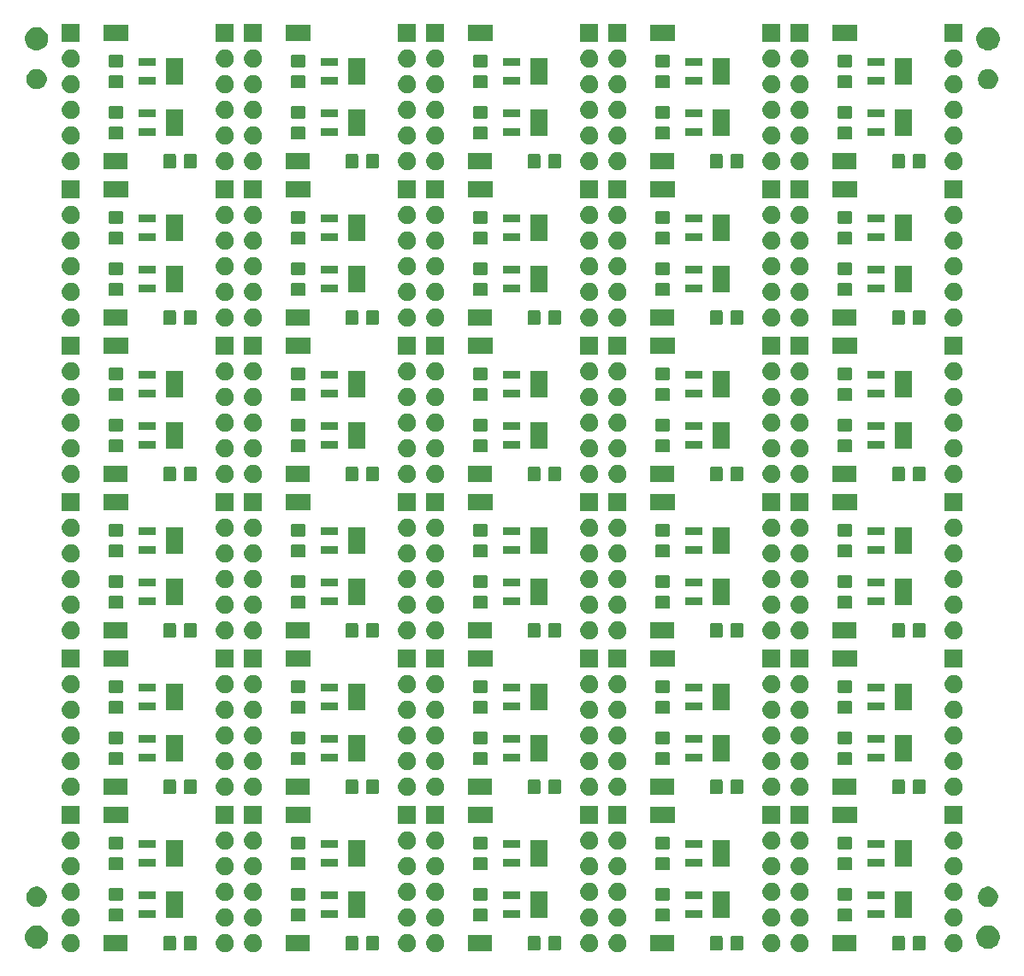
<source format=gts>
G04 #@! TF.GenerationSoftware,KiCad,Pcbnew,(5.1.5)-3*
G04 #@! TF.CreationDate,2019-12-30T23:01:43-08:00*
G04 #@! TF.ProjectId,hc05-adapter-panel,68633035-2d61-4646-9170-7465722d7061,A*
G04 #@! TF.SameCoordinates,Original*
G04 #@! TF.FileFunction,Soldermask,Top*
G04 #@! TF.FilePolarity,Negative*
%FSLAX46Y46*%
G04 Gerber Fmt 4.6, Leading zero omitted, Abs format (unit mm)*
G04 Created by KiCad (PCBNEW (5.1.5)-3) date 2019-12-30 23:01:43*
%MOMM*%
%LPD*%
G04 APERTURE LIST*
%ADD10C,0.100000*%
G04 APERTURE END LIST*
D10*
G36*
X189238754Y-134261817D02*
G01*
X189402689Y-134329721D01*
X189550227Y-134428303D01*
X189675697Y-134553773D01*
X189774279Y-134701311D01*
X189842183Y-134865246D01*
X189876800Y-135039279D01*
X189876800Y-135216721D01*
X189842183Y-135390754D01*
X189774279Y-135554689D01*
X189675697Y-135702227D01*
X189550227Y-135827697D01*
X189402689Y-135926279D01*
X189238754Y-135994183D01*
X189064721Y-136028800D01*
X188887279Y-136028800D01*
X188713246Y-135994183D01*
X188549311Y-135926279D01*
X188401773Y-135827697D01*
X188276303Y-135702227D01*
X188177721Y-135554689D01*
X188109817Y-135390754D01*
X188075200Y-135216721D01*
X188075200Y-135039279D01*
X188109817Y-134865246D01*
X188177721Y-134701311D01*
X188276303Y-134553773D01*
X188401773Y-134428303D01*
X188549311Y-134329721D01*
X188713246Y-134261817D01*
X188887279Y-134227200D01*
X189064721Y-134227200D01*
X189238754Y-134261817D01*
G37*
G36*
X173998754Y-134261817D02*
G01*
X174162689Y-134329721D01*
X174310227Y-134428303D01*
X174435697Y-134553773D01*
X174534279Y-134701311D01*
X174602183Y-134865246D01*
X174636800Y-135039279D01*
X174636800Y-135216721D01*
X174602183Y-135390754D01*
X174534279Y-135554689D01*
X174435697Y-135702227D01*
X174310227Y-135827697D01*
X174162689Y-135926279D01*
X173998754Y-135994183D01*
X173824721Y-136028800D01*
X173647279Y-136028800D01*
X173473246Y-135994183D01*
X173309311Y-135926279D01*
X173161773Y-135827697D01*
X173036303Y-135702227D01*
X172937721Y-135554689D01*
X172869817Y-135390754D01*
X172835200Y-135216721D01*
X172835200Y-135039279D01*
X172869817Y-134865246D01*
X172937721Y-134701311D01*
X173036303Y-134553773D01*
X173161773Y-134428303D01*
X173309311Y-134329721D01*
X173473246Y-134261817D01*
X173647279Y-134227200D01*
X173824721Y-134227200D01*
X173998754Y-134261817D01*
G37*
G36*
X155964754Y-134261817D02*
G01*
X156128689Y-134329721D01*
X156276227Y-134428303D01*
X156401697Y-134553773D01*
X156500279Y-134701311D01*
X156568183Y-134865246D01*
X156602800Y-135039279D01*
X156602800Y-135216721D01*
X156568183Y-135390754D01*
X156500279Y-135554689D01*
X156401697Y-135702227D01*
X156276227Y-135827697D01*
X156128689Y-135926279D01*
X155964754Y-135994183D01*
X155790721Y-136028800D01*
X155613279Y-136028800D01*
X155439246Y-135994183D01*
X155275311Y-135926279D01*
X155127773Y-135827697D01*
X155002303Y-135702227D01*
X154903721Y-135554689D01*
X154835817Y-135390754D01*
X154801200Y-135216721D01*
X154801200Y-135039279D01*
X154835817Y-134865246D01*
X154903721Y-134701311D01*
X155002303Y-134553773D01*
X155127773Y-134428303D01*
X155275311Y-134329721D01*
X155439246Y-134261817D01*
X155613279Y-134227200D01*
X155790721Y-134227200D01*
X155964754Y-134261817D01*
G37*
G36*
X137930754Y-134261817D02*
G01*
X138094689Y-134329721D01*
X138242227Y-134428303D01*
X138367697Y-134553773D01*
X138466279Y-134701311D01*
X138534183Y-134865246D01*
X138568800Y-135039279D01*
X138568800Y-135216721D01*
X138534183Y-135390754D01*
X138466279Y-135554689D01*
X138367697Y-135702227D01*
X138242227Y-135827697D01*
X138094689Y-135926279D01*
X137930754Y-135994183D01*
X137756721Y-136028800D01*
X137579279Y-136028800D01*
X137405246Y-135994183D01*
X137241311Y-135926279D01*
X137093773Y-135827697D01*
X136968303Y-135702227D01*
X136869721Y-135554689D01*
X136801817Y-135390754D01*
X136767200Y-135216721D01*
X136767200Y-135039279D01*
X136801817Y-134865246D01*
X136869721Y-134701311D01*
X136968303Y-134553773D01*
X137093773Y-134428303D01*
X137241311Y-134329721D01*
X137405246Y-134261817D01*
X137579279Y-134227200D01*
X137756721Y-134227200D01*
X137930754Y-134261817D01*
G37*
G36*
X119896754Y-134261817D02*
G01*
X120060689Y-134329721D01*
X120208227Y-134428303D01*
X120333697Y-134553773D01*
X120432279Y-134701311D01*
X120500183Y-134865246D01*
X120534800Y-135039279D01*
X120534800Y-135216721D01*
X120500183Y-135390754D01*
X120432279Y-135554689D01*
X120333697Y-135702227D01*
X120208227Y-135827697D01*
X120060689Y-135926279D01*
X119896754Y-135994183D01*
X119722721Y-136028800D01*
X119545279Y-136028800D01*
X119371246Y-135994183D01*
X119207311Y-135926279D01*
X119059773Y-135827697D01*
X118934303Y-135702227D01*
X118835721Y-135554689D01*
X118767817Y-135390754D01*
X118733200Y-135216721D01*
X118733200Y-135039279D01*
X118767817Y-134865246D01*
X118835721Y-134701311D01*
X118934303Y-134553773D01*
X119059773Y-134428303D01*
X119207311Y-134329721D01*
X119371246Y-134261817D01*
X119545279Y-134227200D01*
X119722721Y-134227200D01*
X119896754Y-134261817D01*
G37*
G36*
X171204754Y-134261817D02*
G01*
X171368689Y-134329721D01*
X171516227Y-134428303D01*
X171641697Y-134553773D01*
X171740279Y-134701311D01*
X171808183Y-134865246D01*
X171842800Y-135039279D01*
X171842800Y-135216721D01*
X171808183Y-135390754D01*
X171740279Y-135554689D01*
X171641697Y-135702227D01*
X171516227Y-135827697D01*
X171368689Y-135926279D01*
X171204754Y-135994183D01*
X171030721Y-136028800D01*
X170853279Y-136028800D01*
X170679246Y-135994183D01*
X170515311Y-135926279D01*
X170367773Y-135827697D01*
X170242303Y-135702227D01*
X170143721Y-135554689D01*
X170075817Y-135390754D01*
X170041200Y-135216721D01*
X170041200Y-135039279D01*
X170075817Y-134865246D01*
X170143721Y-134701311D01*
X170242303Y-134553773D01*
X170367773Y-134428303D01*
X170515311Y-134329721D01*
X170679246Y-134261817D01*
X170853279Y-134227200D01*
X171030721Y-134227200D01*
X171204754Y-134261817D01*
G37*
G36*
X135136754Y-134261817D02*
G01*
X135300689Y-134329721D01*
X135448227Y-134428303D01*
X135573697Y-134553773D01*
X135672279Y-134701311D01*
X135740183Y-134865246D01*
X135774800Y-135039279D01*
X135774800Y-135216721D01*
X135740183Y-135390754D01*
X135672279Y-135554689D01*
X135573697Y-135702227D01*
X135448227Y-135827697D01*
X135300689Y-135926279D01*
X135136754Y-135994183D01*
X134962721Y-136028800D01*
X134785279Y-136028800D01*
X134611246Y-135994183D01*
X134447311Y-135926279D01*
X134299773Y-135827697D01*
X134174303Y-135702227D01*
X134075721Y-135554689D01*
X134007817Y-135390754D01*
X133973200Y-135216721D01*
X133973200Y-135039279D01*
X134007817Y-134865246D01*
X134075721Y-134701311D01*
X134174303Y-134553773D01*
X134299773Y-134428303D01*
X134447311Y-134329721D01*
X134611246Y-134261817D01*
X134785279Y-134227200D01*
X134962721Y-134227200D01*
X135136754Y-134261817D01*
G37*
G36*
X101862754Y-134261817D02*
G01*
X102026689Y-134329721D01*
X102174227Y-134428303D01*
X102299697Y-134553773D01*
X102398279Y-134701311D01*
X102466183Y-134865246D01*
X102500800Y-135039279D01*
X102500800Y-135216721D01*
X102466183Y-135390754D01*
X102398279Y-135554689D01*
X102299697Y-135702227D01*
X102174227Y-135827697D01*
X102026689Y-135926279D01*
X101862754Y-135994183D01*
X101688721Y-136028800D01*
X101511279Y-136028800D01*
X101337246Y-135994183D01*
X101173311Y-135926279D01*
X101025773Y-135827697D01*
X100900303Y-135702227D01*
X100801721Y-135554689D01*
X100733817Y-135390754D01*
X100699200Y-135216721D01*
X100699200Y-135039279D01*
X100733817Y-134865246D01*
X100801721Y-134701311D01*
X100900303Y-134553773D01*
X101025773Y-134428303D01*
X101173311Y-134329721D01*
X101337246Y-134261817D01*
X101511279Y-134227200D01*
X101688721Y-134227200D01*
X101862754Y-134261817D01*
G37*
G36*
X117102754Y-134261817D02*
G01*
X117266689Y-134329721D01*
X117414227Y-134428303D01*
X117539697Y-134553773D01*
X117638279Y-134701311D01*
X117706183Y-134865246D01*
X117740800Y-135039279D01*
X117740800Y-135216721D01*
X117706183Y-135390754D01*
X117638279Y-135554689D01*
X117539697Y-135702227D01*
X117414227Y-135827697D01*
X117266689Y-135926279D01*
X117102754Y-135994183D01*
X116928721Y-136028800D01*
X116751279Y-136028800D01*
X116577246Y-135994183D01*
X116413311Y-135926279D01*
X116265773Y-135827697D01*
X116140303Y-135702227D01*
X116041721Y-135554689D01*
X115973817Y-135390754D01*
X115939200Y-135216721D01*
X115939200Y-135039279D01*
X115973817Y-134865246D01*
X116041721Y-134701311D01*
X116140303Y-134553773D01*
X116265773Y-134428303D01*
X116413311Y-134329721D01*
X116577246Y-134261817D01*
X116751279Y-134227200D01*
X116928721Y-134227200D01*
X117102754Y-134261817D01*
G37*
G36*
X153170754Y-134261817D02*
G01*
X153334689Y-134329721D01*
X153482227Y-134428303D01*
X153607697Y-134553773D01*
X153706279Y-134701311D01*
X153774183Y-134865246D01*
X153808800Y-135039279D01*
X153808800Y-135216721D01*
X153774183Y-135390754D01*
X153706279Y-135554689D01*
X153607697Y-135702227D01*
X153482227Y-135827697D01*
X153334689Y-135926279D01*
X153170754Y-135994183D01*
X152996721Y-136028800D01*
X152819279Y-136028800D01*
X152645246Y-135994183D01*
X152481311Y-135926279D01*
X152333773Y-135827697D01*
X152208303Y-135702227D01*
X152109721Y-135554689D01*
X152041817Y-135390754D01*
X152007200Y-135216721D01*
X152007200Y-135039279D01*
X152041817Y-134865246D01*
X152109721Y-134701311D01*
X152208303Y-134553773D01*
X152333773Y-134428303D01*
X152481311Y-134329721D01*
X152645246Y-134261817D01*
X152819279Y-134227200D01*
X152996721Y-134227200D01*
X153170754Y-134261817D01*
G37*
G36*
X107234300Y-135925300D02*
G01*
X104832700Y-135925300D01*
X104832700Y-134323700D01*
X107234300Y-134323700D01*
X107234300Y-135925300D01*
G37*
G36*
X125268300Y-135925300D02*
G01*
X122866700Y-135925300D01*
X122866700Y-134323700D01*
X125268300Y-134323700D01*
X125268300Y-135925300D01*
G37*
G36*
X143302300Y-135925300D02*
G01*
X140900700Y-135925300D01*
X140900700Y-134323700D01*
X143302300Y-134323700D01*
X143302300Y-135925300D01*
G37*
G36*
X161336300Y-135925300D02*
G01*
X158934700Y-135925300D01*
X158934700Y-134323700D01*
X161336300Y-134323700D01*
X161336300Y-135925300D01*
G37*
G36*
X179370300Y-135925300D02*
G01*
X176968700Y-135925300D01*
X176968700Y-134323700D01*
X179370300Y-134323700D01*
X179370300Y-135925300D01*
G37*
G36*
X147905949Y-134378150D02*
G01*
X147943414Y-134389515D01*
X147977938Y-134407969D01*
X148008198Y-134432802D01*
X148033031Y-134463062D01*
X148051485Y-134497586D01*
X148062850Y-134535051D01*
X148067300Y-134580238D01*
X148067300Y-135668762D01*
X148062850Y-135713949D01*
X148051485Y-135751414D01*
X148033031Y-135785938D01*
X148008198Y-135816198D01*
X147977938Y-135841031D01*
X147943414Y-135859485D01*
X147905949Y-135870850D01*
X147860762Y-135875300D01*
X147022238Y-135875300D01*
X146977051Y-135870850D01*
X146939586Y-135859485D01*
X146905062Y-135841031D01*
X146874802Y-135816198D01*
X146849969Y-135785938D01*
X146831515Y-135751414D01*
X146820150Y-135713949D01*
X146815700Y-135668762D01*
X146815700Y-134580238D01*
X146820150Y-134535051D01*
X146831515Y-134497586D01*
X146849969Y-134463062D01*
X146874802Y-134432802D01*
X146905062Y-134407969D01*
X146939586Y-134389515D01*
X146977051Y-134378150D01*
X147022238Y-134373700D01*
X147860762Y-134373700D01*
X147905949Y-134378150D01*
G37*
G36*
X186023949Y-134378150D02*
G01*
X186061414Y-134389515D01*
X186095938Y-134407969D01*
X186126198Y-134432802D01*
X186151031Y-134463062D01*
X186169485Y-134497586D01*
X186180850Y-134535051D01*
X186185300Y-134580238D01*
X186185300Y-135668762D01*
X186180850Y-135713949D01*
X186169485Y-135751414D01*
X186151031Y-135785938D01*
X186126198Y-135816198D01*
X186095938Y-135841031D01*
X186061414Y-135859485D01*
X186023949Y-135870850D01*
X185978762Y-135875300D01*
X185140238Y-135875300D01*
X185095051Y-135870850D01*
X185057586Y-135859485D01*
X185023062Y-135841031D01*
X184992802Y-135816198D01*
X184967969Y-135785938D01*
X184949515Y-135751414D01*
X184938150Y-135713949D01*
X184933700Y-135668762D01*
X184933700Y-134580238D01*
X184938150Y-134535051D01*
X184949515Y-134497586D01*
X184967969Y-134463062D01*
X184992802Y-134432802D01*
X185023062Y-134407969D01*
X185057586Y-134389515D01*
X185095051Y-134378150D01*
X185140238Y-134373700D01*
X185978762Y-134373700D01*
X186023949Y-134378150D01*
G37*
G36*
X111837949Y-134378150D02*
G01*
X111875414Y-134389515D01*
X111909938Y-134407969D01*
X111940198Y-134432802D01*
X111965031Y-134463062D01*
X111983485Y-134497586D01*
X111994850Y-134535051D01*
X111999300Y-134580238D01*
X111999300Y-135668762D01*
X111994850Y-135713949D01*
X111983485Y-135751414D01*
X111965031Y-135785938D01*
X111940198Y-135816198D01*
X111909938Y-135841031D01*
X111875414Y-135859485D01*
X111837949Y-135870850D01*
X111792762Y-135875300D01*
X110954238Y-135875300D01*
X110909051Y-135870850D01*
X110871586Y-135859485D01*
X110837062Y-135841031D01*
X110806802Y-135816198D01*
X110781969Y-135785938D01*
X110763515Y-135751414D01*
X110752150Y-135713949D01*
X110747700Y-135668762D01*
X110747700Y-134580238D01*
X110752150Y-134535051D01*
X110763515Y-134497586D01*
X110781969Y-134463062D01*
X110806802Y-134432802D01*
X110837062Y-134407969D01*
X110871586Y-134389515D01*
X110909051Y-134378150D01*
X110954238Y-134373700D01*
X111792762Y-134373700D01*
X111837949Y-134378150D01*
G37*
G36*
X113887949Y-134378150D02*
G01*
X113925414Y-134389515D01*
X113959938Y-134407969D01*
X113990198Y-134432802D01*
X114015031Y-134463062D01*
X114033485Y-134497586D01*
X114044850Y-134535051D01*
X114049300Y-134580238D01*
X114049300Y-135668762D01*
X114044850Y-135713949D01*
X114033485Y-135751414D01*
X114015031Y-135785938D01*
X113990198Y-135816198D01*
X113959938Y-135841031D01*
X113925414Y-135859485D01*
X113887949Y-135870850D01*
X113842762Y-135875300D01*
X113004238Y-135875300D01*
X112959051Y-135870850D01*
X112921586Y-135859485D01*
X112887062Y-135841031D01*
X112856802Y-135816198D01*
X112831969Y-135785938D01*
X112813515Y-135751414D01*
X112802150Y-135713949D01*
X112797700Y-135668762D01*
X112797700Y-134580238D01*
X112802150Y-134535051D01*
X112813515Y-134497586D01*
X112831969Y-134463062D01*
X112856802Y-134432802D01*
X112887062Y-134407969D01*
X112921586Y-134389515D01*
X112959051Y-134378150D01*
X113004238Y-134373700D01*
X113842762Y-134373700D01*
X113887949Y-134378150D01*
G37*
G36*
X129871949Y-134378150D02*
G01*
X129909414Y-134389515D01*
X129943938Y-134407969D01*
X129974198Y-134432802D01*
X129999031Y-134463062D01*
X130017485Y-134497586D01*
X130028850Y-134535051D01*
X130033300Y-134580238D01*
X130033300Y-135668762D01*
X130028850Y-135713949D01*
X130017485Y-135751414D01*
X129999031Y-135785938D01*
X129974198Y-135816198D01*
X129943938Y-135841031D01*
X129909414Y-135859485D01*
X129871949Y-135870850D01*
X129826762Y-135875300D01*
X128988238Y-135875300D01*
X128943051Y-135870850D01*
X128905586Y-135859485D01*
X128871062Y-135841031D01*
X128840802Y-135816198D01*
X128815969Y-135785938D01*
X128797515Y-135751414D01*
X128786150Y-135713949D01*
X128781700Y-135668762D01*
X128781700Y-134580238D01*
X128786150Y-134535051D01*
X128797515Y-134497586D01*
X128815969Y-134463062D01*
X128840802Y-134432802D01*
X128871062Y-134407969D01*
X128905586Y-134389515D01*
X128943051Y-134378150D01*
X128988238Y-134373700D01*
X129826762Y-134373700D01*
X129871949Y-134378150D01*
G37*
G36*
X131921949Y-134378150D02*
G01*
X131959414Y-134389515D01*
X131993938Y-134407969D01*
X132024198Y-134432802D01*
X132049031Y-134463062D01*
X132067485Y-134497586D01*
X132078850Y-134535051D01*
X132083300Y-134580238D01*
X132083300Y-135668762D01*
X132078850Y-135713949D01*
X132067485Y-135751414D01*
X132049031Y-135785938D01*
X132024198Y-135816198D01*
X131993938Y-135841031D01*
X131959414Y-135859485D01*
X131921949Y-135870850D01*
X131876762Y-135875300D01*
X131038238Y-135875300D01*
X130993051Y-135870850D01*
X130955586Y-135859485D01*
X130921062Y-135841031D01*
X130890802Y-135816198D01*
X130865969Y-135785938D01*
X130847515Y-135751414D01*
X130836150Y-135713949D01*
X130831700Y-135668762D01*
X130831700Y-134580238D01*
X130836150Y-134535051D01*
X130847515Y-134497586D01*
X130865969Y-134463062D01*
X130890802Y-134432802D01*
X130921062Y-134407969D01*
X130955586Y-134389515D01*
X130993051Y-134378150D01*
X131038238Y-134373700D01*
X131876762Y-134373700D01*
X131921949Y-134378150D01*
G37*
G36*
X167989949Y-134378150D02*
G01*
X168027414Y-134389515D01*
X168061938Y-134407969D01*
X168092198Y-134432802D01*
X168117031Y-134463062D01*
X168135485Y-134497586D01*
X168146850Y-134535051D01*
X168151300Y-134580238D01*
X168151300Y-135668762D01*
X168146850Y-135713949D01*
X168135485Y-135751414D01*
X168117031Y-135785938D01*
X168092198Y-135816198D01*
X168061938Y-135841031D01*
X168027414Y-135859485D01*
X167989949Y-135870850D01*
X167944762Y-135875300D01*
X167106238Y-135875300D01*
X167061051Y-135870850D01*
X167023586Y-135859485D01*
X166989062Y-135841031D01*
X166958802Y-135816198D01*
X166933969Y-135785938D01*
X166915515Y-135751414D01*
X166904150Y-135713949D01*
X166899700Y-135668762D01*
X166899700Y-134580238D01*
X166904150Y-134535051D01*
X166915515Y-134497586D01*
X166933969Y-134463062D01*
X166958802Y-134432802D01*
X166989062Y-134407969D01*
X167023586Y-134389515D01*
X167061051Y-134378150D01*
X167106238Y-134373700D01*
X167944762Y-134373700D01*
X167989949Y-134378150D01*
G37*
G36*
X149955949Y-134378150D02*
G01*
X149993414Y-134389515D01*
X150027938Y-134407969D01*
X150058198Y-134432802D01*
X150083031Y-134463062D01*
X150101485Y-134497586D01*
X150112850Y-134535051D01*
X150117300Y-134580238D01*
X150117300Y-135668762D01*
X150112850Y-135713949D01*
X150101485Y-135751414D01*
X150083031Y-135785938D01*
X150058198Y-135816198D01*
X150027938Y-135841031D01*
X149993414Y-135859485D01*
X149955949Y-135870850D01*
X149910762Y-135875300D01*
X149072238Y-135875300D01*
X149027051Y-135870850D01*
X148989586Y-135859485D01*
X148955062Y-135841031D01*
X148924802Y-135816198D01*
X148899969Y-135785938D01*
X148881515Y-135751414D01*
X148870150Y-135713949D01*
X148865700Y-135668762D01*
X148865700Y-134580238D01*
X148870150Y-134535051D01*
X148881515Y-134497586D01*
X148899969Y-134463062D01*
X148924802Y-134432802D01*
X148955062Y-134407969D01*
X148989586Y-134389515D01*
X149027051Y-134378150D01*
X149072238Y-134373700D01*
X149910762Y-134373700D01*
X149955949Y-134378150D01*
G37*
G36*
X165939949Y-134378150D02*
G01*
X165977414Y-134389515D01*
X166011938Y-134407969D01*
X166042198Y-134432802D01*
X166067031Y-134463062D01*
X166085485Y-134497586D01*
X166096850Y-134535051D01*
X166101300Y-134580238D01*
X166101300Y-135668762D01*
X166096850Y-135713949D01*
X166085485Y-135751414D01*
X166067031Y-135785938D01*
X166042198Y-135816198D01*
X166011938Y-135841031D01*
X165977414Y-135859485D01*
X165939949Y-135870850D01*
X165894762Y-135875300D01*
X165056238Y-135875300D01*
X165011051Y-135870850D01*
X164973586Y-135859485D01*
X164939062Y-135841031D01*
X164908802Y-135816198D01*
X164883969Y-135785938D01*
X164865515Y-135751414D01*
X164854150Y-135713949D01*
X164849700Y-135668762D01*
X164849700Y-134580238D01*
X164854150Y-134535051D01*
X164865515Y-134497586D01*
X164883969Y-134463062D01*
X164908802Y-134432802D01*
X164939062Y-134407969D01*
X164973586Y-134389515D01*
X165011051Y-134378150D01*
X165056238Y-134373700D01*
X165894762Y-134373700D01*
X165939949Y-134378150D01*
G37*
G36*
X183973949Y-134378150D02*
G01*
X184011414Y-134389515D01*
X184045938Y-134407969D01*
X184076198Y-134432802D01*
X184101031Y-134463062D01*
X184119485Y-134497586D01*
X184130850Y-134535051D01*
X184135300Y-134580238D01*
X184135300Y-135668762D01*
X184130850Y-135713949D01*
X184119485Y-135751414D01*
X184101031Y-135785938D01*
X184076198Y-135816198D01*
X184045938Y-135841031D01*
X184011414Y-135859485D01*
X183973949Y-135870850D01*
X183928762Y-135875300D01*
X183090238Y-135875300D01*
X183045051Y-135870850D01*
X183007586Y-135859485D01*
X182973062Y-135841031D01*
X182942802Y-135816198D01*
X182917969Y-135785938D01*
X182899515Y-135751414D01*
X182888150Y-135713949D01*
X182883700Y-135668762D01*
X182883700Y-134580238D01*
X182888150Y-134535051D01*
X182899515Y-134497586D01*
X182917969Y-134463062D01*
X182942802Y-134432802D01*
X182973062Y-134407969D01*
X183007586Y-134389515D01*
X183045051Y-134378150D01*
X183090238Y-134373700D01*
X183928762Y-134373700D01*
X183973949Y-134378150D01*
G37*
G36*
X98427510Y-133396312D02*
G01*
X98538677Y-133418425D01*
X98748108Y-133505174D01*
X98936593Y-133631115D01*
X99096885Y-133791407D01*
X99222826Y-133979892D01*
X99309575Y-134189324D01*
X99353800Y-134411656D01*
X99353800Y-134638344D01*
X99341275Y-134701311D01*
X99309575Y-134860677D01*
X99222826Y-135070108D01*
X99096885Y-135258593D01*
X98936593Y-135418885D01*
X98748108Y-135544826D01*
X98538677Y-135631575D01*
X98427510Y-135653688D01*
X98316344Y-135675800D01*
X98089656Y-135675800D01*
X97978490Y-135653688D01*
X97867323Y-135631575D01*
X97657892Y-135544826D01*
X97469407Y-135418885D01*
X97309115Y-135258593D01*
X97183174Y-135070108D01*
X97096425Y-134860677D01*
X97064725Y-134701311D01*
X97052200Y-134638344D01*
X97052200Y-134411656D01*
X97096425Y-134189324D01*
X97183174Y-133979892D01*
X97309115Y-133791407D01*
X97469407Y-133631115D01*
X97657892Y-133505174D01*
X97867323Y-133418425D01*
X97978490Y-133396312D01*
X98089656Y-133374200D01*
X98316344Y-133374200D01*
X98427510Y-133396312D01*
G37*
G36*
X192597510Y-133396312D02*
G01*
X192708677Y-133418425D01*
X192918108Y-133505174D01*
X193106593Y-133631115D01*
X193266885Y-133791407D01*
X193392826Y-133979892D01*
X193479575Y-134189324D01*
X193523800Y-134411656D01*
X193523800Y-134638344D01*
X193511275Y-134701311D01*
X193479575Y-134860677D01*
X193392826Y-135070108D01*
X193266885Y-135258593D01*
X193106593Y-135418885D01*
X192918108Y-135544826D01*
X192708677Y-135631575D01*
X192597510Y-135653688D01*
X192486344Y-135675800D01*
X192259656Y-135675800D01*
X192148490Y-135653688D01*
X192037323Y-135631575D01*
X191827892Y-135544826D01*
X191639407Y-135418885D01*
X191479115Y-135258593D01*
X191353174Y-135070108D01*
X191266425Y-134860677D01*
X191234725Y-134701311D01*
X191222200Y-134638344D01*
X191222200Y-134411656D01*
X191266425Y-134189324D01*
X191353174Y-133979892D01*
X191479115Y-133791407D01*
X191639407Y-133631115D01*
X191827892Y-133505174D01*
X192037323Y-133418425D01*
X192148490Y-133396312D01*
X192259656Y-133374200D01*
X192486344Y-133374200D01*
X192597510Y-133396312D01*
G37*
G36*
X135136754Y-131721817D02*
G01*
X135300689Y-131789721D01*
X135448227Y-131888303D01*
X135573697Y-132013773D01*
X135672279Y-132161311D01*
X135740183Y-132325246D01*
X135774800Y-132499279D01*
X135774800Y-132676721D01*
X135740183Y-132850754D01*
X135672279Y-133014689D01*
X135573697Y-133162227D01*
X135448227Y-133287697D01*
X135300689Y-133386279D01*
X135136754Y-133454183D01*
X134962721Y-133488800D01*
X134785279Y-133488800D01*
X134611246Y-133454183D01*
X134447311Y-133386279D01*
X134299773Y-133287697D01*
X134174303Y-133162227D01*
X134075721Y-133014689D01*
X134007817Y-132850754D01*
X133973200Y-132676721D01*
X133973200Y-132499279D01*
X134007817Y-132325246D01*
X134075721Y-132161311D01*
X134174303Y-132013773D01*
X134299773Y-131888303D01*
X134447311Y-131789721D01*
X134611246Y-131721817D01*
X134785279Y-131687200D01*
X134962721Y-131687200D01*
X135136754Y-131721817D01*
G37*
G36*
X119896754Y-131721817D02*
G01*
X120060689Y-131789721D01*
X120208227Y-131888303D01*
X120333697Y-132013773D01*
X120432279Y-132161311D01*
X120500183Y-132325246D01*
X120534800Y-132499279D01*
X120534800Y-132676721D01*
X120500183Y-132850754D01*
X120432279Y-133014689D01*
X120333697Y-133162227D01*
X120208227Y-133287697D01*
X120060689Y-133386279D01*
X119896754Y-133454183D01*
X119722721Y-133488800D01*
X119545279Y-133488800D01*
X119371246Y-133454183D01*
X119207311Y-133386279D01*
X119059773Y-133287697D01*
X118934303Y-133162227D01*
X118835721Y-133014689D01*
X118767817Y-132850754D01*
X118733200Y-132676721D01*
X118733200Y-132499279D01*
X118767817Y-132325246D01*
X118835721Y-132161311D01*
X118934303Y-132013773D01*
X119059773Y-131888303D01*
X119207311Y-131789721D01*
X119371246Y-131721817D01*
X119545279Y-131687200D01*
X119722721Y-131687200D01*
X119896754Y-131721817D01*
G37*
G36*
X173998754Y-131721817D02*
G01*
X174162689Y-131789721D01*
X174310227Y-131888303D01*
X174435697Y-132013773D01*
X174534279Y-132161311D01*
X174602183Y-132325246D01*
X174636800Y-132499279D01*
X174636800Y-132676721D01*
X174602183Y-132850754D01*
X174534279Y-133014689D01*
X174435697Y-133162227D01*
X174310227Y-133287697D01*
X174162689Y-133386279D01*
X173998754Y-133454183D01*
X173824721Y-133488800D01*
X173647279Y-133488800D01*
X173473246Y-133454183D01*
X173309311Y-133386279D01*
X173161773Y-133287697D01*
X173036303Y-133162227D01*
X172937721Y-133014689D01*
X172869817Y-132850754D01*
X172835200Y-132676721D01*
X172835200Y-132499279D01*
X172869817Y-132325246D01*
X172937721Y-132161311D01*
X173036303Y-132013773D01*
X173161773Y-131888303D01*
X173309311Y-131789721D01*
X173473246Y-131721817D01*
X173647279Y-131687200D01*
X173824721Y-131687200D01*
X173998754Y-131721817D01*
G37*
G36*
X101862754Y-131721817D02*
G01*
X102026689Y-131789721D01*
X102174227Y-131888303D01*
X102299697Y-132013773D01*
X102398279Y-132161311D01*
X102466183Y-132325246D01*
X102500800Y-132499279D01*
X102500800Y-132676721D01*
X102466183Y-132850754D01*
X102398279Y-133014689D01*
X102299697Y-133162227D01*
X102174227Y-133287697D01*
X102026689Y-133386279D01*
X101862754Y-133454183D01*
X101688721Y-133488800D01*
X101511279Y-133488800D01*
X101337246Y-133454183D01*
X101173311Y-133386279D01*
X101025773Y-133287697D01*
X100900303Y-133162227D01*
X100801721Y-133014689D01*
X100733817Y-132850754D01*
X100699200Y-132676721D01*
X100699200Y-132499279D01*
X100733817Y-132325246D01*
X100801721Y-132161311D01*
X100900303Y-132013773D01*
X101025773Y-131888303D01*
X101173311Y-131789721D01*
X101337246Y-131721817D01*
X101511279Y-131687200D01*
X101688721Y-131687200D01*
X101862754Y-131721817D01*
G37*
G36*
X117102754Y-131721817D02*
G01*
X117266689Y-131789721D01*
X117414227Y-131888303D01*
X117539697Y-132013773D01*
X117638279Y-132161311D01*
X117706183Y-132325246D01*
X117740800Y-132499279D01*
X117740800Y-132676721D01*
X117706183Y-132850754D01*
X117638279Y-133014689D01*
X117539697Y-133162227D01*
X117414227Y-133287697D01*
X117266689Y-133386279D01*
X117102754Y-133454183D01*
X116928721Y-133488800D01*
X116751279Y-133488800D01*
X116577246Y-133454183D01*
X116413311Y-133386279D01*
X116265773Y-133287697D01*
X116140303Y-133162227D01*
X116041721Y-133014689D01*
X115973817Y-132850754D01*
X115939200Y-132676721D01*
X115939200Y-132499279D01*
X115973817Y-132325246D01*
X116041721Y-132161311D01*
X116140303Y-132013773D01*
X116265773Y-131888303D01*
X116413311Y-131789721D01*
X116577246Y-131721817D01*
X116751279Y-131687200D01*
X116928721Y-131687200D01*
X117102754Y-131721817D01*
G37*
G36*
X153170754Y-131721817D02*
G01*
X153334689Y-131789721D01*
X153482227Y-131888303D01*
X153607697Y-132013773D01*
X153706279Y-132161311D01*
X153774183Y-132325246D01*
X153808800Y-132499279D01*
X153808800Y-132676721D01*
X153774183Y-132850754D01*
X153706279Y-133014689D01*
X153607697Y-133162227D01*
X153482227Y-133287697D01*
X153334689Y-133386279D01*
X153170754Y-133454183D01*
X152996721Y-133488800D01*
X152819279Y-133488800D01*
X152645246Y-133454183D01*
X152481311Y-133386279D01*
X152333773Y-133287697D01*
X152208303Y-133162227D01*
X152109721Y-133014689D01*
X152041817Y-132850754D01*
X152007200Y-132676721D01*
X152007200Y-132499279D01*
X152041817Y-132325246D01*
X152109721Y-132161311D01*
X152208303Y-132013773D01*
X152333773Y-131888303D01*
X152481311Y-131789721D01*
X152645246Y-131721817D01*
X152819279Y-131687200D01*
X152996721Y-131687200D01*
X153170754Y-131721817D01*
G37*
G36*
X189238754Y-131721817D02*
G01*
X189402689Y-131789721D01*
X189550227Y-131888303D01*
X189675697Y-132013773D01*
X189774279Y-132161311D01*
X189842183Y-132325246D01*
X189876800Y-132499279D01*
X189876800Y-132676721D01*
X189842183Y-132850754D01*
X189774279Y-133014689D01*
X189675697Y-133162227D01*
X189550227Y-133287697D01*
X189402689Y-133386279D01*
X189238754Y-133454183D01*
X189064721Y-133488800D01*
X188887279Y-133488800D01*
X188713246Y-133454183D01*
X188549311Y-133386279D01*
X188401773Y-133287697D01*
X188276303Y-133162227D01*
X188177721Y-133014689D01*
X188109817Y-132850754D01*
X188075200Y-132676721D01*
X188075200Y-132499279D01*
X188109817Y-132325246D01*
X188177721Y-132161311D01*
X188276303Y-132013773D01*
X188401773Y-131888303D01*
X188549311Y-131789721D01*
X188713246Y-131721817D01*
X188887279Y-131687200D01*
X189064721Y-131687200D01*
X189238754Y-131721817D01*
G37*
G36*
X171204754Y-131721817D02*
G01*
X171368689Y-131789721D01*
X171516227Y-131888303D01*
X171641697Y-132013773D01*
X171740279Y-132161311D01*
X171808183Y-132325246D01*
X171842800Y-132499279D01*
X171842800Y-132676721D01*
X171808183Y-132850754D01*
X171740279Y-133014689D01*
X171641697Y-133162227D01*
X171516227Y-133287697D01*
X171368689Y-133386279D01*
X171204754Y-133454183D01*
X171030721Y-133488800D01*
X170853279Y-133488800D01*
X170679246Y-133454183D01*
X170515311Y-133386279D01*
X170367773Y-133287697D01*
X170242303Y-133162227D01*
X170143721Y-133014689D01*
X170075817Y-132850754D01*
X170041200Y-132676721D01*
X170041200Y-132499279D01*
X170075817Y-132325246D01*
X170143721Y-132161311D01*
X170242303Y-132013773D01*
X170367773Y-131888303D01*
X170515311Y-131789721D01*
X170679246Y-131721817D01*
X170853279Y-131687200D01*
X171030721Y-131687200D01*
X171204754Y-131721817D01*
G37*
G36*
X155964754Y-131721817D02*
G01*
X156128689Y-131789721D01*
X156276227Y-131888303D01*
X156401697Y-132013773D01*
X156500279Y-132161311D01*
X156568183Y-132325246D01*
X156602800Y-132499279D01*
X156602800Y-132676721D01*
X156568183Y-132850754D01*
X156500279Y-133014689D01*
X156401697Y-133162227D01*
X156276227Y-133287697D01*
X156128689Y-133386279D01*
X155964754Y-133454183D01*
X155790721Y-133488800D01*
X155613279Y-133488800D01*
X155439246Y-133454183D01*
X155275311Y-133386279D01*
X155127773Y-133287697D01*
X155002303Y-133162227D01*
X154903721Y-133014689D01*
X154835817Y-132850754D01*
X154801200Y-132676721D01*
X154801200Y-132499279D01*
X154835817Y-132325246D01*
X154903721Y-132161311D01*
X155002303Y-132013773D01*
X155127773Y-131888303D01*
X155275311Y-131789721D01*
X155439246Y-131721817D01*
X155613279Y-131687200D01*
X155790721Y-131687200D01*
X155964754Y-131721817D01*
G37*
G36*
X137930754Y-131721817D02*
G01*
X138094689Y-131789721D01*
X138242227Y-131888303D01*
X138367697Y-132013773D01*
X138466279Y-132161311D01*
X138534183Y-132325246D01*
X138568800Y-132499279D01*
X138568800Y-132676721D01*
X138534183Y-132850754D01*
X138466279Y-133014689D01*
X138367697Y-133162227D01*
X138242227Y-133287697D01*
X138094689Y-133386279D01*
X137930754Y-133454183D01*
X137756721Y-133488800D01*
X137579279Y-133488800D01*
X137405246Y-133454183D01*
X137241311Y-133386279D01*
X137093773Y-133287697D01*
X136968303Y-133162227D01*
X136869721Y-133014689D01*
X136801817Y-132850754D01*
X136767200Y-132676721D01*
X136767200Y-132499279D01*
X136801817Y-132325246D01*
X136869721Y-132161311D01*
X136968303Y-132013773D01*
X137093773Y-131888303D01*
X137241311Y-131789721D01*
X137405246Y-131721817D01*
X137579279Y-131687200D01*
X137756721Y-131687200D01*
X137930754Y-131721817D01*
G37*
G36*
X160739949Y-131718150D02*
G01*
X160777414Y-131729515D01*
X160811938Y-131747969D01*
X160842198Y-131772802D01*
X160867031Y-131803062D01*
X160885485Y-131837586D01*
X160896850Y-131875051D01*
X160901300Y-131920238D01*
X160901300Y-132758762D01*
X160896850Y-132803949D01*
X160885485Y-132841414D01*
X160867031Y-132875938D01*
X160842198Y-132906198D01*
X160811938Y-132931031D01*
X160777414Y-132949485D01*
X160739949Y-132960850D01*
X160694762Y-132965300D01*
X159606238Y-132965300D01*
X159561051Y-132960850D01*
X159523586Y-132949485D01*
X159489062Y-132931031D01*
X159458802Y-132906198D01*
X159433969Y-132875938D01*
X159415515Y-132841414D01*
X159404150Y-132803949D01*
X159399700Y-132758762D01*
X159399700Y-131920238D01*
X159404150Y-131875051D01*
X159415515Y-131837586D01*
X159433969Y-131803062D01*
X159458802Y-131772802D01*
X159489062Y-131747969D01*
X159523586Y-131729515D01*
X159561051Y-131718150D01*
X159606238Y-131713700D01*
X160694762Y-131713700D01*
X160739949Y-131718150D01*
G37*
G36*
X106637949Y-131718150D02*
G01*
X106675414Y-131729515D01*
X106709938Y-131747969D01*
X106740198Y-131772802D01*
X106765031Y-131803062D01*
X106783485Y-131837586D01*
X106794850Y-131875051D01*
X106799300Y-131920238D01*
X106799300Y-132758762D01*
X106794850Y-132803949D01*
X106783485Y-132841414D01*
X106765031Y-132875938D01*
X106740198Y-132906198D01*
X106709938Y-132931031D01*
X106675414Y-132949485D01*
X106637949Y-132960850D01*
X106592762Y-132965300D01*
X105504238Y-132965300D01*
X105459051Y-132960850D01*
X105421586Y-132949485D01*
X105387062Y-132931031D01*
X105356802Y-132906198D01*
X105331969Y-132875938D01*
X105313515Y-132841414D01*
X105302150Y-132803949D01*
X105297700Y-132758762D01*
X105297700Y-131920238D01*
X105302150Y-131875051D01*
X105313515Y-131837586D01*
X105331969Y-131803062D01*
X105356802Y-131772802D01*
X105387062Y-131747969D01*
X105421586Y-131729515D01*
X105459051Y-131718150D01*
X105504238Y-131713700D01*
X106592762Y-131713700D01*
X106637949Y-131718150D01*
G37*
G36*
X178773949Y-131718150D02*
G01*
X178811414Y-131729515D01*
X178845938Y-131747969D01*
X178876198Y-131772802D01*
X178901031Y-131803062D01*
X178919485Y-131837586D01*
X178930850Y-131875051D01*
X178935300Y-131920238D01*
X178935300Y-132758762D01*
X178930850Y-132803949D01*
X178919485Y-132841414D01*
X178901031Y-132875938D01*
X178876198Y-132906198D01*
X178845938Y-132931031D01*
X178811414Y-132949485D01*
X178773949Y-132960850D01*
X178728762Y-132965300D01*
X177640238Y-132965300D01*
X177595051Y-132960850D01*
X177557586Y-132949485D01*
X177523062Y-132931031D01*
X177492802Y-132906198D01*
X177467969Y-132875938D01*
X177449515Y-132841414D01*
X177438150Y-132803949D01*
X177433700Y-132758762D01*
X177433700Y-131920238D01*
X177438150Y-131875051D01*
X177449515Y-131837586D01*
X177467969Y-131803062D01*
X177492802Y-131772802D01*
X177523062Y-131747969D01*
X177557586Y-131729515D01*
X177595051Y-131718150D01*
X177640238Y-131713700D01*
X178728762Y-131713700D01*
X178773949Y-131718150D01*
G37*
G36*
X142705949Y-131718150D02*
G01*
X142743414Y-131729515D01*
X142777938Y-131747969D01*
X142808198Y-131772802D01*
X142833031Y-131803062D01*
X142851485Y-131837586D01*
X142862850Y-131875051D01*
X142867300Y-131920238D01*
X142867300Y-132758762D01*
X142862850Y-132803949D01*
X142851485Y-132841414D01*
X142833031Y-132875938D01*
X142808198Y-132906198D01*
X142777938Y-132931031D01*
X142743414Y-132949485D01*
X142705949Y-132960850D01*
X142660762Y-132965300D01*
X141572238Y-132965300D01*
X141527051Y-132960850D01*
X141489586Y-132949485D01*
X141455062Y-132931031D01*
X141424802Y-132906198D01*
X141399969Y-132875938D01*
X141381515Y-132841414D01*
X141370150Y-132803949D01*
X141365700Y-132758762D01*
X141365700Y-131920238D01*
X141370150Y-131875051D01*
X141381515Y-131837586D01*
X141399969Y-131803062D01*
X141424802Y-131772802D01*
X141455062Y-131747969D01*
X141489586Y-131729515D01*
X141527051Y-131718150D01*
X141572238Y-131713700D01*
X142660762Y-131713700D01*
X142705949Y-131718150D01*
G37*
G36*
X124671949Y-131718150D02*
G01*
X124709414Y-131729515D01*
X124743938Y-131747969D01*
X124774198Y-131772802D01*
X124799031Y-131803062D01*
X124817485Y-131837586D01*
X124828850Y-131875051D01*
X124833300Y-131920238D01*
X124833300Y-132758762D01*
X124828850Y-132803949D01*
X124817485Y-132841414D01*
X124799031Y-132875938D01*
X124774198Y-132906198D01*
X124743938Y-132931031D01*
X124709414Y-132949485D01*
X124671949Y-132960850D01*
X124626762Y-132965300D01*
X123538238Y-132965300D01*
X123493051Y-132960850D01*
X123455586Y-132949485D01*
X123421062Y-132931031D01*
X123390802Y-132906198D01*
X123365969Y-132875938D01*
X123347515Y-132841414D01*
X123336150Y-132803949D01*
X123331700Y-132758762D01*
X123331700Y-131920238D01*
X123336150Y-131875051D01*
X123347515Y-131837586D01*
X123365969Y-131803062D01*
X123390802Y-131772802D01*
X123421062Y-131747969D01*
X123455586Y-131729515D01*
X123493051Y-131718150D01*
X123538238Y-131713700D01*
X124626762Y-131713700D01*
X124671949Y-131718150D01*
G37*
G36*
X130708300Y-132640300D02*
G01*
X129046700Y-132640300D01*
X129046700Y-129988700D01*
X130708300Y-129988700D01*
X130708300Y-132640300D01*
G37*
G36*
X128008300Y-132640300D02*
G01*
X126346700Y-132640300D01*
X126346700Y-131888700D01*
X128008300Y-131888700D01*
X128008300Y-132640300D01*
G37*
G36*
X109974300Y-132640300D02*
G01*
X108312700Y-132640300D01*
X108312700Y-131888700D01*
X109974300Y-131888700D01*
X109974300Y-132640300D01*
G37*
G36*
X112674300Y-132640300D02*
G01*
X111012700Y-132640300D01*
X111012700Y-129988700D01*
X112674300Y-129988700D01*
X112674300Y-132640300D01*
G37*
G36*
X184810300Y-132640300D02*
G01*
X183148700Y-132640300D01*
X183148700Y-129988700D01*
X184810300Y-129988700D01*
X184810300Y-132640300D01*
G37*
G36*
X182110300Y-132640300D02*
G01*
X180448700Y-132640300D01*
X180448700Y-131888700D01*
X182110300Y-131888700D01*
X182110300Y-132640300D01*
G37*
G36*
X166776300Y-132640300D02*
G01*
X165114700Y-132640300D01*
X165114700Y-129988700D01*
X166776300Y-129988700D01*
X166776300Y-132640300D01*
G37*
G36*
X164076300Y-132640300D02*
G01*
X162414700Y-132640300D01*
X162414700Y-131888700D01*
X164076300Y-131888700D01*
X164076300Y-132640300D01*
G37*
G36*
X146042300Y-132640300D02*
G01*
X144380700Y-132640300D01*
X144380700Y-131888700D01*
X146042300Y-131888700D01*
X146042300Y-132640300D01*
G37*
G36*
X148742300Y-132640300D02*
G01*
X147080700Y-132640300D01*
X147080700Y-129988700D01*
X148742300Y-129988700D01*
X148742300Y-132640300D01*
G37*
G36*
X192664689Y-129563429D02*
G01*
X192846678Y-129638811D01*
X193010463Y-129748249D01*
X193149751Y-129887537D01*
X193259189Y-130051322D01*
X193334571Y-130233311D01*
X193373000Y-130426509D01*
X193373000Y-130623491D01*
X193334571Y-130816689D01*
X193259189Y-130998678D01*
X193149751Y-131162463D01*
X193010463Y-131301751D01*
X192846678Y-131411189D01*
X192664689Y-131486571D01*
X192471491Y-131525000D01*
X192274509Y-131525000D01*
X192081311Y-131486571D01*
X191899322Y-131411189D01*
X191735537Y-131301751D01*
X191596249Y-131162463D01*
X191486811Y-130998678D01*
X191411429Y-130816689D01*
X191373000Y-130623491D01*
X191373000Y-130426509D01*
X191411429Y-130233311D01*
X191486811Y-130051322D01*
X191596249Y-129887537D01*
X191735537Y-129748249D01*
X191899322Y-129638811D01*
X192081311Y-129563429D01*
X192274509Y-129525000D01*
X192471491Y-129525000D01*
X192664689Y-129563429D01*
G37*
G36*
X98494689Y-129563429D02*
G01*
X98676678Y-129638811D01*
X98840463Y-129748249D01*
X98979751Y-129887537D01*
X99089189Y-130051322D01*
X99164571Y-130233311D01*
X99203000Y-130426509D01*
X99203000Y-130623491D01*
X99164571Y-130816689D01*
X99089189Y-130998678D01*
X98979751Y-131162463D01*
X98840463Y-131301751D01*
X98676678Y-131411189D01*
X98494689Y-131486571D01*
X98301491Y-131525000D01*
X98104509Y-131525000D01*
X97911311Y-131486571D01*
X97729322Y-131411189D01*
X97565537Y-131301751D01*
X97426249Y-131162463D01*
X97316811Y-130998678D01*
X97241429Y-130816689D01*
X97203000Y-130623491D01*
X97203000Y-130426509D01*
X97241429Y-130233311D01*
X97316811Y-130051322D01*
X97426249Y-129887537D01*
X97565537Y-129748249D01*
X97729322Y-129638811D01*
X97911311Y-129563429D01*
X98104509Y-129525000D01*
X98301491Y-129525000D01*
X98494689Y-129563429D01*
G37*
G36*
X135136754Y-129181817D02*
G01*
X135300689Y-129249721D01*
X135448227Y-129348303D01*
X135573697Y-129473773D01*
X135672279Y-129621311D01*
X135740183Y-129785246D01*
X135774800Y-129959279D01*
X135774800Y-130136721D01*
X135740183Y-130310754D01*
X135672279Y-130474689D01*
X135573697Y-130622227D01*
X135448227Y-130747697D01*
X135300689Y-130846279D01*
X135136754Y-130914183D01*
X134962721Y-130948800D01*
X134785279Y-130948800D01*
X134611246Y-130914183D01*
X134447311Y-130846279D01*
X134299773Y-130747697D01*
X134174303Y-130622227D01*
X134075721Y-130474689D01*
X134007817Y-130310754D01*
X133973200Y-130136721D01*
X133973200Y-129959279D01*
X134007817Y-129785246D01*
X134075721Y-129621311D01*
X134174303Y-129473773D01*
X134299773Y-129348303D01*
X134447311Y-129249721D01*
X134611246Y-129181817D01*
X134785279Y-129147200D01*
X134962721Y-129147200D01*
X135136754Y-129181817D01*
G37*
G36*
X155964754Y-129181817D02*
G01*
X156128689Y-129249721D01*
X156276227Y-129348303D01*
X156401697Y-129473773D01*
X156500279Y-129621311D01*
X156568183Y-129785246D01*
X156602800Y-129959279D01*
X156602800Y-130136721D01*
X156568183Y-130310754D01*
X156500279Y-130474689D01*
X156401697Y-130622227D01*
X156276227Y-130747697D01*
X156128689Y-130846279D01*
X155964754Y-130914183D01*
X155790721Y-130948800D01*
X155613279Y-130948800D01*
X155439246Y-130914183D01*
X155275311Y-130846279D01*
X155127773Y-130747697D01*
X155002303Y-130622227D01*
X154903721Y-130474689D01*
X154835817Y-130310754D01*
X154801200Y-130136721D01*
X154801200Y-129959279D01*
X154835817Y-129785246D01*
X154903721Y-129621311D01*
X155002303Y-129473773D01*
X155127773Y-129348303D01*
X155275311Y-129249721D01*
X155439246Y-129181817D01*
X155613279Y-129147200D01*
X155790721Y-129147200D01*
X155964754Y-129181817D01*
G37*
G36*
X173998754Y-129181817D02*
G01*
X174162689Y-129249721D01*
X174310227Y-129348303D01*
X174435697Y-129473773D01*
X174534279Y-129621311D01*
X174602183Y-129785246D01*
X174636800Y-129959279D01*
X174636800Y-130136721D01*
X174602183Y-130310754D01*
X174534279Y-130474689D01*
X174435697Y-130622227D01*
X174310227Y-130747697D01*
X174162689Y-130846279D01*
X173998754Y-130914183D01*
X173824721Y-130948800D01*
X173647279Y-130948800D01*
X173473246Y-130914183D01*
X173309311Y-130846279D01*
X173161773Y-130747697D01*
X173036303Y-130622227D01*
X172937721Y-130474689D01*
X172869817Y-130310754D01*
X172835200Y-130136721D01*
X172835200Y-129959279D01*
X172869817Y-129785246D01*
X172937721Y-129621311D01*
X173036303Y-129473773D01*
X173161773Y-129348303D01*
X173309311Y-129249721D01*
X173473246Y-129181817D01*
X173647279Y-129147200D01*
X173824721Y-129147200D01*
X173998754Y-129181817D01*
G37*
G36*
X137930754Y-129181817D02*
G01*
X138094689Y-129249721D01*
X138242227Y-129348303D01*
X138367697Y-129473773D01*
X138466279Y-129621311D01*
X138534183Y-129785246D01*
X138568800Y-129959279D01*
X138568800Y-130136721D01*
X138534183Y-130310754D01*
X138466279Y-130474689D01*
X138367697Y-130622227D01*
X138242227Y-130747697D01*
X138094689Y-130846279D01*
X137930754Y-130914183D01*
X137756721Y-130948800D01*
X137579279Y-130948800D01*
X137405246Y-130914183D01*
X137241311Y-130846279D01*
X137093773Y-130747697D01*
X136968303Y-130622227D01*
X136869721Y-130474689D01*
X136801817Y-130310754D01*
X136767200Y-130136721D01*
X136767200Y-129959279D01*
X136801817Y-129785246D01*
X136869721Y-129621311D01*
X136968303Y-129473773D01*
X137093773Y-129348303D01*
X137241311Y-129249721D01*
X137405246Y-129181817D01*
X137579279Y-129147200D01*
X137756721Y-129147200D01*
X137930754Y-129181817D01*
G37*
G36*
X119896754Y-129181817D02*
G01*
X120060689Y-129249721D01*
X120208227Y-129348303D01*
X120333697Y-129473773D01*
X120432279Y-129621311D01*
X120500183Y-129785246D01*
X120534800Y-129959279D01*
X120534800Y-130136721D01*
X120500183Y-130310754D01*
X120432279Y-130474689D01*
X120333697Y-130622227D01*
X120208227Y-130747697D01*
X120060689Y-130846279D01*
X119896754Y-130914183D01*
X119722721Y-130948800D01*
X119545279Y-130948800D01*
X119371246Y-130914183D01*
X119207311Y-130846279D01*
X119059773Y-130747697D01*
X118934303Y-130622227D01*
X118835721Y-130474689D01*
X118767817Y-130310754D01*
X118733200Y-130136721D01*
X118733200Y-129959279D01*
X118767817Y-129785246D01*
X118835721Y-129621311D01*
X118934303Y-129473773D01*
X119059773Y-129348303D01*
X119207311Y-129249721D01*
X119371246Y-129181817D01*
X119545279Y-129147200D01*
X119722721Y-129147200D01*
X119896754Y-129181817D01*
G37*
G36*
X171204754Y-129181817D02*
G01*
X171368689Y-129249721D01*
X171516227Y-129348303D01*
X171641697Y-129473773D01*
X171740279Y-129621311D01*
X171808183Y-129785246D01*
X171842800Y-129959279D01*
X171842800Y-130136721D01*
X171808183Y-130310754D01*
X171740279Y-130474689D01*
X171641697Y-130622227D01*
X171516227Y-130747697D01*
X171368689Y-130846279D01*
X171204754Y-130914183D01*
X171030721Y-130948800D01*
X170853279Y-130948800D01*
X170679246Y-130914183D01*
X170515311Y-130846279D01*
X170367773Y-130747697D01*
X170242303Y-130622227D01*
X170143721Y-130474689D01*
X170075817Y-130310754D01*
X170041200Y-130136721D01*
X170041200Y-129959279D01*
X170075817Y-129785246D01*
X170143721Y-129621311D01*
X170242303Y-129473773D01*
X170367773Y-129348303D01*
X170515311Y-129249721D01*
X170679246Y-129181817D01*
X170853279Y-129147200D01*
X171030721Y-129147200D01*
X171204754Y-129181817D01*
G37*
G36*
X153170754Y-129181817D02*
G01*
X153334689Y-129249721D01*
X153482227Y-129348303D01*
X153607697Y-129473773D01*
X153706279Y-129621311D01*
X153774183Y-129785246D01*
X153808800Y-129959279D01*
X153808800Y-130136721D01*
X153774183Y-130310754D01*
X153706279Y-130474689D01*
X153607697Y-130622227D01*
X153482227Y-130747697D01*
X153334689Y-130846279D01*
X153170754Y-130914183D01*
X152996721Y-130948800D01*
X152819279Y-130948800D01*
X152645246Y-130914183D01*
X152481311Y-130846279D01*
X152333773Y-130747697D01*
X152208303Y-130622227D01*
X152109721Y-130474689D01*
X152041817Y-130310754D01*
X152007200Y-130136721D01*
X152007200Y-129959279D01*
X152041817Y-129785246D01*
X152109721Y-129621311D01*
X152208303Y-129473773D01*
X152333773Y-129348303D01*
X152481311Y-129249721D01*
X152645246Y-129181817D01*
X152819279Y-129147200D01*
X152996721Y-129147200D01*
X153170754Y-129181817D01*
G37*
G36*
X117102754Y-129181817D02*
G01*
X117266689Y-129249721D01*
X117414227Y-129348303D01*
X117539697Y-129473773D01*
X117638279Y-129621311D01*
X117706183Y-129785246D01*
X117740800Y-129959279D01*
X117740800Y-130136721D01*
X117706183Y-130310754D01*
X117638279Y-130474689D01*
X117539697Y-130622227D01*
X117414227Y-130747697D01*
X117266689Y-130846279D01*
X117102754Y-130914183D01*
X116928721Y-130948800D01*
X116751279Y-130948800D01*
X116577246Y-130914183D01*
X116413311Y-130846279D01*
X116265773Y-130747697D01*
X116140303Y-130622227D01*
X116041721Y-130474689D01*
X115973817Y-130310754D01*
X115939200Y-130136721D01*
X115939200Y-129959279D01*
X115973817Y-129785246D01*
X116041721Y-129621311D01*
X116140303Y-129473773D01*
X116265773Y-129348303D01*
X116413311Y-129249721D01*
X116577246Y-129181817D01*
X116751279Y-129147200D01*
X116928721Y-129147200D01*
X117102754Y-129181817D01*
G37*
G36*
X101862754Y-129181817D02*
G01*
X102026689Y-129249721D01*
X102174227Y-129348303D01*
X102299697Y-129473773D01*
X102398279Y-129621311D01*
X102466183Y-129785246D01*
X102500800Y-129959279D01*
X102500800Y-130136721D01*
X102466183Y-130310754D01*
X102398279Y-130474689D01*
X102299697Y-130622227D01*
X102174227Y-130747697D01*
X102026689Y-130846279D01*
X101862754Y-130914183D01*
X101688721Y-130948800D01*
X101511279Y-130948800D01*
X101337246Y-130914183D01*
X101173311Y-130846279D01*
X101025773Y-130747697D01*
X100900303Y-130622227D01*
X100801721Y-130474689D01*
X100733817Y-130310754D01*
X100699200Y-130136721D01*
X100699200Y-129959279D01*
X100733817Y-129785246D01*
X100801721Y-129621311D01*
X100900303Y-129473773D01*
X101025773Y-129348303D01*
X101173311Y-129249721D01*
X101337246Y-129181817D01*
X101511279Y-129147200D01*
X101688721Y-129147200D01*
X101862754Y-129181817D01*
G37*
G36*
X189238754Y-129181817D02*
G01*
X189402689Y-129249721D01*
X189550227Y-129348303D01*
X189675697Y-129473773D01*
X189774279Y-129621311D01*
X189842183Y-129785246D01*
X189876800Y-129959279D01*
X189876800Y-130136721D01*
X189842183Y-130310754D01*
X189774279Y-130474689D01*
X189675697Y-130622227D01*
X189550227Y-130747697D01*
X189402689Y-130846279D01*
X189238754Y-130914183D01*
X189064721Y-130948800D01*
X188887279Y-130948800D01*
X188713246Y-130914183D01*
X188549311Y-130846279D01*
X188401773Y-130747697D01*
X188276303Y-130622227D01*
X188177721Y-130474689D01*
X188109817Y-130310754D01*
X188075200Y-130136721D01*
X188075200Y-129959279D01*
X188109817Y-129785246D01*
X188177721Y-129621311D01*
X188276303Y-129473773D01*
X188401773Y-129348303D01*
X188549311Y-129249721D01*
X188713246Y-129181817D01*
X188887279Y-129147200D01*
X189064721Y-129147200D01*
X189238754Y-129181817D01*
G37*
G36*
X124671949Y-129668150D02*
G01*
X124709414Y-129679515D01*
X124743938Y-129697969D01*
X124774198Y-129722802D01*
X124799031Y-129753062D01*
X124817485Y-129787586D01*
X124828850Y-129825051D01*
X124833300Y-129870238D01*
X124833300Y-130708762D01*
X124828850Y-130753949D01*
X124817485Y-130791414D01*
X124799031Y-130825938D01*
X124774198Y-130856198D01*
X124743938Y-130881031D01*
X124709414Y-130899485D01*
X124671949Y-130910850D01*
X124626762Y-130915300D01*
X123538238Y-130915300D01*
X123493051Y-130910850D01*
X123455586Y-130899485D01*
X123421062Y-130881031D01*
X123390802Y-130856198D01*
X123365969Y-130825938D01*
X123347515Y-130791414D01*
X123336150Y-130753949D01*
X123331700Y-130708762D01*
X123331700Y-129870238D01*
X123336150Y-129825051D01*
X123347515Y-129787586D01*
X123365969Y-129753062D01*
X123390802Y-129722802D01*
X123421062Y-129697969D01*
X123455586Y-129679515D01*
X123493051Y-129668150D01*
X123538238Y-129663700D01*
X124626762Y-129663700D01*
X124671949Y-129668150D01*
G37*
G36*
X106637949Y-129668150D02*
G01*
X106675414Y-129679515D01*
X106709938Y-129697969D01*
X106740198Y-129722802D01*
X106765031Y-129753062D01*
X106783485Y-129787586D01*
X106794850Y-129825051D01*
X106799300Y-129870238D01*
X106799300Y-130708762D01*
X106794850Y-130753949D01*
X106783485Y-130791414D01*
X106765031Y-130825938D01*
X106740198Y-130856198D01*
X106709938Y-130881031D01*
X106675414Y-130899485D01*
X106637949Y-130910850D01*
X106592762Y-130915300D01*
X105504238Y-130915300D01*
X105459051Y-130910850D01*
X105421586Y-130899485D01*
X105387062Y-130881031D01*
X105356802Y-130856198D01*
X105331969Y-130825938D01*
X105313515Y-130791414D01*
X105302150Y-130753949D01*
X105297700Y-130708762D01*
X105297700Y-129870238D01*
X105302150Y-129825051D01*
X105313515Y-129787586D01*
X105331969Y-129753062D01*
X105356802Y-129722802D01*
X105387062Y-129697969D01*
X105421586Y-129679515D01*
X105459051Y-129668150D01*
X105504238Y-129663700D01*
X106592762Y-129663700D01*
X106637949Y-129668150D01*
G37*
G36*
X142705949Y-129668150D02*
G01*
X142743414Y-129679515D01*
X142777938Y-129697969D01*
X142808198Y-129722802D01*
X142833031Y-129753062D01*
X142851485Y-129787586D01*
X142862850Y-129825051D01*
X142867300Y-129870238D01*
X142867300Y-130708762D01*
X142862850Y-130753949D01*
X142851485Y-130791414D01*
X142833031Y-130825938D01*
X142808198Y-130856198D01*
X142777938Y-130881031D01*
X142743414Y-130899485D01*
X142705949Y-130910850D01*
X142660762Y-130915300D01*
X141572238Y-130915300D01*
X141527051Y-130910850D01*
X141489586Y-130899485D01*
X141455062Y-130881031D01*
X141424802Y-130856198D01*
X141399969Y-130825938D01*
X141381515Y-130791414D01*
X141370150Y-130753949D01*
X141365700Y-130708762D01*
X141365700Y-129870238D01*
X141370150Y-129825051D01*
X141381515Y-129787586D01*
X141399969Y-129753062D01*
X141424802Y-129722802D01*
X141455062Y-129697969D01*
X141489586Y-129679515D01*
X141527051Y-129668150D01*
X141572238Y-129663700D01*
X142660762Y-129663700D01*
X142705949Y-129668150D01*
G37*
G36*
X160739949Y-129668150D02*
G01*
X160777414Y-129679515D01*
X160811938Y-129697969D01*
X160842198Y-129722802D01*
X160867031Y-129753062D01*
X160885485Y-129787586D01*
X160896850Y-129825051D01*
X160901300Y-129870238D01*
X160901300Y-130708762D01*
X160896850Y-130753949D01*
X160885485Y-130791414D01*
X160867031Y-130825938D01*
X160842198Y-130856198D01*
X160811938Y-130881031D01*
X160777414Y-130899485D01*
X160739949Y-130910850D01*
X160694762Y-130915300D01*
X159606238Y-130915300D01*
X159561051Y-130910850D01*
X159523586Y-130899485D01*
X159489062Y-130881031D01*
X159458802Y-130856198D01*
X159433969Y-130825938D01*
X159415515Y-130791414D01*
X159404150Y-130753949D01*
X159399700Y-130708762D01*
X159399700Y-129870238D01*
X159404150Y-129825051D01*
X159415515Y-129787586D01*
X159433969Y-129753062D01*
X159458802Y-129722802D01*
X159489062Y-129697969D01*
X159523586Y-129679515D01*
X159561051Y-129668150D01*
X159606238Y-129663700D01*
X160694762Y-129663700D01*
X160739949Y-129668150D01*
G37*
G36*
X178773949Y-129668150D02*
G01*
X178811414Y-129679515D01*
X178845938Y-129697969D01*
X178876198Y-129722802D01*
X178901031Y-129753062D01*
X178919485Y-129787586D01*
X178930850Y-129825051D01*
X178935300Y-129870238D01*
X178935300Y-130708762D01*
X178930850Y-130753949D01*
X178919485Y-130791414D01*
X178901031Y-130825938D01*
X178876198Y-130856198D01*
X178845938Y-130881031D01*
X178811414Y-130899485D01*
X178773949Y-130910850D01*
X178728762Y-130915300D01*
X177640238Y-130915300D01*
X177595051Y-130910850D01*
X177557586Y-130899485D01*
X177523062Y-130881031D01*
X177492802Y-130856198D01*
X177467969Y-130825938D01*
X177449515Y-130791414D01*
X177438150Y-130753949D01*
X177433700Y-130708762D01*
X177433700Y-129870238D01*
X177438150Y-129825051D01*
X177449515Y-129787586D01*
X177467969Y-129753062D01*
X177492802Y-129722802D01*
X177523062Y-129697969D01*
X177557586Y-129679515D01*
X177595051Y-129668150D01*
X177640238Y-129663700D01*
X178728762Y-129663700D01*
X178773949Y-129668150D01*
G37*
G36*
X146042300Y-130740300D02*
G01*
X144380700Y-130740300D01*
X144380700Y-129988700D01*
X146042300Y-129988700D01*
X146042300Y-130740300D01*
G37*
G36*
X182110300Y-130740300D02*
G01*
X180448700Y-130740300D01*
X180448700Y-129988700D01*
X182110300Y-129988700D01*
X182110300Y-130740300D01*
G37*
G36*
X164076300Y-130740300D02*
G01*
X162414700Y-130740300D01*
X162414700Y-129988700D01*
X164076300Y-129988700D01*
X164076300Y-130740300D01*
G37*
G36*
X128008300Y-130740300D02*
G01*
X126346700Y-130740300D01*
X126346700Y-129988700D01*
X128008300Y-129988700D01*
X128008300Y-130740300D01*
G37*
G36*
X109974300Y-130740300D02*
G01*
X108312700Y-130740300D01*
X108312700Y-129988700D01*
X109974300Y-129988700D01*
X109974300Y-130740300D01*
G37*
G36*
X135136754Y-126641817D02*
G01*
X135300689Y-126709721D01*
X135448227Y-126808303D01*
X135573697Y-126933773D01*
X135672279Y-127081311D01*
X135740183Y-127245246D01*
X135774800Y-127419279D01*
X135774800Y-127596721D01*
X135740183Y-127770754D01*
X135672279Y-127934689D01*
X135573697Y-128082227D01*
X135448227Y-128207697D01*
X135300689Y-128306279D01*
X135136754Y-128374183D01*
X134962721Y-128408800D01*
X134785279Y-128408800D01*
X134611246Y-128374183D01*
X134447311Y-128306279D01*
X134299773Y-128207697D01*
X134174303Y-128082227D01*
X134075721Y-127934689D01*
X134007817Y-127770754D01*
X133973200Y-127596721D01*
X133973200Y-127419279D01*
X134007817Y-127245246D01*
X134075721Y-127081311D01*
X134174303Y-126933773D01*
X134299773Y-126808303D01*
X134447311Y-126709721D01*
X134611246Y-126641817D01*
X134785279Y-126607200D01*
X134962721Y-126607200D01*
X135136754Y-126641817D01*
G37*
G36*
X137930754Y-126641817D02*
G01*
X138094689Y-126709721D01*
X138242227Y-126808303D01*
X138367697Y-126933773D01*
X138466279Y-127081311D01*
X138534183Y-127245246D01*
X138568800Y-127419279D01*
X138568800Y-127596721D01*
X138534183Y-127770754D01*
X138466279Y-127934689D01*
X138367697Y-128082227D01*
X138242227Y-128207697D01*
X138094689Y-128306279D01*
X137930754Y-128374183D01*
X137756721Y-128408800D01*
X137579279Y-128408800D01*
X137405246Y-128374183D01*
X137241311Y-128306279D01*
X137093773Y-128207697D01*
X136968303Y-128082227D01*
X136869721Y-127934689D01*
X136801817Y-127770754D01*
X136767200Y-127596721D01*
X136767200Y-127419279D01*
X136801817Y-127245246D01*
X136869721Y-127081311D01*
X136968303Y-126933773D01*
X137093773Y-126808303D01*
X137241311Y-126709721D01*
X137405246Y-126641817D01*
X137579279Y-126607200D01*
X137756721Y-126607200D01*
X137930754Y-126641817D01*
G37*
G36*
X153170754Y-126641817D02*
G01*
X153334689Y-126709721D01*
X153482227Y-126808303D01*
X153607697Y-126933773D01*
X153706279Y-127081311D01*
X153774183Y-127245246D01*
X153808800Y-127419279D01*
X153808800Y-127596721D01*
X153774183Y-127770754D01*
X153706279Y-127934689D01*
X153607697Y-128082227D01*
X153482227Y-128207697D01*
X153334689Y-128306279D01*
X153170754Y-128374183D01*
X152996721Y-128408800D01*
X152819279Y-128408800D01*
X152645246Y-128374183D01*
X152481311Y-128306279D01*
X152333773Y-128207697D01*
X152208303Y-128082227D01*
X152109721Y-127934689D01*
X152041817Y-127770754D01*
X152007200Y-127596721D01*
X152007200Y-127419279D01*
X152041817Y-127245246D01*
X152109721Y-127081311D01*
X152208303Y-126933773D01*
X152333773Y-126808303D01*
X152481311Y-126709721D01*
X152645246Y-126641817D01*
X152819279Y-126607200D01*
X152996721Y-126607200D01*
X153170754Y-126641817D01*
G37*
G36*
X119896754Y-126641817D02*
G01*
X120060689Y-126709721D01*
X120208227Y-126808303D01*
X120333697Y-126933773D01*
X120432279Y-127081311D01*
X120500183Y-127245246D01*
X120534800Y-127419279D01*
X120534800Y-127596721D01*
X120500183Y-127770754D01*
X120432279Y-127934689D01*
X120333697Y-128082227D01*
X120208227Y-128207697D01*
X120060689Y-128306279D01*
X119896754Y-128374183D01*
X119722721Y-128408800D01*
X119545279Y-128408800D01*
X119371246Y-128374183D01*
X119207311Y-128306279D01*
X119059773Y-128207697D01*
X118934303Y-128082227D01*
X118835721Y-127934689D01*
X118767817Y-127770754D01*
X118733200Y-127596721D01*
X118733200Y-127419279D01*
X118767817Y-127245246D01*
X118835721Y-127081311D01*
X118934303Y-126933773D01*
X119059773Y-126808303D01*
X119207311Y-126709721D01*
X119371246Y-126641817D01*
X119545279Y-126607200D01*
X119722721Y-126607200D01*
X119896754Y-126641817D01*
G37*
G36*
X155964754Y-126641817D02*
G01*
X156128689Y-126709721D01*
X156276227Y-126808303D01*
X156401697Y-126933773D01*
X156500279Y-127081311D01*
X156568183Y-127245246D01*
X156602800Y-127419279D01*
X156602800Y-127596721D01*
X156568183Y-127770754D01*
X156500279Y-127934689D01*
X156401697Y-128082227D01*
X156276227Y-128207697D01*
X156128689Y-128306279D01*
X155964754Y-128374183D01*
X155790721Y-128408800D01*
X155613279Y-128408800D01*
X155439246Y-128374183D01*
X155275311Y-128306279D01*
X155127773Y-128207697D01*
X155002303Y-128082227D01*
X154903721Y-127934689D01*
X154835817Y-127770754D01*
X154801200Y-127596721D01*
X154801200Y-127419279D01*
X154835817Y-127245246D01*
X154903721Y-127081311D01*
X155002303Y-126933773D01*
X155127773Y-126808303D01*
X155275311Y-126709721D01*
X155439246Y-126641817D01*
X155613279Y-126607200D01*
X155790721Y-126607200D01*
X155964754Y-126641817D01*
G37*
G36*
X117102754Y-126641817D02*
G01*
X117266689Y-126709721D01*
X117414227Y-126808303D01*
X117539697Y-126933773D01*
X117638279Y-127081311D01*
X117706183Y-127245246D01*
X117740800Y-127419279D01*
X117740800Y-127596721D01*
X117706183Y-127770754D01*
X117638279Y-127934689D01*
X117539697Y-128082227D01*
X117414227Y-128207697D01*
X117266689Y-128306279D01*
X117102754Y-128374183D01*
X116928721Y-128408800D01*
X116751279Y-128408800D01*
X116577246Y-128374183D01*
X116413311Y-128306279D01*
X116265773Y-128207697D01*
X116140303Y-128082227D01*
X116041721Y-127934689D01*
X115973817Y-127770754D01*
X115939200Y-127596721D01*
X115939200Y-127419279D01*
X115973817Y-127245246D01*
X116041721Y-127081311D01*
X116140303Y-126933773D01*
X116265773Y-126808303D01*
X116413311Y-126709721D01*
X116577246Y-126641817D01*
X116751279Y-126607200D01*
X116928721Y-126607200D01*
X117102754Y-126641817D01*
G37*
G36*
X173998754Y-126641817D02*
G01*
X174162689Y-126709721D01*
X174310227Y-126808303D01*
X174435697Y-126933773D01*
X174534279Y-127081311D01*
X174602183Y-127245246D01*
X174636800Y-127419279D01*
X174636800Y-127596721D01*
X174602183Y-127770754D01*
X174534279Y-127934689D01*
X174435697Y-128082227D01*
X174310227Y-128207697D01*
X174162689Y-128306279D01*
X173998754Y-128374183D01*
X173824721Y-128408800D01*
X173647279Y-128408800D01*
X173473246Y-128374183D01*
X173309311Y-128306279D01*
X173161773Y-128207697D01*
X173036303Y-128082227D01*
X172937721Y-127934689D01*
X172869817Y-127770754D01*
X172835200Y-127596721D01*
X172835200Y-127419279D01*
X172869817Y-127245246D01*
X172937721Y-127081311D01*
X173036303Y-126933773D01*
X173161773Y-126808303D01*
X173309311Y-126709721D01*
X173473246Y-126641817D01*
X173647279Y-126607200D01*
X173824721Y-126607200D01*
X173998754Y-126641817D01*
G37*
G36*
X171204754Y-126641817D02*
G01*
X171368689Y-126709721D01*
X171516227Y-126808303D01*
X171641697Y-126933773D01*
X171740279Y-127081311D01*
X171808183Y-127245246D01*
X171842800Y-127419279D01*
X171842800Y-127596721D01*
X171808183Y-127770754D01*
X171740279Y-127934689D01*
X171641697Y-128082227D01*
X171516227Y-128207697D01*
X171368689Y-128306279D01*
X171204754Y-128374183D01*
X171030721Y-128408800D01*
X170853279Y-128408800D01*
X170679246Y-128374183D01*
X170515311Y-128306279D01*
X170367773Y-128207697D01*
X170242303Y-128082227D01*
X170143721Y-127934689D01*
X170075817Y-127770754D01*
X170041200Y-127596721D01*
X170041200Y-127419279D01*
X170075817Y-127245246D01*
X170143721Y-127081311D01*
X170242303Y-126933773D01*
X170367773Y-126808303D01*
X170515311Y-126709721D01*
X170679246Y-126641817D01*
X170853279Y-126607200D01*
X171030721Y-126607200D01*
X171204754Y-126641817D01*
G37*
G36*
X101862754Y-126641817D02*
G01*
X102026689Y-126709721D01*
X102174227Y-126808303D01*
X102299697Y-126933773D01*
X102398279Y-127081311D01*
X102466183Y-127245246D01*
X102500800Y-127419279D01*
X102500800Y-127596721D01*
X102466183Y-127770754D01*
X102398279Y-127934689D01*
X102299697Y-128082227D01*
X102174227Y-128207697D01*
X102026689Y-128306279D01*
X101862754Y-128374183D01*
X101688721Y-128408800D01*
X101511279Y-128408800D01*
X101337246Y-128374183D01*
X101173311Y-128306279D01*
X101025773Y-128207697D01*
X100900303Y-128082227D01*
X100801721Y-127934689D01*
X100733817Y-127770754D01*
X100699200Y-127596721D01*
X100699200Y-127419279D01*
X100733817Y-127245246D01*
X100801721Y-127081311D01*
X100900303Y-126933773D01*
X101025773Y-126808303D01*
X101173311Y-126709721D01*
X101337246Y-126641817D01*
X101511279Y-126607200D01*
X101688721Y-126607200D01*
X101862754Y-126641817D01*
G37*
G36*
X189238754Y-126641817D02*
G01*
X189402689Y-126709721D01*
X189550227Y-126808303D01*
X189675697Y-126933773D01*
X189774279Y-127081311D01*
X189842183Y-127245246D01*
X189876800Y-127419279D01*
X189876800Y-127596721D01*
X189842183Y-127770754D01*
X189774279Y-127934689D01*
X189675697Y-128082227D01*
X189550227Y-128207697D01*
X189402689Y-128306279D01*
X189238754Y-128374183D01*
X189064721Y-128408800D01*
X188887279Y-128408800D01*
X188713246Y-128374183D01*
X188549311Y-128306279D01*
X188401773Y-128207697D01*
X188276303Y-128082227D01*
X188177721Y-127934689D01*
X188109817Y-127770754D01*
X188075200Y-127596721D01*
X188075200Y-127419279D01*
X188109817Y-127245246D01*
X188177721Y-127081311D01*
X188276303Y-126933773D01*
X188401773Y-126808303D01*
X188549311Y-126709721D01*
X188713246Y-126641817D01*
X188887279Y-126607200D01*
X189064721Y-126607200D01*
X189238754Y-126641817D01*
G37*
G36*
X142705949Y-126638150D02*
G01*
X142743414Y-126649515D01*
X142777938Y-126667969D01*
X142808198Y-126692802D01*
X142833031Y-126723062D01*
X142851485Y-126757586D01*
X142862850Y-126795051D01*
X142867300Y-126840238D01*
X142867300Y-127678762D01*
X142862850Y-127723949D01*
X142851485Y-127761414D01*
X142833031Y-127795938D01*
X142808198Y-127826198D01*
X142777938Y-127851031D01*
X142743414Y-127869485D01*
X142705949Y-127880850D01*
X142660762Y-127885300D01*
X141572238Y-127885300D01*
X141527051Y-127880850D01*
X141489586Y-127869485D01*
X141455062Y-127851031D01*
X141424802Y-127826198D01*
X141399969Y-127795938D01*
X141381515Y-127761414D01*
X141370150Y-127723949D01*
X141365700Y-127678762D01*
X141365700Y-126840238D01*
X141370150Y-126795051D01*
X141381515Y-126757586D01*
X141399969Y-126723062D01*
X141424802Y-126692802D01*
X141455062Y-126667969D01*
X141489586Y-126649515D01*
X141527051Y-126638150D01*
X141572238Y-126633700D01*
X142660762Y-126633700D01*
X142705949Y-126638150D01*
G37*
G36*
X106637949Y-126638150D02*
G01*
X106675414Y-126649515D01*
X106709938Y-126667969D01*
X106740198Y-126692802D01*
X106765031Y-126723062D01*
X106783485Y-126757586D01*
X106794850Y-126795051D01*
X106799300Y-126840238D01*
X106799300Y-127678762D01*
X106794850Y-127723949D01*
X106783485Y-127761414D01*
X106765031Y-127795938D01*
X106740198Y-127826198D01*
X106709938Y-127851031D01*
X106675414Y-127869485D01*
X106637949Y-127880850D01*
X106592762Y-127885300D01*
X105504238Y-127885300D01*
X105459051Y-127880850D01*
X105421586Y-127869485D01*
X105387062Y-127851031D01*
X105356802Y-127826198D01*
X105331969Y-127795938D01*
X105313515Y-127761414D01*
X105302150Y-127723949D01*
X105297700Y-127678762D01*
X105297700Y-126840238D01*
X105302150Y-126795051D01*
X105313515Y-126757586D01*
X105331969Y-126723062D01*
X105356802Y-126692802D01*
X105387062Y-126667969D01*
X105421586Y-126649515D01*
X105459051Y-126638150D01*
X105504238Y-126633700D01*
X106592762Y-126633700D01*
X106637949Y-126638150D01*
G37*
G36*
X124671949Y-126638150D02*
G01*
X124709414Y-126649515D01*
X124743938Y-126667969D01*
X124774198Y-126692802D01*
X124799031Y-126723062D01*
X124817485Y-126757586D01*
X124828850Y-126795051D01*
X124833300Y-126840238D01*
X124833300Y-127678762D01*
X124828850Y-127723949D01*
X124817485Y-127761414D01*
X124799031Y-127795938D01*
X124774198Y-127826198D01*
X124743938Y-127851031D01*
X124709414Y-127869485D01*
X124671949Y-127880850D01*
X124626762Y-127885300D01*
X123538238Y-127885300D01*
X123493051Y-127880850D01*
X123455586Y-127869485D01*
X123421062Y-127851031D01*
X123390802Y-127826198D01*
X123365969Y-127795938D01*
X123347515Y-127761414D01*
X123336150Y-127723949D01*
X123331700Y-127678762D01*
X123331700Y-126840238D01*
X123336150Y-126795051D01*
X123347515Y-126757586D01*
X123365969Y-126723062D01*
X123390802Y-126692802D01*
X123421062Y-126667969D01*
X123455586Y-126649515D01*
X123493051Y-126638150D01*
X123538238Y-126633700D01*
X124626762Y-126633700D01*
X124671949Y-126638150D01*
G37*
G36*
X178773949Y-126638150D02*
G01*
X178811414Y-126649515D01*
X178845938Y-126667969D01*
X178876198Y-126692802D01*
X178901031Y-126723062D01*
X178919485Y-126757586D01*
X178930850Y-126795051D01*
X178935300Y-126840238D01*
X178935300Y-127678762D01*
X178930850Y-127723949D01*
X178919485Y-127761414D01*
X178901031Y-127795938D01*
X178876198Y-127826198D01*
X178845938Y-127851031D01*
X178811414Y-127869485D01*
X178773949Y-127880850D01*
X178728762Y-127885300D01*
X177640238Y-127885300D01*
X177595051Y-127880850D01*
X177557586Y-127869485D01*
X177523062Y-127851031D01*
X177492802Y-127826198D01*
X177467969Y-127795938D01*
X177449515Y-127761414D01*
X177438150Y-127723949D01*
X177433700Y-127678762D01*
X177433700Y-126840238D01*
X177438150Y-126795051D01*
X177449515Y-126757586D01*
X177467969Y-126723062D01*
X177492802Y-126692802D01*
X177523062Y-126667969D01*
X177557586Y-126649515D01*
X177595051Y-126638150D01*
X177640238Y-126633700D01*
X178728762Y-126633700D01*
X178773949Y-126638150D01*
G37*
G36*
X160739949Y-126638150D02*
G01*
X160777414Y-126649515D01*
X160811938Y-126667969D01*
X160842198Y-126692802D01*
X160867031Y-126723062D01*
X160885485Y-126757586D01*
X160896850Y-126795051D01*
X160901300Y-126840238D01*
X160901300Y-127678762D01*
X160896850Y-127723949D01*
X160885485Y-127761414D01*
X160867031Y-127795938D01*
X160842198Y-127826198D01*
X160811938Y-127851031D01*
X160777414Y-127869485D01*
X160739949Y-127880850D01*
X160694762Y-127885300D01*
X159606238Y-127885300D01*
X159561051Y-127880850D01*
X159523586Y-127869485D01*
X159489062Y-127851031D01*
X159458802Y-127826198D01*
X159433969Y-127795938D01*
X159415515Y-127761414D01*
X159404150Y-127723949D01*
X159399700Y-127678762D01*
X159399700Y-126840238D01*
X159404150Y-126795051D01*
X159415515Y-126757586D01*
X159433969Y-126723062D01*
X159458802Y-126692802D01*
X159489062Y-126667969D01*
X159523586Y-126649515D01*
X159561051Y-126638150D01*
X159606238Y-126633700D01*
X160694762Y-126633700D01*
X160739949Y-126638150D01*
G37*
G36*
X182110300Y-127560300D02*
G01*
X180448700Y-127560300D01*
X180448700Y-126808700D01*
X182110300Y-126808700D01*
X182110300Y-127560300D01*
G37*
G36*
X166776300Y-127560300D02*
G01*
X165114700Y-127560300D01*
X165114700Y-124908700D01*
X166776300Y-124908700D01*
X166776300Y-127560300D01*
G37*
G36*
X148742300Y-127560300D02*
G01*
X147080700Y-127560300D01*
X147080700Y-124908700D01*
X148742300Y-124908700D01*
X148742300Y-127560300D01*
G37*
G36*
X146042300Y-127560300D02*
G01*
X144380700Y-127560300D01*
X144380700Y-126808700D01*
X146042300Y-126808700D01*
X146042300Y-127560300D01*
G37*
G36*
X130708300Y-127560300D02*
G01*
X129046700Y-127560300D01*
X129046700Y-124908700D01*
X130708300Y-124908700D01*
X130708300Y-127560300D01*
G37*
G36*
X128008300Y-127560300D02*
G01*
X126346700Y-127560300D01*
X126346700Y-126808700D01*
X128008300Y-126808700D01*
X128008300Y-127560300D01*
G37*
G36*
X164076300Y-127560300D02*
G01*
X162414700Y-127560300D01*
X162414700Y-126808700D01*
X164076300Y-126808700D01*
X164076300Y-127560300D01*
G37*
G36*
X184810300Y-127560300D02*
G01*
X183148700Y-127560300D01*
X183148700Y-124908700D01*
X184810300Y-124908700D01*
X184810300Y-127560300D01*
G37*
G36*
X109974300Y-127560300D02*
G01*
X108312700Y-127560300D01*
X108312700Y-126808700D01*
X109974300Y-126808700D01*
X109974300Y-127560300D01*
G37*
G36*
X112674300Y-127560300D02*
G01*
X111012700Y-127560300D01*
X111012700Y-124908700D01*
X112674300Y-124908700D01*
X112674300Y-127560300D01*
G37*
G36*
X153170754Y-124101817D02*
G01*
X153334689Y-124169721D01*
X153482227Y-124268303D01*
X153607697Y-124393773D01*
X153706279Y-124541311D01*
X153774183Y-124705246D01*
X153808800Y-124879279D01*
X153808800Y-125056721D01*
X153774183Y-125230754D01*
X153706279Y-125394689D01*
X153607697Y-125542227D01*
X153482227Y-125667697D01*
X153334689Y-125766279D01*
X153170754Y-125834183D01*
X152996721Y-125868800D01*
X152819279Y-125868800D01*
X152645246Y-125834183D01*
X152481311Y-125766279D01*
X152333773Y-125667697D01*
X152208303Y-125542227D01*
X152109721Y-125394689D01*
X152041817Y-125230754D01*
X152007200Y-125056721D01*
X152007200Y-124879279D01*
X152041817Y-124705246D01*
X152109721Y-124541311D01*
X152208303Y-124393773D01*
X152333773Y-124268303D01*
X152481311Y-124169721D01*
X152645246Y-124101817D01*
X152819279Y-124067200D01*
X152996721Y-124067200D01*
X153170754Y-124101817D01*
G37*
G36*
X117102754Y-124101817D02*
G01*
X117266689Y-124169721D01*
X117414227Y-124268303D01*
X117539697Y-124393773D01*
X117638279Y-124541311D01*
X117706183Y-124705246D01*
X117740800Y-124879279D01*
X117740800Y-125056721D01*
X117706183Y-125230754D01*
X117638279Y-125394689D01*
X117539697Y-125542227D01*
X117414227Y-125667697D01*
X117266689Y-125766279D01*
X117102754Y-125834183D01*
X116928721Y-125868800D01*
X116751279Y-125868800D01*
X116577246Y-125834183D01*
X116413311Y-125766279D01*
X116265773Y-125667697D01*
X116140303Y-125542227D01*
X116041721Y-125394689D01*
X115973817Y-125230754D01*
X115939200Y-125056721D01*
X115939200Y-124879279D01*
X115973817Y-124705246D01*
X116041721Y-124541311D01*
X116140303Y-124393773D01*
X116265773Y-124268303D01*
X116413311Y-124169721D01*
X116577246Y-124101817D01*
X116751279Y-124067200D01*
X116928721Y-124067200D01*
X117102754Y-124101817D01*
G37*
G36*
X101862754Y-124101817D02*
G01*
X102026689Y-124169721D01*
X102174227Y-124268303D01*
X102299697Y-124393773D01*
X102398279Y-124541311D01*
X102466183Y-124705246D01*
X102500800Y-124879279D01*
X102500800Y-125056721D01*
X102466183Y-125230754D01*
X102398279Y-125394689D01*
X102299697Y-125542227D01*
X102174227Y-125667697D01*
X102026689Y-125766279D01*
X101862754Y-125834183D01*
X101688721Y-125868800D01*
X101511279Y-125868800D01*
X101337246Y-125834183D01*
X101173311Y-125766279D01*
X101025773Y-125667697D01*
X100900303Y-125542227D01*
X100801721Y-125394689D01*
X100733817Y-125230754D01*
X100699200Y-125056721D01*
X100699200Y-124879279D01*
X100733817Y-124705246D01*
X100801721Y-124541311D01*
X100900303Y-124393773D01*
X101025773Y-124268303D01*
X101173311Y-124169721D01*
X101337246Y-124101817D01*
X101511279Y-124067200D01*
X101688721Y-124067200D01*
X101862754Y-124101817D01*
G37*
G36*
X173998754Y-124101817D02*
G01*
X174162689Y-124169721D01*
X174310227Y-124268303D01*
X174435697Y-124393773D01*
X174534279Y-124541311D01*
X174602183Y-124705246D01*
X174636800Y-124879279D01*
X174636800Y-125056721D01*
X174602183Y-125230754D01*
X174534279Y-125394689D01*
X174435697Y-125542227D01*
X174310227Y-125667697D01*
X174162689Y-125766279D01*
X173998754Y-125834183D01*
X173824721Y-125868800D01*
X173647279Y-125868800D01*
X173473246Y-125834183D01*
X173309311Y-125766279D01*
X173161773Y-125667697D01*
X173036303Y-125542227D01*
X172937721Y-125394689D01*
X172869817Y-125230754D01*
X172835200Y-125056721D01*
X172835200Y-124879279D01*
X172869817Y-124705246D01*
X172937721Y-124541311D01*
X173036303Y-124393773D01*
X173161773Y-124268303D01*
X173309311Y-124169721D01*
X173473246Y-124101817D01*
X173647279Y-124067200D01*
X173824721Y-124067200D01*
X173998754Y-124101817D01*
G37*
G36*
X155964754Y-124101817D02*
G01*
X156128689Y-124169721D01*
X156276227Y-124268303D01*
X156401697Y-124393773D01*
X156500279Y-124541311D01*
X156568183Y-124705246D01*
X156602800Y-124879279D01*
X156602800Y-125056721D01*
X156568183Y-125230754D01*
X156500279Y-125394689D01*
X156401697Y-125542227D01*
X156276227Y-125667697D01*
X156128689Y-125766279D01*
X155964754Y-125834183D01*
X155790721Y-125868800D01*
X155613279Y-125868800D01*
X155439246Y-125834183D01*
X155275311Y-125766279D01*
X155127773Y-125667697D01*
X155002303Y-125542227D01*
X154903721Y-125394689D01*
X154835817Y-125230754D01*
X154801200Y-125056721D01*
X154801200Y-124879279D01*
X154835817Y-124705246D01*
X154903721Y-124541311D01*
X155002303Y-124393773D01*
X155127773Y-124268303D01*
X155275311Y-124169721D01*
X155439246Y-124101817D01*
X155613279Y-124067200D01*
X155790721Y-124067200D01*
X155964754Y-124101817D01*
G37*
G36*
X119896754Y-124101817D02*
G01*
X120060689Y-124169721D01*
X120208227Y-124268303D01*
X120333697Y-124393773D01*
X120432279Y-124541311D01*
X120500183Y-124705246D01*
X120534800Y-124879279D01*
X120534800Y-125056721D01*
X120500183Y-125230754D01*
X120432279Y-125394689D01*
X120333697Y-125542227D01*
X120208227Y-125667697D01*
X120060689Y-125766279D01*
X119896754Y-125834183D01*
X119722721Y-125868800D01*
X119545279Y-125868800D01*
X119371246Y-125834183D01*
X119207311Y-125766279D01*
X119059773Y-125667697D01*
X118934303Y-125542227D01*
X118835721Y-125394689D01*
X118767817Y-125230754D01*
X118733200Y-125056721D01*
X118733200Y-124879279D01*
X118767817Y-124705246D01*
X118835721Y-124541311D01*
X118934303Y-124393773D01*
X119059773Y-124268303D01*
X119207311Y-124169721D01*
X119371246Y-124101817D01*
X119545279Y-124067200D01*
X119722721Y-124067200D01*
X119896754Y-124101817D01*
G37*
G36*
X137930754Y-124101817D02*
G01*
X138094689Y-124169721D01*
X138242227Y-124268303D01*
X138367697Y-124393773D01*
X138466279Y-124541311D01*
X138534183Y-124705246D01*
X138568800Y-124879279D01*
X138568800Y-125056721D01*
X138534183Y-125230754D01*
X138466279Y-125394689D01*
X138367697Y-125542227D01*
X138242227Y-125667697D01*
X138094689Y-125766279D01*
X137930754Y-125834183D01*
X137756721Y-125868800D01*
X137579279Y-125868800D01*
X137405246Y-125834183D01*
X137241311Y-125766279D01*
X137093773Y-125667697D01*
X136968303Y-125542227D01*
X136869721Y-125394689D01*
X136801817Y-125230754D01*
X136767200Y-125056721D01*
X136767200Y-124879279D01*
X136801817Y-124705246D01*
X136869721Y-124541311D01*
X136968303Y-124393773D01*
X137093773Y-124268303D01*
X137241311Y-124169721D01*
X137405246Y-124101817D01*
X137579279Y-124067200D01*
X137756721Y-124067200D01*
X137930754Y-124101817D01*
G37*
G36*
X135136754Y-124101817D02*
G01*
X135300689Y-124169721D01*
X135448227Y-124268303D01*
X135573697Y-124393773D01*
X135672279Y-124541311D01*
X135740183Y-124705246D01*
X135774800Y-124879279D01*
X135774800Y-125056721D01*
X135740183Y-125230754D01*
X135672279Y-125394689D01*
X135573697Y-125542227D01*
X135448227Y-125667697D01*
X135300689Y-125766279D01*
X135136754Y-125834183D01*
X134962721Y-125868800D01*
X134785279Y-125868800D01*
X134611246Y-125834183D01*
X134447311Y-125766279D01*
X134299773Y-125667697D01*
X134174303Y-125542227D01*
X134075721Y-125394689D01*
X134007817Y-125230754D01*
X133973200Y-125056721D01*
X133973200Y-124879279D01*
X134007817Y-124705246D01*
X134075721Y-124541311D01*
X134174303Y-124393773D01*
X134299773Y-124268303D01*
X134447311Y-124169721D01*
X134611246Y-124101817D01*
X134785279Y-124067200D01*
X134962721Y-124067200D01*
X135136754Y-124101817D01*
G37*
G36*
X189238754Y-124101817D02*
G01*
X189402689Y-124169721D01*
X189550227Y-124268303D01*
X189675697Y-124393773D01*
X189774279Y-124541311D01*
X189842183Y-124705246D01*
X189876800Y-124879279D01*
X189876800Y-125056721D01*
X189842183Y-125230754D01*
X189774279Y-125394689D01*
X189675697Y-125542227D01*
X189550227Y-125667697D01*
X189402689Y-125766279D01*
X189238754Y-125834183D01*
X189064721Y-125868800D01*
X188887279Y-125868800D01*
X188713246Y-125834183D01*
X188549311Y-125766279D01*
X188401773Y-125667697D01*
X188276303Y-125542227D01*
X188177721Y-125394689D01*
X188109817Y-125230754D01*
X188075200Y-125056721D01*
X188075200Y-124879279D01*
X188109817Y-124705246D01*
X188177721Y-124541311D01*
X188276303Y-124393773D01*
X188401773Y-124268303D01*
X188549311Y-124169721D01*
X188713246Y-124101817D01*
X188887279Y-124067200D01*
X189064721Y-124067200D01*
X189238754Y-124101817D01*
G37*
G36*
X171204754Y-124101817D02*
G01*
X171368689Y-124169721D01*
X171516227Y-124268303D01*
X171641697Y-124393773D01*
X171740279Y-124541311D01*
X171808183Y-124705246D01*
X171842800Y-124879279D01*
X171842800Y-125056721D01*
X171808183Y-125230754D01*
X171740279Y-125394689D01*
X171641697Y-125542227D01*
X171516227Y-125667697D01*
X171368689Y-125766279D01*
X171204754Y-125834183D01*
X171030721Y-125868800D01*
X170853279Y-125868800D01*
X170679246Y-125834183D01*
X170515311Y-125766279D01*
X170367773Y-125667697D01*
X170242303Y-125542227D01*
X170143721Y-125394689D01*
X170075817Y-125230754D01*
X170041200Y-125056721D01*
X170041200Y-124879279D01*
X170075817Y-124705246D01*
X170143721Y-124541311D01*
X170242303Y-124393773D01*
X170367773Y-124268303D01*
X170515311Y-124169721D01*
X170679246Y-124101817D01*
X170853279Y-124067200D01*
X171030721Y-124067200D01*
X171204754Y-124101817D01*
G37*
G36*
X124671949Y-124588150D02*
G01*
X124709414Y-124599515D01*
X124743938Y-124617969D01*
X124774198Y-124642802D01*
X124799031Y-124673062D01*
X124817485Y-124707586D01*
X124828850Y-124745051D01*
X124833300Y-124790238D01*
X124833300Y-125628762D01*
X124828850Y-125673949D01*
X124817485Y-125711414D01*
X124799031Y-125745938D01*
X124774198Y-125776198D01*
X124743938Y-125801031D01*
X124709414Y-125819485D01*
X124671949Y-125830850D01*
X124626762Y-125835300D01*
X123538238Y-125835300D01*
X123493051Y-125830850D01*
X123455586Y-125819485D01*
X123421062Y-125801031D01*
X123390802Y-125776198D01*
X123365969Y-125745938D01*
X123347515Y-125711414D01*
X123336150Y-125673949D01*
X123331700Y-125628762D01*
X123331700Y-124790238D01*
X123336150Y-124745051D01*
X123347515Y-124707586D01*
X123365969Y-124673062D01*
X123390802Y-124642802D01*
X123421062Y-124617969D01*
X123455586Y-124599515D01*
X123493051Y-124588150D01*
X123538238Y-124583700D01*
X124626762Y-124583700D01*
X124671949Y-124588150D01*
G37*
G36*
X142705949Y-124588150D02*
G01*
X142743414Y-124599515D01*
X142777938Y-124617969D01*
X142808198Y-124642802D01*
X142833031Y-124673062D01*
X142851485Y-124707586D01*
X142862850Y-124745051D01*
X142867300Y-124790238D01*
X142867300Y-125628762D01*
X142862850Y-125673949D01*
X142851485Y-125711414D01*
X142833031Y-125745938D01*
X142808198Y-125776198D01*
X142777938Y-125801031D01*
X142743414Y-125819485D01*
X142705949Y-125830850D01*
X142660762Y-125835300D01*
X141572238Y-125835300D01*
X141527051Y-125830850D01*
X141489586Y-125819485D01*
X141455062Y-125801031D01*
X141424802Y-125776198D01*
X141399969Y-125745938D01*
X141381515Y-125711414D01*
X141370150Y-125673949D01*
X141365700Y-125628762D01*
X141365700Y-124790238D01*
X141370150Y-124745051D01*
X141381515Y-124707586D01*
X141399969Y-124673062D01*
X141424802Y-124642802D01*
X141455062Y-124617969D01*
X141489586Y-124599515D01*
X141527051Y-124588150D01*
X141572238Y-124583700D01*
X142660762Y-124583700D01*
X142705949Y-124588150D01*
G37*
G36*
X160739949Y-124588150D02*
G01*
X160777414Y-124599515D01*
X160811938Y-124617969D01*
X160842198Y-124642802D01*
X160867031Y-124673062D01*
X160885485Y-124707586D01*
X160896850Y-124745051D01*
X160901300Y-124790238D01*
X160901300Y-125628762D01*
X160896850Y-125673949D01*
X160885485Y-125711414D01*
X160867031Y-125745938D01*
X160842198Y-125776198D01*
X160811938Y-125801031D01*
X160777414Y-125819485D01*
X160739949Y-125830850D01*
X160694762Y-125835300D01*
X159606238Y-125835300D01*
X159561051Y-125830850D01*
X159523586Y-125819485D01*
X159489062Y-125801031D01*
X159458802Y-125776198D01*
X159433969Y-125745938D01*
X159415515Y-125711414D01*
X159404150Y-125673949D01*
X159399700Y-125628762D01*
X159399700Y-124790238D01*
X159404150Y-124745051D01*
X159415515Y-124707586D01*
X159433969Y-124673062D01*
X159458802Y-124642802D01*
X159489062Y-124617969D01*
X159523586Y-124599515D01*
X159561051Y-124588150D01*
X159606238Y-124583700D01*
X160694762Y-124583700D01*
X160739949Y-124588150D01*
G37*
G36*
X178773949Y-124588150D02*
G01*
X178811414Y-124599515D01*
X178845938Y-124617969D01*
X178876198Y-124642802D01*
X178901031Y-124673062D01*
X178919485Y-124707586D01*
X178930850Y-124745051D01*
X178935300Y-124790238D01*
X178935300Y-125628762D01*
X178930850Y-125673949D01*
X178919485Y-125711414D01*
X178901031Y-125745938D01*
X178876198Y-125776198D01*
X178845938Y-125801031D01*
X178811414Y-125819485D01*
X178773949Y-125830850D01*
X178728762Y-125835300D01*
X177640238Y-125835300D01*
X177595051Y-125830850D01*
X177557586Y-125819485D01*
X177523062Y-125801031D01*
X177492802Y-125776198D01*
X177467969Y-125745938D01*
X177449515Y-125711414D01*
X177438150Y-125673949D01*
X177433700Y-125628762D01*
X177433700Y-124790238D01*
X177438150Y-124745051D01*
X177449515Y-124707586D01*
X177467969Y-124673062D01*
X177492802Y-124642802D01*
X177523062Y-124617969D01*
X177557586Y-124599515D01*
X177595051Y-124588150D01*
X177640238Y-124583700D01*
X178728762Y-124583700D01*
X178773949Y-124588150D01*
G37*
G36*
X106637949Y-124588150D02*
G01*
X106675414Y-124599515D01*
X106709938Y-124617969D01*
X106740198Y-124642802D01*
X106765031Y-124673062D01*
X106783485Y-124707586D01*
X106794850Y-124745051D01*
X106799300Y-124790238D01*
X106799300Y-125628762D01*
X106794850Y-125673949D01*
X106783485Y-125711414D01*
X106765031Y-125745938D01*
X106740198Y-125776198D01*
X106709938Y-125801031D01*
X106675414Y-125819485D01*
X106637949Y-125830850D01*
X106592762Y-125835300D01*
X105504238Y-125835300D01*
X105459051Y-125830850D01*
X105421586Y-125819485D01*
X105387062Y-125801031D01*
X105356802Y-125776198D01*
X105331969Y-125745938D01*
X105313515Y-125711414D01*
X105302150Y-125673949D01*
X105297700Y-125628762D01*
X105297700Y-124790238D01*
X105302150Y-124745051D01*
X105313515Y-124707586D01*
X105331969Y-124673062D01*
X105356802Y-124642802D01*
X105387062Y-124617969D01*
X105421586Y-124599515D01*
X105459051Y-124588150D01*
X105504238Y-124583700D01*
X106592762Y-124583700D01*
X106637949Y-124588150D01*
G37*
G36*
X182110300Y-125660300D02*
G01*
X180448700Y-125660300D01*
X180448700Y-124908700D01*
X182110300Y-124908700D01*
X182110300Y-125660300D01*
G37*
G36*
X164076300Y-125660300D02*
G01*
X162414700Y-125660300D01*
X162414700Y-124908700D01*
X164076300Y-124908700D01*
X164076300Y-125660300D01*
G37*
G36*
X146042300Y-125660300D02*
G01*
X144380700Y-125660300D01*
X144380700Y-124908700D01*
X146042300Y-124908700D01*
X146042300Y-125660300D01*
G37*
G36*
X109974300Y-125660300D02*
G01*
X108312700Y-125660300D01*
X108312700Y-124908700D01*
X109974300Y-124908700D01*
X109974300Y-125660300D01*
G37*
G36*
X128008300Y-125660300D02*
G01*
X126346700Y-125660300D01*
X126346700Y-124908700D01*
X128008300Y-124908700D01*
X128008300Y-125660300D01*
G37*
G36*
X102500800Y-123328800D02*
G01*
X100699200Y-123328800D01*
X100699200Y-121527200D01*
X102500800Y-121527200D01*
X102500800Y-123328800D01*
G37*
G36*
X174636800Y-123328800D02*
G01*
X172835200Y-123328800D01*
X172835200Y-121527200D01*
X174636800Y-121527200D01*
X174636800Y-123328800D01*
G37*
G36*
X135774800Y-123328800D02*
G01*
X133973200Y-123328800D01*
X133973200Y-121527200D01*
X135774800Y-121527200D01*
X135774800Y-123328800D01*
G37*
G36*
X120534800Y-123328800D02*
G01*
X118733200Y-123328800D01*
X118733200Y-121527200D01*
X120534800Y-121527200D01*
X120534800Y-123328800D01*
G37*
G36*
X117740800Y-123328800D02*
G01*
X115939200Y-123328800D01*
X115939200Y-121527200D01*
X117740800Y-121527200D01*
X117740800Y-123328800D01*
G37*
G36*
X189876800Y-123328800D02*
G01*
X188075200Y-123328800D01*
X188075200Y-121527200D01*
X189876800Y-121527200D01*
X189876800Y-123328800D01*
G37*
G36*
X171842800Y-123328800D02*
G01*
X170041200Y-123328800D01*
X170041200Y-121527200D01*
X171842800Y-121527200D01*
X171842800Y-123328800D01*
G37*
G36*
X153808800Y-123328800D02*
G01*
X152007200Y-123328800D01*
X152007200Y-121527200D01*
X153808800Y-121527200D01*
X153808800Y-123328800D01*
G37*
G36*
X138568800Y-123328800D02*
G01*
X136767200Y-123328800D01*
X136767200Y-121527200D01*
X138568800Y-121527200D01*
X138568800Y-123328800D01*
G37*
G36*
X156602800Y-123328800D02*
G01*
X154801200Y-123328800D01*
X154801200Y-121527200D01*
X156602800Y-121527200D01*
X156602800Y-123328800D01*
G37*
G36*
X125283300Y-123225300D02*
G01*
X122881700Y-123225300D01*
X122881700Y-121623700D01*
X125283300Y-121623700D01*
X125283300Y-123225300D01*
G37*
G36*
X161351300Y-123225300D02*
G01*
X158949700Y-123225300D01*
X158949700Y-121623700D01*
X161351300Y-121623700D01*
X161351300Y-123225300D01*
G37*
G36*
X143317300Y-123225300D02*
G01*
X140915700Y-123225300D01*
X140915700Y-121623700D01*
X143317300Y-121623700D01*
X143317300Y-123225300D01*
G37*
G36*
X179385300Y-123225300D02*
G01*
X176983700Y-123225300D01*
X176983700Y-121623700D01*
X179385300Y-121623700D01*
X179385300Y-123225300D01*
G37*
G36*
X107249300Y-123225300D02*
G01*
X104847700Y-123225300D01*
X104847700Y-121623700D01*
X107249300Y-121623700D01*
X107249300Y-123225300D01*
G37*
G36*
X189238754Y-118767817D02*
G01*
X189402689Y-118835721D01*
X189550227Y-118934303D01*
X189675697Y-119059773D01*
X189774279Y-119207311D01*
X189842183Y-119371246D01*
X189876800Y-119545279D01*
X189876800Y-119722721D01*
X189842183Y-119896754D01*
X189774279Y-120060689D01*
X189675697Y-120208227D01*
X189550227Y-120333697D01*
X189402689Y-120432279D01*
X189238754Y-120500183D01*
X189064721Y-120534800D01*
X188887279Y-120534800D01*
X188713246Y-120500183D01*
X188549311Y-120432279D01*
X188401773Y-120333697D01*
X188276303Y-120208227D01*
X188177721Y-120060689D01*
X188109817Y-119896754D01*
X188075200Y-119722721D01*
X188075200Y-119545279D01*
X188109817Y-119371246D01*
X188177721Y-119207311D01*
X188276303Y-119059773D01*
X188401773Y-118934303D01*
X188549311Y-118835721D01*
X188713246Y-118767817D01*
X188887279Y-118733200D01*
X189064721Y-118733200D01*
X189238754Y-118767817D01*
G37*
G36*
X101862754Y-118767817D02*
G01*
X102026689Y-118835721D01*
X102174227Y-118934303D01*
X102299697Y-119059773D01*
X102398279Y-119207311D01*
X102466183Y-119371246D01*
X102500800Y-119545279D01*
X102500800Y-119722721D01*
X102466183Y-119896754D01*
X102398279Y-120060689D01*
X102299697Y-120208227D01*
X102174227Y-120333697D01*
X102026689Y-120432279D01*
X101862754Y-120500183D01*
X101688721Y-120534800D01*
X101511279Y-120534800D01*
X101337246Y-120500183D01*
X101173311Y-120432279D01*
X101025773Y-120333697D01*
X100900303Y-120208227D01*
X100801721Y-120060689D01*
X100733817Y-119896754D01*
X100699200Y-119722721D01*
X100699200Y-119545279D01*
X100733817Y-119371246D01*
X100801721Y-119207311D01*
X100900303Y-119059773D01*
X101025773Y-118934303D01*
X101173311Y-118835721D01*
X101337246Y-118767817D01*
X101511279Y-118733200D01*
X101688721Y-118733200D01*
X101862754Y-118767817D01*
G37*
G36*
X117102754Y-118767817D02*
G01*
X117266689Y-118835721D01*
X117414227Y-118934303D01*
X117539697Y-119059773D01*
X117638279Y-119207311D01*
X117706183Y-119371246D01*
X117740800Y-119545279D01*
X117740800Y-119722721D01*
X117706183Y-119896754D01*
X117638279Y-120060689D01*
X117539697Y-120208227D01*
X117414227Y-120333697D01*
X117266689Y-120432279D01*
X117102754Y-120500183D01*
X116928721Y-120534800D01*
X116751279Y-120534800D01*
X116577246Y-120500183D01*
X116413311Y-120432279D01*
X116265773Y-120333697D01*
X116140303Y-120208227D01*
X116041721Y-120060689D01*
X115973817Y-119896754D01*
X115939200Y-119722721D01*
X115939200Y-119545279D01*
X115973817Y-119371246D01*
X116041721Y-119207311D01*
X116140303Y-119059773D01*
X116265773Y-118934303D01*
X116413311Y-118835721D01*
X116577246Y-118767817D01*
X116751279Y-118733200D01*
X116928721Y-118733200D01*
X117102754Y-118767817D01*
G37*
G36*
X119896754Y-118767817D02*
G01*
X120060689Y-118835721D01*
X120208227Y-118934303D01*
X120333697Y-119059773D01*
X120432279Y-119207311D01*
X120500183Y-119371246D01*
X120534800Y-119545279D01*
X120534800Y-119722721D01*
X120500183Y-119896754D01*
X120432279Y-120060689D01*
X120333697Y-120208227D01*
X120208227Y-120333697D01*
X120060689Y-120432279D01*
X119896754Y-120500183D01*
X119722721Y-120534800D01*
X119545279Y-120534800D01*
X119371246Y-120500183D01*
X119207311Y-120432279D01*
X119059773Y-120333697D01*
X118934303Y-120208227D01*
X118835721Y-120060689D01*
X118767817Y-119896754D01*
X118733200Y-119722721D01*
X118733200Y-119545279D01*
X118767817Y-119371246D01*
X118835721Y-119207311D01*
X118934303Y-119059773D01*
X119059773Y-118934303D01*
X119207311Y-118835721D01*
X119371246Y-118767817D01*
X119545279Y-118733200D01*
X119722721Y-118733200D01*
X119896754Y-118767817D01*
G37*
G36*
X135136754Y-118767817D02*
G01*
X135300689Y-118835721D01*
X135448227Y-118934303D01*
X135573697Y-119059773D01*
X135672279Y-119207311D01*
X135740183Y-119371246D01*
X135774800Y-119545279D01*
X135774800Y-119722721D01*
X135740183Y-119896754D01*
X135672279Y-120060689D01*
X135573697Y-120208227D01*
X135448227Y-120333697D01*
X135300689Y-120432279D01*
X135136754Y-120500183D01*
X134962721Y-120534800D01*
X134785279Y-120534800D01*
X134611246Y-120500183D01*
X134447311Y-120432279D01*
X134299773Y-120333697D01*
X134174303Y-120208227D01*
X134075721Y-120060689D01*
X134007817Y-119896754D01*
X133973200Y-119722721D01*
X133973200Y-119545279D01*
X134007817Y-119371246D01*
X134075721Y-119207311D01*
X134174303Y-119059773D01*
X134299773Y-118934303D01*
X134447311Y-118835721D01*
X134611246Y-118767817D01*
X134785279Y-118733200D01*
X134962721Y-118733200D01*
X135136754Y-118767817D01*
G37*
G36*
X137930754Y-118767817D02*
G01*
X138094689Y-118835721D01*
X138242227Y-118934303D01*
X138367697Y-119059773D01*
X138466279Y-119207311D01*
X138534183Y-119371246D01*
X138568800Y-119545279D01*
X138568800Y-119722721D01*
X138534183Y-119896754D01*
X138466279Y-120060689D01*
X138367697Y-120208227D01*
X138242227Y-120333697D01*
X138094689Y-120432279D01*
X137930754Y-120500183D01*
X137756721Y-120534800D01*
X137579279Y-120534800D01*
X137405246Y-120500183D01*
X137241311Y-120432279D01*
X137093773Y-120333697D01*
X136968303Y-120208227D01*
X136869721Y-120060689D01*
X136801817Y-119896754D01*
X136767200Y-119722721D01*
X136767200Y-119545279D01*
X136801817Y-119371246D01*
X136869721Y-119207311D01*
X136968303Y-119059773D01*
X137093773Y-118934303D01*
X137241311Y-118835721D01*
X137405246Y-118767817D01*
X137579279Y-118733200D01*
X137756721Y-118733200D01*
X137930754Y-118767817D01*
G37*
G36*
X153170754Y-118767817D02*
G01*
X153334689Y-118835721D01*
X153482227Y-118934303D01*
X153607697Y-119059773D01*
X153706279Y-119207311D01*
X153774183Y-119371246D01*
X153808800Y-119545279D01*
X153808800Y-119722721D01*
X153774183Y-119896754D01*
X153706279Y-120060689D01*
X153607697Y-120208227D01*
X153482227Y-120333697D01*
X153334689Y-120432279D01*
X153170754Y-120500183D01*
X152996721Y-120534800D01*
X152819279Y-120534800D01*
X152645246Y-120500183D01*
X152481311Y-120432279D01*
X152333773Y-120333697D01*
X152208303Y-120208227D01*
X152109721Y-120060689D01*
X152041817Y-119896754D01*
X152007200Y-119722721D01*
X152007200Y-119545279D01*
X152041817Y-119371246D01*
X152109721Y-119207311D01*
X152208303Y-119059773D01*
X152333773Y-118934303D01*
X152481311Y-118835721D01*
X152645246Y-118767817D01*
X152819279Y-118733200D01*
X152996721Y-118733200D01*
X153170754Y-118767817D01*
G37*
G36*
X171204754Y-118767817D02*
G01*
X171368689Y-118835721D01*
X171516227Y-118934303D01*
X171641697Y-119059773D01*
X171740279Y-119207311D01*
X171808183Y-119371246D01*
X171842800Y-119545279D01*
X171842800Y-119722721D01*
X171808183Y-119896754D01*
X171740279Y-120060689D01*
X171641697Y-120208227D01*
X171516227Y-120333697D01*
X171368689Y-120432279D01*
X171204754Y-120500183D01*
X171030721Y-120534800D01*
X170853279Y-120534800D01*
X170679246Y-120500183D01*
X170515311Y-120432279D01*
X170367773Y-120333697D01*
X170242303Y-120208227D01*
X170143721Y-120060689D01*
X170075817Y-119896754D01*
X170041200Y-119722721D01*
X170041200Y-119545279D01*
X170075817Y-119371246D01*
X170143721Y-119207311D01*
X170242303Y-119059773D01*
X170367773Y-118934303D01*
X170515311Y-118835721D01*
X170679246Y-118767817D01*
X170853279Y-118733200D01*
X171030721Y-118733200D01*
X171204754Y-118767817D01*
G37*
G36*
X173998754Y-118767817D02*
G01*
X174162689Y-118835721D01*
X174310227Y-118934303D01*
X174435697Y-119059773D01*
X174534279Y-119207311D01*
X174602183Y-119371246D01*
X174636800Y-119545279D01*
X174636800Y-119722721D01*
X174602183Y-119896754D01*
X174534279Y-120060689D01*
X174435697Y-120208227D01*
X174310227Y-120333697D01*
X174162689Y-120432279D01*
X173998754Y-120500183D01*
X173824721Y-120534800D01*
X173647279Y-120534800D01*
X173473246Y-120500183D01*
X173309311Y-120432279D01*
X173161773Y-120333697D01*
X173036303Y-120208227D01*
X172937721Y-120060689D01*
X172869817Y-119896754D01*
X172835200Y-119722721D01*
X172835200Y-119545279D01*
X172869817Y-119371246D01*
X172937721Y-119207311D01*
X173036303Y-119059773D01*
X173161773Y-118934303D01*
X173309311Y-118835721D01*
X173473246Y-118767817D01*
X173647279Y-118733200D01*
X173824721Y-118733200D01*
X173998754Y-118767817D01*
G37*
G36*
X155964754Y-118767817D02*
G01*
X156128689Y-118835721D01*
X156276227Y-118934303D01*
X156401697Y-119059773D01*
X156500279Y-119207311D01*
X156568183Y-119371246D01*
X156602800Y-119545279D01*
X156602800Y-119722721D01*
X156568183Y-119896754D01*
X156500279Y-120060689D01*
X156401697Y-120208227D01*
X156276227Y-120333697D01*
X156128689Y-120432279D01*
X155964754Y-120500183D01*
X155790721Y-120534800D01*
X155613279Y-120534800D01*
X155439246Y-120500183D01*
X155275311Y-120432279D01*
X155127773Y-120333697D01*
X155002303Y-120208227D01*
X154903721Y-120060689D01*
X154835817Y-119896754D01*
X154801200Y-119722721D01*
X154801200Y-119545279D01*
X154835817Y-119371246D01*
X154903721Y-119207311D01*
X155002303Y-119059773D01*
X155127773Y-118934303D01*
X155275311Y-118835721D01*
X155439246Y-118767817D01*
X155613279Y-118733200D01*
X155790721Y-118733200D01*
X155964754Y-118767817D01*
G37*
G36*
X125268300Y-120431300D02*
G01*
X122866700Y-120431300D01*
X122866700Y-118829700D01*
X125268300Y-118829700D01*
X125268300Y-120431300D01*
G37*
G36*
X107234300Y-120431300D02*
G01*
X104832700Y-120431300D01*
X104832700Y-118829700D01*
X107234300Y-118829700D01*
X107234300Y-120431300D01*
G37*
G36*
X143302300Y-120431300D02*
G01*
X140900700Y-120431300D01*
X140900700Y-118829700D01*
X143302300Y-118829700D01*
X143302300Y-120431300D01*
G37*
G36*
X161336300Y-120431300D02*
G01*
X158934700Y-120431300D01*
X158934700Y-118829700D01*
X161336300Y-118829700D01*
X161336300Y-120431300D01*
G37*
G36*
X179370300Y-120431300D02*
G01*
X176968700Y-120431300D01*
X176968700Y-118829700D01*
X179370300Y-118829700D01*
X179370300Y-120431300D01*
G37*
G36*
X149955949Y-118884150D02*
G01*
X149993414Y-118895515D01*
X150027938Y-118913969D01*
X150058198Y-118938802D01*
X150083031Y-118969062D01*
X150101485Y-119003586D01*
X150112850Y-119041051D01*
X150117300Y-119086238D01*
X150117300Y-120174762D01*
X150112850Y-120219949D01*
X150101485Y-120257414D01*
X150083031Y-120291938D01*
X150058198Y-120322198D01*
X150027938Y-120347031D01*
X149993414Y-120365485D01*
X149955949Y-120376850D01*
X149910762Y-120381300D01*
X149072238Y-120381300D01*
X149027051Y-120376850D01*
X148989586Y-120365485D01*
X148955062Y-120347031D01*
X148924802Y-120322198D01*
X148899969Y-120291938D01*
X148881515Y-120257414D01*
X148870150Y-120219949D01*
X148865700Y-120174762D01*
X148865700Y-119086238D01*
X148870150Y-119041051D01*
X148881515Y-119003586D01*
X148899969Y-118969062D01*
X148924802Y-118938802D01*
X148955062Y-118913969D01*
X148989586Y-118895515D01*
X149027051Y-118884150D01*
X149072238Y-118879700D01*
X149910762Y-118879700D01*
X149955949Y-118884150D01*
G37*
G36*
X147905949Y-118884150D02*
G01*
X147943414Y-118895515D01*
X147977938Y-118913969D01*
X148008198Y-118938802D01*
X148033031Y-118969062D01*
X148051485Y-119003586D01*
X148062850Y-119041051D01*
X148067300Y-119086238D01*
X148067300Y-120174762D01*
X148062850Y-120219949D01*
X148051485Y-120257414D01*
X148033031Y-120291938D01*
X148008198Y-120322198D01*
X147977938Y-120347031D01*
X147943414Y-120365485D01*
X147905949Y-120376850D01*
X147860762Y-120381300D01*
X147022238Y-120381300D01*
X146977051Y-120376850D01*
X146939586Y-120365485D01*
X146905062Y-120347031D01*
X146874802Y-120322198D01*
X146849969Y-120291938D01*
X146831515Y-120257414D01*
X146820150Y-120219949D01*
X146815700Y-120174762D01*
X146815700Y-119086238D01*
X146820150Y-119041051D01*
X146831515Y-119003586D01*
X146849969Y-118969062D01*
X146874802Y-118938802D01*
X146905062Y-118913969D01*
X146939586Y-118895515D01*
X146977051Y-118884150D01*
X147022238Y-118879700D01*
X147860762Y-118879700D01*
X147905949Y-118884150D01*
G37*
G36*
X131921949Y-118884150D02*
G01*
X131959414Y-118895515D01*
X131993938Y-118913969D01*
X132024198Y-118938802D01*
X132049031Y-118969062D01*
X132067485Y-119003586D01*
X132078850Y-119041051D01*
X132083300Y-119086238D01*
X132083300Y-120174762D01*
X132078850Y-120219949D01*
X132067485Y-120257414D01*
X132049031Y-120291938D01*
X132024198Y-120322198D01*
X131993938Y-120347031D01*
X131959414Y-120365485D01*
X131921949Y-120376850D01*
X131876762Y-120381300D01*
X131038238Y-120381300D01*
X130993051Y-120376850D01*
X130955586Y-120365485D01*
X130921062Y-120347031D01*
X130890802Y-120322198D01*
X130865969Y-120291938D01*
X130847515Y-120257414D01*
X130836150Y-120219949D01*
X130831700Y-120174762D01*
X130831700Y-119086238D01*
X130836150Y-119041051D01*
X130847515Y-119003586D01*
X130865969Y-118969062D01*
X130890802Y-118938802D01*
X130921062Y-118913969D01*
X130955586Y-118895515D01*
X130993051Y-118884150D01*
X131038238Y-118879700D01*
X131876762Y-118879700D01*
X131921949Y-118884150D01*
G37*
G36*
X129871949Y-118884150D02*
G01*
X129909414Y-118895515D01*
X129943938Y-118913969D01*
X129974198Y-118938802D01*
X129999031Y-118969062D01*
X130017485Y-119003586D01*
X130028850Y-119041051D01*
X130033300Y-119086238D01*
X130033300Y-120174762D01*
X130028850Y-120219949D01*
X130017485Y-120257414D01*
X129999031Y-120291938D01*
X129974198Y-120322198D01*
X129943938Y-120347031D01*
X129909414Y-120365485D01*
X129871949Y-120376850D01*
X129826762Y-120381300D01*
X128988238Y-120381300D01*
X128943051Y-120376850D01*
X128905586Y-120365485D01*
X128871062Y-120347031D01*
X128840802Y-120322198D01*
X128815969Y-120291938D01*
X128797515Y-120257414D01*
X128786150Y-120219949D01*
X128781700Y-120174762D01*
X128781700Y-119086238D01*
X128786150Y-119041051D01*
X128797515Y-119003586D01*
X128815969Y-118969062D01*
X128840802Y-118938802D01*
X128871062Y-118913969D01*
X128905586Y-118895515D01*
X128943051Y-118884150D01*
X128988238Y-118879700D01*
X129826762Y-118879700D01*
X129871949Y-118884150D01*
G37*
G36*
X113887949Y-118884150D02*
G01*
X113925414Y-118895515D01*
X113959938Y-118913969D01*
X113990198Y-118938802D01*
X114015031Y-118969062D01*
X114033485Y-119003586D01*
X114044850Y-119041051D01*
X114049300Y-119086238D01*
X114049300Y-120174762D01*
X114044850Y-120219949D01*
X114033485Y-120257414D01*
X114015031Y-120291938D01*
X113990198Y-120322198D01*
X113959938Y-120347031D01*
X113925414Y-120365485D01*
X113887949Y-120376850D01*
X113842762Y-120381300D01*
X113004238Y-120381300D01*
X112959051Y-120376850D01*
X112921586Y-120365485D01*
X112887062Y-120347031D01*
X112856802Y-120322198D01*
X112831969Y-120291938D01*
X112813515Y-120257414D01*
X112802150Y-120219949D01*
X112797700Y-120174762D01*
X112797700Y-119086238D01*
X112802150Y-119041051D01*
X112813515Y-119003586D01*
X112831969Y-118969062D01*
X112856802Y-118938802D01*
X112887062Y-118913969D01*
X112921586Y-118895515D01*
X112959051Y-118884150D01*
X113004238Y-118879700D01*
X113842762Y-118879700D01*
X113887949Y-118884150D01*
G37*
G36*
X165939949Y-118884150D02*
G01*
X165977414Y-118895515D01*
X166011938Y-118913969D01*
X166042198Y-118938802D01*
X166067031Y-118969062D01*
X166085485Y-119003586D01*
X166096850Y-119041051D01*
X166101300Y-119086238D01*
X166101300Y-120174762D01*
X166096850Y-120219949D01*
X166085485Y-120257414D01*
X166067031Y-120291938D01*
X166042198Y-120322198D01*
X166011938Y-120347031D01*
X165977414Y-120365485D01*
X165939949Y-120376850D01*
X165894762Y-120381300D01*
X165056238Y-120381300D01*
X165011051Y-120376850D01*
X164973586Y-120365485D01*
X164939062Y-120347031D01*
X164908802Y-120322198D01*
X164883969Y-120291938D01*
X164865515Y-120257414D01*
X164854150Y-120219949D01*
X164849700Y-120174762D01*
X164849700Y-119086238D01*
X164854150Y-119041051D01*
X164865515Y-119003586D01*
X164883969Y-118969062D01*
X164908802Y-118938802D01*
X164939062Y-118913969D01*
X164973586Y-118895515D01*
X165011051Y-118884150D01*
X165056238Y-118879700D01*
X165894762Y-118879700D01*
X165939949Y-118884150D01*
G37*
G36*
X111837949Y-118884150D02*
G01*
X111875414Y-118895515D01*
X111909938Y-118913969D01*
X111940198Y-118938802D01*
X111965031Y-118969062D01*
X111983485Y-119003586D01*
X111994850Y-119041051D01*
X111999300Y-119086238D01*
X111999300Y-120174762D01*
X111994850Y-120219949D01*
X111983485Y-120257414D01*
X111965031Y-120291938D01*
X111940198Y-120322198D01*
X111909938Y-120347031D01*
X111875414Y-120365485D01*
X111837949Y-120376850D01*
X111792762Y-120381300D01*
X110954238Y-120381300D01*
X110909051Y-120376850D01*
X110871586Y-120365485D01*
X110837062Y-120347031D01*
X110806802Y-120322198D01*
X110781969Y-120291938D01*
X110763515Y-120257414D01*
X110752150Y-120219949D01*
X110747700Y-120174762D01*
X110747700Y-119086238D01*
X110752150Y-119041051D01*
X110763515Y-119003586D01*
X110781969Y-118969062D01*
X110806802Y-118938802D01*
X110837062Y-118913969D01*
X110871586Y-118895515D01*
X110909051Y-118884150D01*
X110954238Y-118879700D01*
X111792762Y-118879700D01*
X111837949Y-118884150D01*
G37*
G36*
X186023949Y-118884150D02*
G01*
X186061414Y-118895515D01*
X186095938Y-118913969D01*
X186126198Y-118938802D01*
X186151031Y-118969062D01*
X186169485Y-119003586D01*
X186180850Y-119041051D01*
X186185300Y-119086238D01*
X186185300Y-120174762D01*
X186180850Y-120219949D01*
X186169485Y-120257414D01*
X186151031Y-120291938D01*
X186126198Y-120322198D01*
X186095938Y-120347031D01*
X186061414Y-120365485D01*
X186023949Y-120376850D01*
X185978762Y-120381300D01*
X185140238Y-120381300D01*
X185095051Y-120376850D01*
X185057586Y-120365485D01*
X185023062Y-120347031D01*
X184992802Y-120322198D01*
X184967969Y-120291938D01*
X184949515Y-120257414D01*
X184938150Y-120219949D01*
X184933700Y-120174762D01*
X184933700Y-119086238D01*
X184938150Y-119041051D01*
X184949515Y-119003586D01*
X184967969Y-118969062D01*
X184992802Y-118938802D01*
X185023062Y-118913969D01*
X185057586Y-118895515D01*
X185095051Y-118884150D01*
X185140238Y-118879700D01*
X185978762Y-118879700D01*
X186023949Y-118884150D01*
G37*
G36*
X167989949Y-118884150D02*
G01*
X168027414Y-118895515D01*
X168061938Y-118913969D01*
X168092198Y-118938802D01*
X168117031Y-118969062D01*
X168135485Y-119003586D01*
X168146850Y-119041051D01*
X168151300Y-119086238D01*
X168151300Y-120174762D01*
X168146850Y-120219949D01*
X168135485Y-120257414D01*
X168117031Y-120291938D01*
X168092198Y-120322198D01*
X168061938Y-120347031D01*
X168027414Y-120365485D01*
X167989949Y-120376850D01*
X167944762Y-120381300D01*
X167106238Y-120381300D01*
X167061051Y-120376850D01*
X167023586Y-120365485D01*
X166989062Y-120347031D01*
X166958802Y-120322198D01*
X166933969Y-120291938D01*
X166915515Y-120257414D01*
X166904150Y-120219949D01*
X166899700Y-120174762D01*
X166899700Y-119086238D01*
X166904150Y-119041051D01*
X166915515Y-119003586D01*
X166933969Y-118969062D01*
X166958802Y-118938802D01*
X166989062Y-118913969D01*
X167023586Y-118895515D01*
X167061051Y-118884150D01*
X167106238Y-118879700D01*
X167944762Y-118879700D01*
X167989949Y-118884150D01*
G37*
G36*
X183973949Y-118884150D02*
G01*
X184011414Y-118895515D01*
X184045938Y-118913969D01*
X184076198Y-118938802D01*
X184101031Y-118969062D01*
X184119485Y-119003586D01*
X184130850Y-119041051D01*
X184135300Y-119086238D01*
X184135300Y-120174762D01*
X184130850Y-120219949D01*
X184119485Y-120257414D01*
X184101031Y-120291938D01*
X184076198Y-120322198D01*
X184045938Y-120347031D01*
X184011414Y-120365485D01*
X183973949Y-120376850D01*
X183928762Y-120381300D01*
X183090238Y-120381300D01*
X183045051Y-120376850D01*
X183007586Y-120365485D01*
X182973062Y-120347031D01*
X182942802Y-120322198D01*
X182917969Y-120291938D01*
X182899515Y-120257414D01*
X182888150Y-120219949D01*
X182883700Y-120174762D01*
X182883700Y-119086238D01*
X182888150Y-119041051D01*
X182899515Y-119003586D01*
X182917969Y-118969062D01*
X182942802Y-118938802D01*
X182973062Y-118913969D01*
X183007586Y-118895515D01*
X183045051Y-118884150D01*
X183090238Y-118879700D01*
X183928762Y-118879700D01*
X183973949Y-118884150D01*
G37*
G36*
X153170754Y-116227817D02*
G01*
X153334689Y-116295721D01*
X153482227Y-116394303D01*
X153607697Y-116519773D01*
X153706279Y-116667311D01*
X153774183Y-116831246D01*
X153808800Y-117005279D01*
X153808800Y-117182721D01*
X153774183Y-117356754D01*
X153706279Y-117520689D01*
X153607697Y-117668227D01*
X153482227Y-117793697D01*
X153334689Y-117892279D01*
X153170754Y-117960183D01*
X152996721Y-117994800D01*
X152819279Y-117994800D01*
X152645246Y-117960183D01*
X152481311Y-117892279D01*
X152333773Y-117793697D01*
X152208303Y-117668227D01*
X152109721Y-117520689D01*
X152041817Y-117356754D01*
X152007200Y-117182721D01*
X152007200Y-117005279D01*
X152041817Y-116831246D01*
X152109721Y-116667311D01*
X152208303Y-116519773D01*
X152333773Y-116394303D01*
X152481311Y-116295721D01*
X152645246Y-116227817D01*
X152819279Y-116193200D01*
X152996721Y-116193200D01*
X153170754Y-116227817D01*
G37*
G36*
X171204754Y-116227817D02*
G01*
X171368689Y-116295721D01*
X171516227Y-116394303D01*
X171641697Y-116519773D01*
X171740279Y-116667311D01*
X171808183Y-116831246D01*
X171842800Y-117005279D01*
X171842800Y-117182721D01*
X171808183Y-117356754D01*
X171740279Y-117520689D01*
X171641697Y-117668227D01*
X171516227Y-117793697D01*
X171368689Y-117892279D01*
X171204754Y-117960183D01*
X171030721Y-117994800D01*
X170853279Y-117994800D01*
X170679246Y-117960183D01*
X170515311Y-117892279D01*
X170367773Y-117793697D01*
X170242303Y-117668227D01*
X170143721Y-117520689D01*
X170075817Y-117356754D01*
X170041200Y-117182721D01*
X170041200Y-117005279D01*
X170075817Y-116831246D01*
X170143721Y-116667311D01*
X170242303Y-116519773D01*
X170367773Y-116394303D01*
X170515311Y-116295721D01*
X170679246Y-116227817D01*
X170853279Y-116193200D01*
X171030721Y-116193200D01*
X171204754Y-116227817D01*
G37*
G36*
X101862754Y-116227817D02*
G01*
X102026689Y-116295721D01*
X102174227Y-116394303D01*
X102299697Y-116519773D01*
X102398279Y-116667311D01*
X102466183Y-116831246D01*
X102500800Y-117005279D01*
X102500800Y-117182721D01*
X102466183Y-117356754D01*
X102398279Y-117520689D01*
X102299697Y-117668227D01*
X102174227Y-117793697D01*
X102026689Y-117892279D01*
X101862754Y-117960183D01*
X101688721Y-117994800D01*
X101511279Y-117994800D01*
X101337246Y-117960183D01*
X101173311Y-117892279D01*
X101025773Y-117793697D01*
X100900303Y-117668227D01*
X100801721Y-117520689D01*
X100733817Y-117356754D01*
X100699200Y-117182721D01*
X100699200Y-117005279D01*
X100733817Y-116831246D01*
X100801721Y-116667311D01*
X100900303Y-116519773D01*
X101025773Y-116394303D01*
X101173311Y-116295721D01*
X101337246Y-116227817D01*
X101511279Y-116193200D01*
X101688721Y-116193200D01*
X101862754Y-116227817D01*
G37*
G36*
X117102754Y-116227817D02*
G01*
X117266689Y-116295721D01*
X117414227Y-116394303D01*
X117539697Y-116519773D01*
X117638279Y-116667311D01*
X117706183Y-116831246D01*
X117740800Y-117005279D01*
X117740800Y-117182721D01*
X117706183Y-117356754D01*
X117638279Y-117520689D01*
X117539697Y-117668227D01*
X117414227Y-117793697D01*
X117266689Y-117892279D01*
X117102754Y-117960183D01*
X116928721Y-117994800D01*
X116751279Y-117994800D01*
X116577246Y-117960183D01*
X116413311Y-117892279D01*
X116265773Y-117793697D01*
X116140303Y-117668227D01*
X116041721Y-117520689D01*
X115973817Y-117356754D01*
X115939200Y-117182721D01*
X115939200Y-117005279D01*
X115973817Y-116831246D01*
X116041721Y-116667311D01*
X116140303Y-116519773D01*
X116265773Y-116394303D01*
X116413311Y-116295721D01*
X116577246Y-116227817D01*
X116751279Y-116193200D01*
X116928721Y-116193200D01*
X117102754Y-116227817D01*
G37*
G36*
X135136754Y-116227817D02*
G01*
X135300689Y-116295721D01*
X135448227Y-116394303D01*
X135573697Y-116519773D01*
X135672279Y-116667311D01*
X135740183Y-116831246D01*
X135774800Y-117005279D01*
X135774800Y-117182721D01*
X135740183Y-117356754D01*
X135672279Y-117520689D01*
X135573697Y-117668227D01*
X135448227Y-117793697D01*
X135300689Y-117892279D01*
X135136754Y-117960183D01*
X134962721Y-117994800D01*
X134785279Y-117994800D01*
X134611246Y-117960183D01*
X134447311Y-117892279D01*
X134299773Y-117793697D01*
X134174303Y-117668227D01*
X134075721Y-117520689D01*
X134007817Y-117356754D01*
X133973200Y-117182721D01*
X133973200Y-117005279D01*
X134007817Y-116831246D01*
X134075721Y-116667311D01*
X134174303Y-116519773D01*
X134299773Y-116394303D01*
X134447311Y-116295721D01*
X134611246Y-116227817D01*
X134785279Y-116193200D01*
X134962721Y-116193200D01*
X135136754Y-116227817D01*
G37*
G36*
X173998754Y-116227817D02*
G01*
X174162689Y-116295721D01*
X174310227Y-116394303D01*
X174435697Y-116519773D01*
X174534279Y-116667311D01*
X174602183Y-116831246D01*
X174636800Y-117005279D01*
X174636800Y-117182721D01*
X174602183Y-117356754D01*
X174534279Y-117520689D01*
X174435697Y-117668227D01*
X174310227Y-117793697D01*
X174162689Y-117892279D01*
X173998754Y-117960183D01*
X173824721Y-117994800D01*
X173647279Y-117994800D01*
X173473246Y-117960183D01*
X173309311Y-117892279D01*
X173161773Y-117793697D01*
X173036303Y-117668227D01*
X172937721Y-117520689D01*
X172869817Y-117356754D01*
X172835200Y-117182721D01*
X172835200Y-117005279D01*
X172869817Y-116831246D01*
X172937721Y-116667311D01*
X173036303Y-116519773D01*
X173161773Y-116394303D01*
X173309311Y-116295721D01*
X173473246Y-116227817D01*
X173647279Y-116193200D01*
X173824721Y-116193200D01*
X173998754Y-116227817D01*
G37*
G36*
X119896754Y-116227817D02*
G01*
X120060689Y-116295721D01*
X120208227Y-116394303D01*
X120333697Y-116519773D01*
X120432279Y-116667311D01*
X120500183Y-116831246D01*
X120534800Y-117005279D01*
X120534800Y-117182721D01*
X120500183Y-117356754D01*
X120432279Y-117520689D01*
X120333697Y-117668227D01*
X120208227Y-117793697D01*
X120060689Y-117892279D01*
X119896754Y-117960183D01*
X119722721Y-117994800D01*
X119545279Y-117994800D01*
X119371246Y-117960183D01*
X119207311Y-117892279D01*
X119059773Y-117793697D01*
X118934303Y-117668227D01*
X118835721Y-117520689D01*
X118767817Y-117356754D01*
X118733200Y-117182721D01*
X118733200Y-117005279D01*
X118767817Y-116831246D01*
X118835721Y-116667311D01*
X118934303Y-116519773D01*
X119059773Y-116394303D01*
X119207311Y-116295721D01*
X119371246Y-116227817D01*
X119545279Y-116193200D01*
X119722721Y-116193200D01*
X119896754Y-116227817D01*
G37*
G36*
X155964754Y-116227817D02*
G01*
X156128689Y-116295721D01*
X156276227Y-116394303D01*
X156401697Y-116519773D01*
X156500279Y-116667311D01*
X156568183Y-116831246D01*
X156602800Y-117005279D01*
X156602800Y-117182721D01*
X156568183Y-117356754D01*
X156500279Y-117520689D01*
X156401697Y-117668227D01*
X156276227Y-117793697D01*
X156128689Y-117892279D01*
X155964754Y-117960183D01*
X155790721Y-117994800D01*
X155613279Y-117994800D01*
X155439246Y-117960183D01*
X155275311Y-117892279D01*
X155127773Y-117793697D01*
X155002303Y-117668227D01*
X154903721Y-117520689D01*
X154835817Y-117356754D01*
X154801200Y-117182721D01*
X154801200Y-117005279D01*
X154835817Y-116831246D01*
X154903721Y-116667311D01*
X155002303Y-116519773D01*
X155127773Y-116394303D01*
X155275311Y-116295721D01*
X155439246Y-116227817D01*
X155613279Y-116193200D01*
X155790721Y-116193200D01*
X155964754Y-116227817D01*
G37*
G36*
X189238754Y-116227817D02*
G01*
X189402689Y-116295721D01*
X189550227Y-116394303D01*
X189675697Y-116519773D01*
X189774279Y-116667311D01*
X189842183Y-116831246D01*
X189876800Y-117005279D01*
X189876800Y-117182721D01*
X189842183Y-117356754D01*
X189774279Y-117520689D01*
X189675697Y-117668227D01*
X189550227Y-117793697D01*
X189402689Y-117892279D01*
X189238754Y-117960183D01*
X189064721Y-117994800D01*
X188887279Y-117994800D01*
X188713246Y-117960183D01*
X188549311Y-117892279D01*
X188401773Y-117793697D01*
X188276303Y-117668227D01*
X188177721Y-117520689D01*
X188109817Y-117356754D01*
X188075200Y-117182721D01*
X188075200Y-117005279D01*
X188109817Y-116831246D01*
X188177721Y-116667311D01*
X188276303Y-116519773D01*
X188401773Y-116394303D01*
X188549311Y-116295721D01*
X188713246Y-116227817D01*
X188887279Y-116193200D01*
X189064721Y-116193200D01*
X189238754Y-116227817D01*
G37*
G36*
X137930754Y-116227817D02*
G01*
X138094689Y-116295721D01*
X138242227Y-116394303D01*
X138367697Y-116519773D01*
X138466279Y-116667311D01*
X138534183Y-116831246D01*
X138568800Y-117005279D01*
X138568800Y-117182721D01*
X138534183Y-117356754D01*
X138466279Y-117520689D01*
X138367697Y-117668227D01*
X138242227Y-117793697D01*
X138094689Y-117892279D01*
X137930754Y-117960183D01*
X137756721Y-117994800D01*
X137579279Y-117994800D01*
X137405246Y-117960183D01*
X137241311Y-117892279D01*
X137093773Y-117793697D01*
X136968303Y-117668227D01*
X136869721Y-117520689D01*
X136801817Y-117356754D01*
X136767200Y-117182721D01*
X136767200Y-117005279D01*
X136801817Y-116831246D01*
X136869721Y-116667311D01*
X136968303Y-116519773D01*
X137093773Y-116394303D01*
X137241311Y-116295721D01*
X137405246Y-116227817D01*
X137579279Y-116193200D01*
X137756721Y-116193200D01*
X137930754Y-116227817D01*
G37*
G36*
X106637949Y-116224150D02*
G01*
X106675414Y-116235515D01*
X106709938Y-116253969D01*
X106740198Y-116278802D01*
X106765031Y-116309062D01*
X106783485Y-116343586D01*
X106794850Y-116381051D01*
X106799300Y-116426238D01*
X106799300Y-117264762D01*
X106794850Y-117309949D01*
X106783485Y-117347414D01*
X106765031Y-117381938D01*
X106740198Y-117412198D01*
X106709938Y-117437031D01*
X106675414Y-117455485D01*
X106637949Y-117466850D01*
X106592762Y-117471300D01*
X105504238Y-117471300D01*
X105459051Y-117466850D01*
X105421586Y-117455485D01*
X105387062Y-117437031D01*
X105356802Y-117412198D01*
X105331969Y-117381938D01*
X105313515Y-117347414D01*
X105302150Y-117309949D01*
X105297700Y-117264762D01*
X105297700Y-116426238D01*
X105302150Y-116381051D01*
X105313515Y-116343586D01*
X105331969Y-116309062D01*
X105356802Y-116278802D01*
X105387062Y-116253969D01*
X105421586Y-116235515D01*
X105459051Y-116224150D01*
X105504238Y-116219700D01*
X106592762Y-116219700D01*
X106637949Y-116224150D01*
G37*
G36*
X178773949Y-116224150D02*
G01*
X178811414Y-116235515D01*
X178845938Y-116253969D01*
X178876198Y-116278802D01*
X178901031Y-116309062D01*
X178919485Y-116343586D01*
X178930850Y-116381051D01*
X178935300Y-116426238D01*
X178935300Y-117264762D01*
X178930850Y-117309949D01*
X178919485Y-117347414D01*
X178901031Y-117381938D01*
X178876198Y-117412198D01*
X178845938Y-117437031D01*
X178811414Y-117455485D01*
X178773949Y-117466850D01*
X178728762Y-117471300D01*
X177640238Y-117471300D01*
X177595051Y-117466850D01*
X177557586Y-117455485D01*
X177523062Y-117437031D01*
X177492802Y-117412198D01*
X177467969Y-117381938D01*
X177449515Y-117347414D01*
X177438150Y-117309949D01*
X177433700Y-117264762D01*
X177433700Y-116426238D01*
X177438150Y-116381051D01*
X177449515Y-116343586D01*
X177467969Y-116309062D01*
X177492802Y-116278802D01*
X177523062Y-116253969D01*
X177557586Y-116235515D01*
X177595051Y-116224150D01*
X177640238Y-116219700D01*
X178728762Y-116219700D01*
X178773949Y-116224150D01*
G37*
G36*
X160739949Y-116224150D02*
G01*
X160777414Y-116235515D01*
X160811938Y-116253969D01*
X160842198Y-116278802D01*
X160867031Y-116309062D01*
X160885485Y-116343586D01*
X160896850Y-116381051D01*
X160901300Y-116426238D01*
X160901300Y-117264762D01*
X160896850Y-117309949D01*
X160885485Y-117347414D01*
X160867031Y-117381938D01*
X160842198Y-117412198D01*
X160811938Y-117437031D01*
X160777414Y-117455485D01*
X160739949Y-117466850D01*
X160694762Y-117471300D01*
X159606238Y-117471300D01*
X159561051Y-117466850D01*
X159523586Y-117455485D01*
X159489062Y-117437031D01*
X159458802Y-117412198D01*
X159433969Y-117381938D01*
X159415515Y-117347414D01*
X159404150Y-117309949D01*
X159399700Y-117264762D01*
X159399700Y-116426238D01*
X159404150Y-116381051D01*
X159415515Y-116343586D01*
X159433969Y-116309062D01*
X159458802Y-116278802D01*
X159489062Y-116253969D01*
X159523586Y-116235515D01*
X159561051Y-116224150D01*
X159606238Y-116219700D01*
X160694762Y-116219700D01*
X160739949Y-116224150D01*
G37*
G36*
X142705949Y-116224150D02*
G01*
X142743414Y-116235515D01*
X142777938Y-116253969D01*
X142808198Y-116278802D01*
X142833031Y-116309062D01*
X142851485Y-116343586D01*
X142862850Y-116381051D01*
X142867300Y-116426238D01*
X142867300Y-117264762D01*
X142862850Y-117309949D01*
X142851485Y-117347414D01*
X142833031Y-117381938D01*
X142808198Y-117412198D01*
X142777938Y-117437031D01*
X142743414Y-117455485D01*
X142705949Y-117466850D01*
X142660762Y-117471300D01*
X141572238Y-117471300D01*
X141527051Y-117466850D01*
X141489586Y-117455485D01*
X141455062Y-117437031D01*
X141424802Y-117412198D01*
X141399969Y-117381938D01*
X141381515Y-117347414D01*
X141370150Y-117309949D01*
X141365700Y-117264762D01*
X141365700Y-116426238D01*
X141370150Y-116381051D01*
X141381515Y-116343586D01*
X141399969Y-116309062D01*
X141424802Y-116278802D01*
X141455062Y-116253969D01*
X141489586Y-116235515D01*
X141527051Y-116224150D01*
X141572238Y-116219700D01*
X142660762Y-116219700D01*
X142705949Y-116224150D01*
G37*
G36*
X124671949Y-116224150D02*
G01*
X124709414Y-116235515D01*
X124743938Y-116253969D01*
X124774198Y-116278802D01*
X124799031Y-116309062D01*
X124817485Y-116343586D01*
X124828850Y-116381051D01*
X124833300Y-116426238D01*
X124833300Y-117264762D01*
X124828850Y-117309949D01*
X124817485Y-117347414D01*
X124799031Y-117381938D01*
X124774198Y-117412198D01*
X124743938Y-117437031D01*
X124709414Y-117455485D01*
X124671949Y-117466850D01*
X124626762Y-117471300D01*
X123538238Y-117471300D01*
X123493051Y-117466850D01*
X123455586Y-117455485D01*
X123421062Y-117437031D01*
X123390802Y-117412198D01*
X123365969Y-117381938D01*
X123347515Y-117347414D01*
X123336150Y-117309949D01*
X123331700Y-117264762D01*
X123331700Y-116426238D01*
X123336150Y-116381051D01*
X123347515Y-116343586D01*
X123365969Y-116309062D01*
X123390802Y-116278802D01*
X123421062Y-116253969D01*
X123455586Y-116235515D01*
X123493051Y-116224150D01*
X123538238Y-116219700D01*
X124626762Y-116219700D01*
X124671949Y-116224150D01*
G37*
G36*
X109974300Y-117146300D02*
G01*
X108312700Y-117146300D01*
X108312700Y-116394700D01*
X109974300Y-116394700D01*
X109974300Y-117146300D01*
G37*
G36*
X112674300Y-117146300D02*
G01*
X111012700Y-117146300D01*
X111012700Y-114494700D01*
X112674300Y-114494700D01*
X112674300Y-117146300D01*
G37*
G36*
X146042300Y-117146300D02*
G01*
X144380700Y-117146300D01*
X144380700Y-116394700D01*
X146042300Y-116394700D01*
X146042300Y-117146300D01*
G37*
G36*
X184810300Y-117146300D02*
G01*
X183148700Y-117146300D01*
X183148700Y-114494700D01*
X184810300Y-114494700D01*
X184810300Y-117146300D01*
G37*
G36*
X164076300Y-117146300D02*
G01*
X162414700Y-117146300D01*
X162414700Y-116394700D01*
X164076300Y-116394700D01*
X164076300Y-117146300D01*
G37*
G36*
X128008300Y-117146300D02*
G01*
X126346700Y-117146300D01*
X126346700Y-116394700D01*
X128008300Y-116394700D01*
X128008300Y-117146300D01*
G37*
G36*
X130708300Y-117146300D02*
G01*
X129046700Y-117146300D01*
X129046700Y-114494700D01*
X130708300Y-114494700D01*
X130708300Y-117146300D01*
G37*
G36*
X182110300Y-117146300D02*
G01*
X180448700Y-117146300D01*
X180448700Y-116394700D01*
X182110300Y-116394700D01*
X182110300Y-117146300D01*
G37*
G36*
X166776300Y-117146300D02*
G01*
X165114700Y-117146300D01*
X165114700Y-114494700D01*
X166776300Y-114494700D01*
X166776300Y-117146300D01*
G37*
G36*
X148742300Y-117146300D02*
G01*
X147080700Y-117146300D01*
X147080700Y-114494700D01*
X148742300Y-114494700D01*
X148742300Y-117146300D01*
G37*
G36*
X117102754Y-113687817D02*
G01*
X117266689Y-113755721D01*
X117414227Y-113854303D01*
X117539697Y-113979773D01*
X117638279Y-114127311D01*
X117706183Y-114291246D01*
X117740800Y-114465279D01*
X117740800Y-114642721D01*
X117706183Y-114816754D01*
X117638279Y-114980689D01*
X117539697Y-115128227D01*
X117414227Y-115253697D01*
X117266689Y-115352279D01*
X117102754Y-115420183D01*
X116928721Y-115454800D01*
X116751279Y-115454800D01*
X116577246Y-115420183D01*
X116413311Y-115352279D01*
X116265773Y-115253697D01*
X116140303Y-115128227D01*
X116041721Y-114980689D01*
X115973817Y-114816754D01*
X115939200Y-114642721D01*
X115939200Y-114465279D01*
X115973817Y-114291246D01*
X116041721Y-114127311D01*
X116140303Y-113979773D01*
X116265773Y-113854303D01*
X116413311Y-113755721D01*
X116577246Y-113687817D01*
X116751279Y-113653200D01*
X116928721Y-113653200D01*
X117102754Y-113687817D01*
G37*
G36*
X171204754Y-113687817D02*
G01*
X171368689Y-113755721D01*
X171516227Y-113854303D01*
X171641697Y-113979773D01*
X171740279Y-114127311D01*
X171808183Y-114291246D01*
X171842800Y-114465279D01*
X171842800Y-114642721D01*
X171808183Y-114816754D01*
X171740279Y-114980689D01*
X171641697Y-115128227D01*
X171516227Y-115253697D01*
X171368689Y-115352279D01*
X171204754Y-115420183D01*
X171030721Y-115454800D01*
X170853279Y-115454800D01*
X170679246Y-115420183D01*
X170515311Y-115352279D01*
X170367773Y-115253697D01*
X170242303Y-115128227D01*
X170143721Y-114980689D01*
X170075817Y-114816754D01*
X170041200Y-114642721D01*
X170041200Y-114465279D01*
X170075817Y-114291246D01*
X170143721Y-114127311D01*
X170242303Y-113979773D01*
X170367773Y-113854303D01*
X170515311Y-113755721D01*
X170679246Y-113687817D01*
X170853279Y-113653200D01*
X171030721Y-113653200D01*
X171204754Y-113687817D01*
G37*
G36*
X189238754Y-113687817D02*
G01*
X189402689Y-113755721D01*
X189550227Y-113854303D01*
X189675697Y-113979773D01*
X189774279Y-114127311D01*
X189842183Y-114291246D01*
X189876800Y-114465279D01*
X189876800Y-114642721D01*
X189842183Y-114816754D01*
X189774279Y-114980689D01*
X189675697Y-115128227D01*
X189550227Y-115253697D01*
X189402689Y-115352279D01*
X189238754Y-115420183D01*
X189064721Y-115454800D01*
X188887279Y-115454800D01*
X188713246Y-115420183D01*
X188549311Y-115352279D01*
X188401773Y-115253697D01*
X188276303Y-115128227D01*
X188177721Y-114980689D01*
X188109817Y-114816754D01*
X188075200Y-114642721D01*
X188075200Y-114465279D01*
X188109817Y-114291246D01*
X188177721Y-114127311D01*
X188276303Y-113979773D01*
X188401773Y-113854303D01*
X188549311Y-113755721D01*
X188713246Y-113687817D01*
X188887279Y-113653200D01*
X189064721Y-113653200D01*
X189238754Y-113687817D01*
G37*
G36*
X101862754Y-113687817D02*
G01*
X102026689Y-113755721D01*
X102174227Y-113854303D01*
X102299697Y-113979773D01*
X102398279Y-114127311D01*
X102466183Y-114291246D01*
X102500800Y-114465279D01*
X102500800Y-114642721D01*
X102466183Y-114816754D01*
X102398279Y-114980689D01*
X102299697Y-115128227D01*
X102174227Y-115253697D01*
X102026689Y-115352279D01*
X101862754Y-115420183D01*
X101688721Y-115454800D01*
X101511279Y-115454800D01*
X101337246Y-115420183D01*
X101173311Y-115352279D01*
X101025773Y-115253697D01*
X100900303Y-115128227D01*
X100801721Y-114980689D01*
X100733817Y-114816754D01*
X100699200Y-114642721D01*
X100699200Y-114465279D01*
X100733817Y-114291246D01*
X100801721Y-114127311D01*
X100900303Y-113979773D01*
X101025773Y-113854303D01*
X101173311Y-113755721D01*
X101337246Y-113687817D01*
X101511279Y-113653200D01*
X101688721Y-113653200D01*
X101862754Y-113687817D01*
G37*
G36*
X119896754Y-113687817D02*
G01*
X120060689Y-113755721D01*
X120208227Y-113854303D01*
X120333697Y-113979773D01*
X120432279Y-114127311D01*
X120500183Y-114291246D01*
X120534800Y-114465279D01*
X120534800Y-114642721D01*
X120500183Y-114816754D01*
X120432279Y-114980689D01*
X120333697Y-115128227D01*
X120208227Y-115253697D01*
X120060689Y-115352279D01*
X119896754Y-115420183D01*
X119722721Y-115454800D01*
X119545279Y-115454800D01*
X119371246Y-115420183D01*
X119207311Y-115352279D01*
X119059773Y-115253697D01*
X118934303Y-115128227D01*
X118835721Y-114980689D01*
X118767817Y-114816754D01*
X118733200Y-114642721D01*
X118733200Y-114465279D01*
X118767817Y-114291246D01*
X118835721Y-114127311D01*
X118934303Y-113979773D01*
X119059773Y-113854303D01*
X119207311Y-113755721D01*
X119371246Y-113687817D01*
X119545279Y-113653200D01*
X119722721Y-113653200D01*
X119896754Y-113687817D01*
G37*
G36*
X135136754Y-113687817D02*
G01*
X135300689Y-113755721D01*
X135448227Y-113854303D01*
X135573697Y-113979773D01*
X135672279Y-114127311D01*
X135740183Y-114291246D01*
X135774800Y-114465279D01*
X135774800Y-114642721D01*
X135740183Y-114816754D01*
X135672279Y-114980689D01*
X135573697Y-115128227D01*
X135448227Y-115253697D01*
X135300689Y-115352279D01*
X135136754Y-115420183D01*
X134962721Y-115454800D01*
X134785279Y-115454800D01*
X134611246Y-115420183D01*
X134447311Y-115352279D01*
X134299773Y-115253697D01*
X134174303Y-115128227D01*
X134075721Y-114980689D01*
X134007817Y-114816754D01*
X133973200Y-114642721D01*
X133973200Y-114465279D01*
X134007817Y-114291246D01*
X134075721Y-114127311D01*
X134174303Y-113979773D01*
X134299773Y-113854303D01*
X134447311Y-113755721D01*
X134611246Y-113687817D01*
X134785279Y-113653200D01*
X134962721Y-113653200D01*
X135136754Y-113687817D01*
G37*
G36*
X173998754Y-113687817D02*
G01*
X174162689Y-113755721D01*
X174310227Y-113854303D01*
X174435697Y-113979773D01*
X174534279Y-114127311D01*
X174602183Y-114291246D01*
X174636800Y-114465279D01*
X174636800Y-114642721D01*
X174602183Y-114816754D01*
X174534279Y-114980689D01*
X174435697Y-115128227D01*
X174310227Y-115253697D01*
X174162689Y-115352279D01*
X173998754Y-115420183D01*
X173824721Y-115454800D01*
X173647279Y-115454800D01*
X173473246Y-115420183D01*
X173309311Y-115352279D01*
X173161773Y-115253697D01*
X173036303Y-115128227D01*
X172937721Y-114980689D01*
X172869817Y-114816754D01*
X172835200Y-114642721D01*
X172835200Y-114465279D01*
X172869817Y-114291246D01*
X172937721Y-114127311D01*
X173036303Y-113979773D01*
X173161773Y-113854303D01*
X173309311Y-113755721D01*
X173473246Y-113687817D01*
X173647279Y-113653200D01*
X173824721Y-113653200D01*
X173998754Y-113687817D01*
G37*
G36*
X153170754Y-113687817D02*
G01*
X153334689Y-113755721D01*
X153482227Y-113854303D01*
X153607697Y-113979773D01*
X153706279Y-114127311D01*
X153774183Y-114291246D01*
X153808800Y-114465279D01*
X153808800Y-114642721D01*
X153774183Y-114816754D01*
X153706279Y-114980689D01*
X153607697Y-115128227D01*
X153482227Y-115253697D01*
X153334689Y-115352279D01*
X153170754Y-115420183D01*
X152996721Y-115454800D01*
X152819279Y-115454800D01*
X152645246Y-115420183D01*
X152481311Y-115352279D01*
X152333773Y-115253697D01*
X152208303Y-115128227D01*
X152109721Y-114980689D01*
X152041817Y-114816754D01*
X152007200Y-114642721D01*
X152007200Y-114465279D01*
X152041817Y-114291246D01*
X152109721Y-114127311D01*
X152208303Y-113979773D01*
X152333773Y-113854303D01*
X152481311Y-113755721D01*
X152645246Y-113687817D01*
X152819279Y-113653200D01*
X152996721Y-113653200D01*
X153170754Y-113687817D01*
G37*
G36*
X137930754Y-113687817D02*
G01*
X138094689Y-113755721D01*
X138242227Y-113854303D01*
X138367697Y-113979773D01*
X138466279Y-114127311D01*
X138534183Y-114291246D01*
X138568800Y-114465279D01*
X138568800Y-114642721D01*
X138534183Y-114816754D01*
X138466279Y-114980689D01*
X138367697Y-115128227D01*
X138242227Y-115253697D01*
X138094689Y-115352279D01*
X137930754Y-115420183D01*
X137756721Y-115454800D01*
X137579279Y-115454800D01*
X137405246Y-115420183D01*
X137241311Y-115352279D01*
X137093773Y-115253697D01*
X136968303Y-115128227D01*
X136869721Y-114980689D01*
X136801817Y-114816754D01*
X136767200Y-114642721D01*
X136767200Y-114465279D01*
X136801817Y-114291246D01*
X136869721Y-114127311D01*
X136968303Y-113979773D01*
X137093773Y-113854303D01*
X137241311Y-113755721D01*
X137405246Y-113687817D01*
X137579279Y-113653200D01*
X137756721Y-113653200D01*
X137930754Y-113687817D01*
G37*
G36*
X155964754Y-113687817D02*
G01*
X156128689Y-113755721D01*
X156276227Y-113854303D01*
X156401697Y-113979773D01*
X156500279Y-114127311D01*
X156568183Y-114291246D01*
X156602800Y-114465279D01*
X156602800Y-114642721D01*
X156568183Y-114816754D01*
X156500279Y-114980689D01*
X156401697Y-115128227D01*
X156276227Y-115253697D01*
X156128689Y-115352279D01*
X155964754Y-115420183D01*
X155790721Y-115454800D01*
X155613279Y-115454800D01*
X155439246Y-115420183D01*
X155275311Y-115352279D01*
X155127773Y-115253697D01*
X155002303Y-115128227D01*
X154903721Y-114980689D01*
X154835817Y-114816754D01*
X154801200Y-114642721D01*
X154801200Y-114465279D01*
X154835817Y-114291246D01*
X154903721Y-114127311D01*
X155002303Y-113979773D01*
X155127773Y-113854303D01*
X155275311Y-113755721D01*
X155439246Y-113687817D01*
X155613279Y-113653200D01*
X155790721Y-113653200D01*
X155964754Y-113687817D01*
G37*
G36*
X178773949Y-114174150D02*
G01*
X178811414Y-114185515D01*
X178845938Y-114203969D01*
X178876198Y-114228802D01*
X178901031Y-114259062D01*
X178919485Y-114293586D01*
X178930850Y-114331051D01*
X178935300Y-114376238D01*
X178935300Y-115214762D01*
X178930850Y-115259949D01*
X178919485Y-115297414D01*
X178901031Y-115331938D01*
X178876198Y-115362198D01*
X178845938Y-115387031D01*
X178811414Y-115405485D01*
X178773949Y-115416850D01*
X178728762Y-115421300D01*
X177640238Y-115421300D01*
X177595051Y-115416850D01*
X177557586Y-115405485D01*
X177523062Y-115387031D01*
X177492802Y-115362198D01*
X177467969Y-115331938D01*
X177449515Y-115297414D01*
X177438150Y-115259949D01*
X177433700Y-115214762D01*
X177433700Y-114376238D01*
X177438150Y-114331051D01*
X177449515Y-114293586D01*
X177467969Y-114259062D01*
X177492802Y-114228802D01*
X177523062Y-114203969D01*
X177557586Y-114185515D01*
X177595051Y-114174150D01*
X177640238Y-114169700D01*
X178728762Y-114169700D01*
X178773949Y-114174150D01*
G37*
G36*
X106637949Y-114174150D02*
G01*
X106675414Y-114185515D01*
X106709938Y-114203969D01*
X106740198Y-114228802D01*
X106765031Y-114259062D01*
X106783485Y-114293586D01*
X106794850Y-114331051D01*
X106799300Y-114376238D01*
X106799300Y-115214762D01*
X106794850Y-115259949D01*
X106783485Y-115297414D01*
X106765031Y-115331938D01*
X106740198Y-115362198D01*
X106709938Y-115387031D01*
X106675414Y-115405485D01*
X106637949Y-115416850D01*
X106592762Y-115421300D01*
X105504238Y-115421300D01*
X105459051Y-115416850D01*
X105421586Y-115405485D01*
X105387062Y-115387031D01*
X105356802Y-115362198D01*
X105331969Y-115331938D01*
X105313515Y-115297414D01*
X105302150Y-115259949D01*
X105297700Y-115214762D01*
X105297700Y-114376238D01*
X105302150Y-114331051D01*
X105313515Y-114293586D01*
X105331969Y-114259062D01*
X105356802Y-114228802D01*
X105387062Y-114203969D01*
X105421586Y-114185515D01*
X105459051Y-114174150D01*
X105504238Y-114169700D01*
X106592762Y-114169700D01*
X106637949Y-114174150D01*
G37*
G36*
X124671949Y-114174150D02*
G01*
X124709414Y-114185515D01*
X124743938Y-114203969D01*
X124774198Y-114228802D01*
X124799031Y-114259062D01*
X124817485Y-114293586D01*
X124828850Y-114331051D01*
X124833300Y-114376238D01*
X124833300Y-115214762D01*
X124828850Y-115259949D01*
X124817485Y-115297414D01*
X124799031Y-115331938D01*
X124774198Y-115362198D01*
X124743938Y-115387031D01*
X124709414Y-115405485D01*
X124671949Y-115416850D01*
X124626762Y-115421300D01*
X123538238Y-115421300D01*
X123493051Y-115416850D01*
X123455586Y-115405485D01*
X123421062Y-115387031D01*
X123390802Y-115362198D01*
X123365969Y-115331938D01*
X123347515Y-115297414D01*
X123336150Y-115259949D01*
X123331700Y-115214762D01*
X123331700Y-114376238D01*
X123336150Y-114331051D01*
X123347515Y-114293586D01*
X123365969Y-114259062D01*
X123390802Y-114228802D01*
X123421062Y-114203969D01*
X123455586Y-114185515D01*
X123493051Y-114174150D01*
X123538238Y-114169700D01*
X124626762Y-114169700D01*
X124671949Y-114174150D01*
G37*
G36*
X160739949Y-114174150D02*
G01*
X160777414Y-114185515D01*
X160811938Y-114203969D01*
X160842198Y-114228802D01*
X160867031Y-114259062D01*
X160885485Y-114293586D01*
X160896850Y-114331051D01*
X160901300Y-114376238D01*
X160901300Y-115214762D01*
X160896850Y-115259949D01*
X160885485Y-115297414D01*
X160867031Y-115331938D01*
X160842198Y-115362198D01*
X160811938Y-115387031D01*
X160777414Y-115405485D01*
X160739949Y-115416850D01*
X160694762Y-115421300D01*
X159606238Y-115421300D01*
X159561051Y-115416850D01*
X159523586Y-115405485D01*
X159489062Y-115387031D01*
X159458802Y-115362198D01*
X159433969Y-115331938D01*
X159415515Y-115297414D01*
X159404150Y-115259949D01*
X159399700Y-115214762D01*
X159399700Y-114376238D01*
X159404150Y-114331051D01*
X159415515Y-114293586D01*
X159433969Y-114259062D01*
X159458802Y-114228802D01*
X159489062Y-114203969D01*
X159523586Y-114185515D01*
X159561051Y-114174150D01*
X159606238Y-114169700D01*
X160694762Y-114169700D01*
X160739949Y-114174150D01*
G37*
G36*
X142705949Y-114174150D02*
G01*
X142743414Y-114185515D01*
X142777938Y-114203969D01*
X142808198Y-114228802D01*
X142833031Y-114259062D01*
X142851485Y-114293586D01*
X142862850Y-114331051D01*
X142867300Y-114376238D01*
X142867300Y-115214762D01*
X142862850Y-115259949D01*
X142851485Y-115297414D01*
X142833031Y-115331938D01*
X142808198Y-115362198D01*
X142777938Y-115387031D01*
X142743414Y-115405485D01*
X142705949Y-115416850D01*
X142660762Y-115421300D01*
X141572238Y-115421300D01*
X141527051Y-115416850D01*
X141489586Y-115405485D01*
X141455062Y-115387031D01*
X141424802Y-115362198D01*
X141399969Y-115331938D01*
X141381515Y-115297414D01*
X141370150Y-115259949D01*
X141365700Y-115214762D01*
X141365700Y-114376238D01*
X141370150Y-114331051D01*
X141381515Y-114293586D01*
X141399969Y-114259062D01*
X141424802Y-114228802D01*
X141455062Y-114203969D01*
X141489586Y-114185515D01*
X141527051Y-114174150D01*
X141572238Y-114169700D01*
X142660762Y-114169700D01*
X142705949Y-114174150D01*
G37*
G36*
X146042300Y-115246300D02*
G01*
X144380700Y-115246300D01*
X144380700Y-114494700D01*
X146042300Y-114494700D01*
X146042300Y-115246300D01*
G37*
G36*
X164076300Y-115246300D02*
G01*
X162414700Y-115246300D01*
X162414700Y-114494700D01*
X164076300Y-114494700D01*
X164076300Y-115246300D01*
G37*
G36*
X128008300Y-115246300D02*
G01*
X126346700Y-115246300D01*
X126346700Y-114494700D01*
X128008300Y-114494700D01*
X128008300Y-115246300D01*
G37*
G36*
X182110300Y-115246300D02*
G01*
X180448700Y-115246300D01*
X180448700Y-114494700D01*
X182110300Y-114494700D01*
X182110300Y-115246300D01*
G37*
G36*
X109974300Y-115246300D02*
G01*
X108312700Y-115246300D01*
X108312700Y-114494700D01*
X109974300Y-114494700D01*
X109974300Y-115246300D01*
G37*
G36*
X101862754Y-111147817D02*
G01*
X102026689Y-111215721D01*
X102174227Y-111314303D01*
X102299697Y-111439773D01*
X102398279Y-111587311D01*
X102466183Y-111751246D01*
X102500800Y-111925279D01*
X102500800Y-112102721D01*
X102466183Y-112276754D01*
X102398279Y-112440689D01*
X102299697Y-112588227D01*
X102174227Y-112713697D01*
X102026689Y-112812279D01*
X101862754Y-112880183D01*
X101688721Y-112914800D01*
X101511279Y-112914800D01*
X101337246Y-112880183D01*
X101173311Y-112812279D01*
X101025773Y-112713697D01*
X100900303Y-112588227D01*
X100801721Y-112440689D01*
X100733817Y-112276754D01*
X100699200Y-112102721D01*
X100699200Y-111925279D01*
X100733817Y-111751246D01*
X100801721Y-111587311D01*
X100900303Y-111439773D01*
X101025773Y-111314303D01*
X101173311Y-111215721D01*
X101337246Y-111147817D01*
X101511279Y-111113200D01*
X101688721Y-111113200D01*
X101862754Y-111147817D01*
G37*
G36*
X135136754Y-111147817D02*
G01*
X135300689Y-111215721D01*
X135448227Y-111314303D01*
X135573697Y-111439773D01*
X135672279Y-111587311D01*
X135740183Y-111751246D01*
X135774800Y-111925279D01*
X135774800Y-112102721D01*
X135740183Y-112276754D01*
X135672279Y-112440689D01*
X135573697Y-112588227D01*
X135448227Y-112713697D01*
X135300689Y-112812279D01*
X135136754Y-112880183D01*
X134962721Y-112914800D01*
X134785279Y-112914800D01*
X134611246Y-112880183D01*
X134447311Y-112812279D01*
X134299773Y-112713697D01*
X134174303Y-112588227D01*
X134075721Y-112440689D01*
X134007817Y-112276754D01*
X133973200Y-112102721D01*
X133973200Y-111925279D01*
X134007817Y-111751246D01*
X134075721Y-111587311D01*
X134174303Y-111439773D01*
X134299773Y-111314303D01*
X134447311Y-111215721D01*
X134611246Y-111147817D01*
X134785279Y-111113200D01*
X134962721Y-111113200D01*
X135136754Y-111147817D01*
G37*
G36*
X117102754Y-111147817D02*
G01*
X117266689Y-111215721D01*
X117414227Y-111314303D01*
X117539697Y-111439773D01*
X117638279Y-111587311D01*
X117706183Y-111751246D01*
X117740800Y-111925279D01*
X117740800Y-112102721D01*
X117706183Y-112276754D01*
X117638279Y-112440689D01*
X117539697Y-112588227D01*
X117414227Y-112713697D01*
X117266689Y-112812279D01*
X117102754Y-112880183D01*
X116928721Y-112914800D01*
X116751279Y-112914800D01*
X116577246Y-112880183D01*
X116413311Y-112812279D01*
X116265773Y-112713697D01*
X116140303Y-112588227D01*
X116041721Y-112440689D01*
X115973817Y-112276754D01*
X115939200Y-112102721D01*
X115939200Y-111925279D01*
X115973817Y-111751246D01*
X116041721Y-111587311D01*
X116140303Y-111439773D01*
X116265773Y-111314303D01*
X116413311Y-111215721D01*
X116577246Y-111147817D01*
X116751279Y-111113200D01*
X116928721Y-111113200D01*
X117102754Y-111147817D01*
G37*
G36*
X155964754Y-111147817D02*
G01*
X156128689Y-111215721D01*
X156276227Y-111314303D01*
X156401697Y-111439773D01*
X156500279Y-111587311D01*
X156568183Y-111751246D01*
X156602800Y-111925279D01*
X156602800Y-112102721D01*
X156568183Y-112276754D01*
X156500279Y-112440689D01*
X156401697Y-112588227D01*
X156276227Y-112713697D01*
X156128689Y-112812279D01*
X155964754Y-112880183D01*
X155790721Y-112914800D01*
X155613279Y-112914800D01*
X155439246Y-112880183D01*
X155275311Y-112812279D01*
X155127773Y-112713697D01*
X155002303Y-112588227D01*
X154903721Y-112440689D01*
X154835817Y-112276754D01*
X154801200Y-112102721D01*
X154801200Y-111925279D01*
X154835817Y-111751246D01*
X154903721Y-111587311D01*
X155002303Y-111439773D01*
X155127773Y-111314303D01*
X155275311Y-111215721D01*
X155439246Y-111147817D01*
X155613279Y-111113200D01*
X155790721Y-111113200D01*
X155964754Y-111147817D01*
G37*
G36*
X189238754Y-111147817D02*
G01*
X189402689Y-111215721D01*
X189550227Y-111314303D01*
X189675697Y-111439773D01*
X189774279Y-111587311D01*
X189842183Y-111751246D01*
X189876800Y-111925279D01*
X189876800Y-112102721D01*
X189842183Y-112276754D01*
X189774279Y-112440689D01*
X189675697Y-112588227D01*
X189550227Y-112713697D01*
X189402689Y-112812279D01*
X189238754Y-112880183D01*
X189064721Y-112914800D01*
X188887279Y-112914800D01*
X188713246Y-112880183D01*
X188549311Y-112812279D01*
X188401773Y-112713697D01*
X188276303Y-112588227D01*
X188177721Y-112440689D01*
X188109817Y-112276754D01*
X188075200Y-112102721D01*
X188075200Y-111925279D01*
X188109817Y-111751246D01*
X188177721Y-111587311D01*
X188276303Y-111439773D01*
X188401773Y-111314303D01*
X188549311Y-111215721D01*
X188713246Y-111147817D01*
X188887279Y-111113200D01*
X189064721Y-111113200D01*
X189238754Y-111147817D01*
G37*
G36*
X119896754Y-111147817D02*
G01*
X120060689Y-111215721D01*
X120208227Y-111314303D01*
X120333697Y-111439773D01*
X120432279Y-111587311D01*
X120500183Y-111751246D01*
X120534800Y-111925279D01*
X120534800Y-112102721D01*
X120500183Y-112276754D01*
X120432279Y-112440689D01*
X120333697Y-112588227D01*
X120208227Y-112713697D01*
X120060689Y-112812279D01*
X119896754Y-112880183D01*
X119722721Y-112914800D01*
X119545279Y-112914800D01*
X119371246Y-112880183D01*
X119207311Y-112812279D01*
X119059773Y-112713697D01*
X118934303Y-112588227D01*
X118835721Y-112440689D01*
X118767817Y-112276754D01*
X118733200Y-112102721D01*
X118733200Y-111925279D01*
X118767817Y-111751246D01*
X118835721Y-111587311D01*
X118934303Y-111439773D01*
X119059773Y-111314303D01*
X119207311Y-111215721D01*
X119371246Y-111147817D01*
X119545279Y-111113200D01*
X119722721Y-111113200D01*
X119896754Y-111147817D01*
G37*
G36*
X173998754Y-111147817D02*
G01*
X174162689Y-111215721D01*
X174310227Y-111314303D01*
X174435697Y-111439773D01*
X174534279Y-111587311D01*
X174602183Y-111751246D01*
X174636800Y-111925279D01*
X174636800Y-112102721D01*
X174602183Y-112276754D01*
X174534279Y-112440689D01*
X174435697Y-112588227D01*
X174310227Y-112713697D01*
X174162689Y-112812279D01*
X173998754Y-112880183D01*
X173824721Y-112914800D01*
X173647279Y-112914800D01*
X173473246Y-112880183D01*
X173309311Y-112812279D01*
X173161773Y-112713697D01*
X173036303Y-112588227D01*
X172937721Y-112440689D01*
X172869817Y-112276754D01*
X172835200Y-112102721D01*
X172835200Y-111925279D01*
X172869817Y-111751246D01*
X172937721Y-111587311D01*
X173036303Y-111439773D01*
X173161773Y-111314303D01*
X173309311Y-111215721D01*
X173473246Y-111147817D01*
X173647279Y-111113200D01*
X173824721Y-111113200D01*
X173998754Y-111147817D01*
G37*
G36*
X137930754Y-111147817D02*
G01*
X138094689Y-111215721D01*
X138242227Y-111314303D01*
X138367697Y-111439773D01*
X138466279Y-111587311D01*
X138534183Y-111751246D01*
X138568800Y-111925279D01*
X138568800Y-112102721D01*
X138534183Y-112276754D01*
X138466279Y-112440689D01*
X138367697Y-112588227D01*
X138242227Y-112713697D01*
X138094689Y-112812279D01*
X137930754Y-112880183D01*
X137756721Y-112914800D01*
X137579279Y-112914800D01*
X137405246Y-112880183D01*
X137241311Y-112812279D01*
X137093773Y-112713697D01*
X136968303Y-112588227D01*
X136869721Y-112440689D01*
X136801817Y-112276754D01*
X136767200Y-112102721D01*
X136767200Y-111925279D01*
X136801817Y-111751246D01*
X136869721Y-111587311D01*
X136968303Y-111439773D01*
X137093773Y-111314303D01*
X137241311Y-111215721D01*
X137405246Y-111147817D01*
X137579279Y-111113200D01*
X137756721Y-111113200D01*
X137930754Y-111147817D01*
G37*
G36*
X171204754Y-111147817D02*
G01*
X171368689Y-111215721D01*
X171516227Y-111314303D01*
X171641697Y-111439773D01*
X171740279Y-111587311D01*
X171808183Y-111751246D01*
X171842800Y-111925279D01*
X171842800Y-112102721D01*
X171808183Y-112276754D01*
X171740279Y-112440689D01*
X171641697Y-112588227D01*
X171516227Y-112713697D01*
X171368689Y-112812279D01*
X171204754Y-112880183D01*
X171030721Y-112914800D01*
X170853279Y-112914800D01*
X170679246Y-112880183D01*
X170515311Y-112812279D01*
X170367773Y-112713697D01*
X170242303Y-112588227D01*
X170143721Y-112440689D01*
X170075817Y-112276754D01*
X170041200Y-112102721D01*
X170041200Y-111925279D01*
X170075817Y-111751246D01*
X170143721Y-111587311D01*
X170242303Y-111439773D01*
X170367773Y-111314303D01*
X170515311Y-111215721D01*
X170679246Y-111147817D01*
X170853279Y-111113200D01*
X171030721Y-111113200D01*
X171204754Y-111147817D01*
G37*
G36*
X153170754Y-111147817D02*
G01*
X153334689Y-111215721D01*
X153482227Y-111314303D01*
X153607697Y-111439773D01*
X153706279Y-111587311D01*
X153774183Y-111751246D01*
X153808800Y-111925279D01*
X153808800Y-112102721D01*
X153774183Y-112276754D01*
X153706279Y-112440689D01*
X153607697Y-112588227D01*
X153482227Y-112713697D01*
X153334689Y-112812279D01*
X153170754Y-112880183D01*
X152996721Y-112914800D01*
X152819279Y-112914800D01*
X152645246Y-112880183D01*
X152481311Y-112812279D01*
X152333773Y-112713697D01*
X152208303Y-112588227D01*
X152109721Y-112440689D01*
X152041817Y-112276754D01*
X152007200Y-112102721D01*
X152007200Y-111925279D01*
X152041817Y-111751246D01*
X152109721Y-111587311D01*
X152208303Y-111439773D01*
X152333773Y-111314303D01*
X152481311Y-111215721D01*
X152645246Y-111147817D01*
X152819279Y-111113200D01*
X152996721Y-111113200D01*
X153170754Y-111147817D01*
G37*
G36*
X106637949Y-111144150D02*
G01*
X106675414Y-111155515D01*
X106709938Y-111173969D01*
X106740198Y-111198802D01*
X106765031Y-111229062D01*
X106783485Y-111263586D01*
X106794850Y-111301051D01*
X106799300Y-111346238D01*
X106799300Y-112184762D01*
X106794850Y-112229949D01*
X106783485Y-112267414D01*
X106765031Y-112301938D01*
X106740198Y-112332198D01*
X106709938Y-112357031D01*
X106675414Y-112375485D01*
X106637949Y-112386850D01*
X106592762Y-112391300D01*
X105504238Y-112391300D01*
X105459051Y-112386850D01*
X105421586Y-112375485D01*
X105387062Y-112357031D01*
X105356802Y-112332198D01*
X105331969Y-112301938D01*
X105313515Y-112267414D01*
X105302150Y-112229949D01*
X105297700Y-112184762D01*
X105297700Y-111346238D01*
X105302150Y-111301051D01*
X105313515Y-111263586D01*
X105331969Y-111229062D01*
X105356802Y-111198802D01*
X105387062Y-111173969D01*
X105421586Y-111155515D01*
X105459051Y-111144150D01*
X105504238Y-111139700D01*
X106592762Y-111139700D01*
X106637949Y-111144150D01*
G37*
G36*
X178773949Y-111144150D02*
G01*
X178811414Y-111155515D01*
X178845938Y-111173969D01*
X178876198Y-111198802D01*
X178901031Y-111229062D01*
X178919485Y-111263586D01*
X178930850Y-111301051D01*
X178935300Y-111346238D01*
X178935300Y-112184762D01*
X178930850Y-112229949D01*
X178919485Y-112267414D01*
X178901031Y-112301938D01*
X178876198Y-112332198D01*
X178845938Y-112357031D01*
X178811414Y-112375485D01*
X178773949Y-112386850D01*
X178728762Y-112391300D01*
X177640238Y-112391300D01*
X177595051Y-112386850D01*
X177557586Y-112375485D01*
X177523062Y-112357031D01*
X177492802Y-112332198D01*
X177467969Y-112301938D01*
X177449515Y-112267414D01*
X177438150Y-112229949D01*
X177433700Y-112184762D01*
X177433700Y-111346238D01*
X177438150Y-111301051D01*
X177449515Y-111263586D01*
X177467969Y-111229062D01*
X177492802Y-111198802D01*
X177523062Y-111173969D01*
X177557586Y-111155515D01*
X177595051Y-111144150D01*
X177640238Y-111139700D01*
X178728762Y-111139700D01*
X178773949Y-111144150D01*
G37*
G36*
X160739949Y-111144150D02*
G01*
X160777414Y-111155515D01*
X160811938Y-111173969D01*
X160842198Y-111198802D01*
X160867031Y-111229062D01*
X160885485Y-111263586D01*
X160896850Y-111301051D01*
X160901300Y-111346238D01*
X160901300Y-112184762D01*
X160896850Y-112229949D01*
X160885485Y-112267414D01*
X160867031Y-112301938D01*
X160842198Y-112332198D01*
X160811938Y-112357031D01*
X160777414Y-112375485D01*
X160739949Y-112386850D01*
X160694762Y-112391300D01*
X159606238Y-112391300D01*
X159561051Y-112386850D01*
X159523586Y-112375485D01*
X159489062Y-112357031D01*
X159458802Y-112332198D01*
X159433969Y-112301938D01*
X159415515Y-112267414D01*
X159404150Y-112229949D01*
X159399700Y-112184762D01*
X159399700Y-111346238D01*
X159404150Y-111301051D01*
X159415515Y-111263586D01*
X159433969Y-111229062D01*
X159458802Y-111198802D01*
X159489062Y-111173969D01*
X159523586Y-111155515D01*
X159561051Y-111144150D01*
X159606238Y-111139700D01*
X160694762Y-111139700D01*
X160739949Y-111144150D01*
G37*
G36*
X142705949Y-111144150D02*
G01*
X142743414Y-111155515D01*
X142777938Y-111173969D01*
X142808198Y-111198802D01*
X142833031Y-111229062D01*
X142851485Y-111263586D01*
X142862850Y-111301051D01*
X142867300Y-111346238D01*
X142867300Y-112184762D01*
X142862850Y-112229949D01*
X142851485Y-112267414D01*
X142833031Y-112301938D01*
X142808198Y-112332198D01*
X142777938Y-112357031D01*
X142743414Y-112375485D01*
X142705949Y-112386850D01*
X142660762Y-112391300D01*
X141572238Y-112391300D01*
X141527051Y-112386850D01*
X141489586Y-112375485D01*
X141455062Y-112357031D01*
X141424802Y-112332198D01*
X141399969Y-112301938D01*
X141381515Y-112267414D01*
X141370150Y-112229949D01*
X141365700Y-112184762D01*
X141365700Y-111346238D01*
X141370150Y-111301051D01*
X141381515Y-111263586D01*
X141399969Y-111229062D01*
X141424802Y-111198802D01*
X141455062Y-111173969D01*
X141489586Y-111155515D01*
X141527051Y-111144150D01*
X141572238Y-111139700D01*
X142660762Y-111139700D01*
X142705949Y-111144150D01*
G37*
G36*
X124671949Y-111144150D02*
G01*
X124709414Y-111155515D01*
X124743938Y-111173969D01*
X124774198Y-111198802D01*
X124799031Y-111229062D01*
X124817485Y-111263586D01*
X124828850Y-111301051D01*
X124833300Y-111346238D01*
X124833300Y-112184762D01*
X124828850Y-112229949D01*
X124817485Y-112267414D01*
X124799031Y-112301938D01*
X124774198Y-112332198D01*
X124743938Y-112357031D01*
X124709414Y-112375485D01*
X124671949Y-112386850D01*
X124626762Y-112391300D01*
X123538238Y-112391300D01*
X123493051Y-112386850D01*
X123455586Y-112375485D01*
X123421062Y-112357031D01*
X123390802Y-112332198D01*
X123365969Y-112301938D01*
X123347515Y-112267414D01*
X123336150Y-112229949D01*
X123331700Y-112184762D01*
X123331700Y-111346238D01*
X123336150Y-111301051D01*
X123347515Y-111263586D01*
X123365969Y-111229062D01*
X123390802Y-111198802D01*
X123421062Y-111173969D01*
X123455586Y-111155515D01*
X123493051Y-111144150D01*
X123538238Y-111139700D01*
X124626762Y-111139700D01*
X124671949Y-111144150D01*
G37*
G36*
X164076300Y-112066300D02*
G01*
X162414700Y-112066300D01*
X162414700Y-111314700D01*
X164076300Y-111314700D01*
X164076300Y-112066300D01*
G37*
G36*
X148742300Y-112066300D02*
G01*
X147080700Y-112066300D01*
X147080700Y-109414700D01*
X148742300Y-109414700D01*
X148742300Y-112066300D01*
G37*
G36*
X184810300Y-112066300D02*
G01*
X183148700Y-112066300D01*
X183148700Y-109414700D01*
X184810300Y-109414700D01*
X184810300Y-112066300D01*
G37*
G36*
X146042300Y-112066300D02*
G01*
X144380700Y-112066300D01*
X144380700Y-111314700D01*
X146042300Y-111314700D01*
X146042300Y-112066300D01*
G37*
G36*
X130708300Y-112066300D02*
G01*
X129046700Y-112066300D01*
X129046700Y-109414700D01*
X130708300Y-109414700D01*
X130708300Y-112066300D01*
G37*
G36*
X109974300Y-112066300D02*
G01*
X108312700Y-112066300D01*
X108312700Y-111314700D01*
X109974300Y-111314700D01*
X109974300Y-112066300D01*
G37*
G36*
X182110300Y-112066300D02*
G01*
X180448700Y-112066300D01*
X180448700Y-111314700D01*
X182110300Y-111314700D01*
X182110300Y-112066300D01*
G37*
G36*
X128008300Y-112066300D02*
G01*
X126346700Y-112066300D01*
X126346700Y-111314700D01*
X128008300Y-111314700D01*
X128008300Y-112066300D01*
G37*
G36*
X112674300Y-112066300D02*
G01*
X111012700Y-112066300D01*
X111012700Y-109414700D01*
X112674300Y-109414700D01*
X112674300Y-112066300D01*
G37*
G36*
X166776300Y-112066300D02*
G01*
X165114700Y-112066300D01*
X165114700Y-109414700D01*
X166776300Y-109414700D01*
X166776300Y-112066300D01*
G37*
G36*
X135136754Y-108607817D02*
G01*
X135300689Y-108675721D01*
X135448227Y-108774303D01*
X135573697Y-108899773D01*
X135672279Y-109047311D01*
X135740183Y-109211246D01*
X135774800Y-109385279D01*
X135774800Y-109562721D01*
X135740183Y-109736754D01*
X135672279Y-109900689D01*
X135573697Y-110048227D01*
X135448227Y-110173697D01*
X135300689Y-110272279D01*
X135136754Y-110340183D01*
X134962721Y-110374800D01*
X134785279Y-110374800D01*
X134611246Y-110340183D01*
X134447311Y-110272279D01*
X134299773Y-110173697D01*
X134174303Y-110048227D01*
X134075721Y-109900689D01*
X134007817Y-109736754D01*
X133973200Y-109562721D01*
X133973200Y-109385279D01*
X134007817Y-109211246D01*
X134075721Y-109047311D01*
X134174303Y-108899773D01*
X134299773Y-108774303D01*
X134447311Y-108675721D01*
X134611246Y-108607817D01*
X134785279Y-108573200D01*
X134962721Y-108573200D01*
X135136754Y-108607817D01*
G37*
G36*
X155964754Y-108607817D02*
G01*
X156128689Y-108675721D01*
X156276227Y-108774303D01*
X156401697Y-108899773D01*
X156500279Y-109047311D01*
X156568183Y-109211246D01*
X156602800Y-109385279D01*
X156602800Y-109562721D01*
X156568183Y-109736754D01*
X156500279Y-109900689D01*
X156401697Y-110048227D01*
X156276227Y-110173697D01*
X156128689Y-110272279D01*
X155964754Y-110340183D01*
X155790721Y-110374800D01*
X155613279Y-110374800D01*
X155439246Y-110340183D01*
X155275311Y-110272279D01*
X155127773Y-110173697D01*
X155002303Y-110048227D01*
X154903721Y-109900689D01*
X154835817Y-109736754D01*
X154801200Y-109562721D01*
X154801200Y-109385279D01*
X154835817Y-109211246D01*
X154903721Y-109047311D01*
X155002303Y-108899773D01*
X155127773Y-108774303D01*
X155275311Y-108675721D01*
X155439246Y-108607817D01*
X155613279Y-108573200D01*
X155790721Y-108573200D01*
X155964754Y-108607817D01*
G37*
G36*
X171204754Y-108607817D02*
G01*
X171368689Y-108675721D01*
X171516227Y-108774303D01*
X171641697Y-108899773D01*
X171740279Y-109047311D01*
X171808183Y-109211246D01*
X171842800Y-109385279D01*
X171842800Y-109562721D01*
X171808183Y-109736754D01*
X171740279Y-109900689D01*
X171641697Y-110048227D01*
X171516227Y-110173697D01*
X171368689Y-110272279D01*
X171204754Y-110340183D01*
X171030721Y-110374800D01*
X170853279Y-110374800D01*
X170679246Y-110340183D01*
X170515311Y-110272279D01*
X170367773Y-110173697D01*
X170242303Y-110048227D01*
X170143721Y-109900689D01*
X170075817Y-109736754D01*
X170041200Y-109562721D01*
X170041200Y-109385279D01*
X170075817Y-109211246D01*
X170143721Y-109047311D01*
X170242303Y-108899773D01*
X170367773Y-108774303D01*
X170515311Y-108675721D01*
X170679246Y-108607817D01*
X170853279Y-108573200D01*
X171030721Y-108573200D01*
X171204754Y-108607817D01*
G37*
G36*
X173998754Y-108607817D02*
G01*
X174162689Y-108675721D01*
X174310227Y-108774303D01*
X174435697Y-108899773D01*
X174534279Y-109047311D01*
X174602183Y-109211246D01*
X174636800Y-109385279D01*
X174636800Y-109562721D01*
X174602183Y-109736754D01*
X174534279Y-109900689D01*
X174435697Y-110048227D01*
X174310227Y-110173697D01*
X174162689Y-110272279D01*
X173998754Y-110340183D01*
X173824721Y-110374800D01*
X173647279Y-110374800D01*
X173473246Y-110340183D01*
X173309311Y-110272279D01*
X173161773Y-110173697D01*
X173036303Y-110048227D01*
X172937721Y-109900689D01*
X172869817Y-109736754D01*
X172835200Y-109562721D01*
X172835200Y-109385279D01*
X172869817Y-109211246D01*
X172937721Y-109047311D01*
X173036303Y-108899773D01*
X173161773Y-108774303D01*
X173309311Y-108675721D01*
X173473246Y-108607817D01*
X173647279Y-108573200D01*
X173824721Y-108573200D01*
X173998754Y-108607817D01*
G37*
G36*
X153170754Y-108607817D02*
G01*
X153334689Y-108675721D01*
X153482227Y-108774303D01*
X153607697Y-108899773D01*
X153706279Y-109047311D01*
X153774183Y-109211246D01*
X153808800Y-109385279D01*
X153808800Y-109562721D01*
X153774183Y-109736754D01*
X153706279Y-109900689D01*
X153607697Y-110048227D01*
X153482227Y-110173697D01*
X153334689Y-110272279D01*
X153170754Y-110340183D01*
X152996721Y-110374800D01*
X152819279Y-110374800D01*
X152645246Y-110340183D01*
X152481311Y-110272279D01*
X152333773Y-110173697D01*
X152208303Y-110048227D01*
X152109721Y-109900689D01*
X152041817Y-109736754D01*
X152007200Y-109562721D01*
X152007200Y-109385279D01*
X152041817Y-109211246D01*
X152109721Y-109047311D01*
X152208303Y-108899773D01*
X152333773Y-108774303D01*
X152481311Y-108675721D01*
X152645246Y-108607817D01*
X152819279Y-108573200D01*
X152996721Y-108573200D01*
X153170754Y-108607817D01*
G37*
G36*
X137930754Y-108607817D02*
G01*
X138094689Y-108675721D01*
X138242227Y-108774303D01*
X138367697Y-108899773D01*
X138466279Y-109047311D01*
X138534183Y-109211246D01*
X138568800Y-109385279D01*
X138568800Y-109562721D01*
X138534183Y-109736754D01*
X138466279Y-109900689D01*
X138367697Y-110048227D01*
X138242227Y-110173697D01*
X138094689Y-110272279D01*
X137930754Y-110340183D01*
X137756721Y-110374800D01*
X137579279Y-110374800D01*
X137405246Y-110340183D01*
X137241311Y-110272279D01*
X137093773Y-110173697D01*
X136968303Y-110048227D01*
X136869721Y-109900689D01*
X136801817Y-109736754D01*
X136767200Y-109562721D01*
X136767200Y-109385279D01*
X136801817Y-109211246D01*
X136869721Y-109047311D01*
X136968303Y-108899773D01*
X137093773Y-108774303D01*
X137241311Y-108675721D01*
X137405246Y-108607817D01*
X137579279Y-108573200D01*
X137756721Y-108573200D01*
X137930754Y-108607817D01*
G37*
G36*
X119896754Y-108607817D02*
G01*
X120060689Y-108675721D01*
X120208227Y-108774303D01*
X120333697Y-108899773D01*
X120432279Y-109047311D01*
X120500183Y-109211246D01*
X120534800Y-109385279D01*
X120534800Y-109562721D01*
X120500183Y-109736754D01*
X120432279Y-109900689D01*
X120333697Y-110048227D01*
X120208227Y-110173697D01*
X120060689Y-110272279D01*
X119896754Y-110340183D01*
X119722721Y-110374800D01*
X119545279Y-110374800D01*
X119371246Y-110340183D01*
X119207311Y-110272279D01*
X119059773Y-110173697D01*
X118934303Y-110048227D01*
X118835721Y-109900689D01*
X118767817Y-109736754D01*
X118733200Y-109562721D01*
X118733200Y-109385279D01*
X118767817Y-109211246D01*
X118835721Y-109047311D01*
X118934303Y-108899773D01*
X119059773Y-108774303D01*
X119207311Y-108675721D01*
X119371246Y-108607817D01*
X119545279Y-108573200D01*
X119722721Y-108573200D01*
X119896754Y-108607817D01*
G37*
G36*
X117102754Y-108607817D02*
G01*
X117266689Y-108675721D01*
X117414227Y-108774303D01*
X117539697Y-108899773D01*
X117638279Y-109047311D01*
X117706183Y-109211246D01*
X117740800Y-109385279D01*
X117740800Y-109562721D01*
X117706183Y-109736754D01*
X117638279Y-109900689D01*
X117539697Y-110048227D01*
X117414227Y-110173697D01*
X117266689Y-110272279D01*
X117102754Y-110340183D01*
X116928721Y-110374800D01*
X116751279Y-110374800D01*
X116577246Y-110340183D01*
X116413311Y-110272279D01*
X116265773Y-110173697D01*
X116140303Y-110048227D01*
X116041721Y-109900689D01*
X115973817Y-109736754D01*
X115939200Y-109562721D01*
X115939200Y-109385279D01*
X115973817Y-109211246D01*
X116041721Y-109047311D01*
X116140303Y-108899773D01*
X116265773Y-108774303D01*
X116413311Y-108675721D01*
X116577246Y-108607817D01*
X116751279Y-108573200D01*
X116928721Y-108573200D01*
X117102754Y-108607817D01*
G37*
G36*
X101862754Y-108607817D02*
G01*
X102026689Y-108675721D01*
X102174227Y-108774303D01*
X102299697Y-108899773D01*
X102398279Y-109047311D01*
X102466183Y-109211246D01*
X102500800Y-109385279D01*
X102500800Y-109562721D01*
X102466183Y-109736754D01*
X102398279Y-109900689D01*
X102299697Y-110048227D01*
X102174227Y-110173697D01*
X102026689Y-110272279D01*
X101862754Y-110340183D01*
X101688721Y-110374800D01*
X101511279Y-110374800D01*
X101337246Y-110340183D01*
X101173311Y-110272279D01*
X101025773Y-110173697D01*
X100900303Y-110048227D01*
X100801721Y-109900689D01*
X100733817Y-109736754D01*
X100699200Y-109562721D01*
X100699200Y-109385279D01*
X100733817Y-109211246D01*
X100801721Y-109047311D01*
X100900303Y-108899773D01*
X101025773Y-108774303D01*
X101173311Y-108675721D01*
X101337246Y-108607817D01*
X101511279Y-108573200D01*
X101688721Y-108573200D01*
X101862754Y-108607817D01*
G37*
G36*
X189238754Y-108607817D02*
G01*
X189402689Y-108675721D01*
X189550227Y-108774303D01*
X189675697Y-108899773D01*
X189774279Y-109047311D01*
X189842183Y-109211246D01*
X189876800Y-109385279D01*
X189876800Y-109562721D01*
X189842183Y-109736754D01*
X189774279Y-109900689D01*
X189675697Y-110048227D01*
X189550227Y-110173697D01*
X189402689Y-110272279D01*
X189238754Y-110340183D01*
X189064721Y-110374800D01*
X188887279Y-110374800D01*
X188713246Y-110340183D01*
X188549311Y-110272279D01*
X188401773Y-110173697D01*
X188276303Y-110048227D01*
X188177721Y-109900689D01*
X188109817Y-109736754D01*
X188075200Y-109562721D01*
X188075200Y-109385279D01*
X188109817Y-109211246D01*
X188177721Y-109047311D01*
X188276303Y-108899773D01*
X188401773Y-108774303D01*
X188549311Y-108675721D01*
X188713246Y-108607817D01*
X188887279Y-108573200D01*
X189064721Y-108573200D01*
X189238754Y-108607817D01*
G37*
G36*
X178773949Y-109094150D02*
G01*
X178811414Y-109105515D01*
X178845938Y-109123969D01*
X178876198Y-109148802D01*
X178901031Y-109179062D01*
X178919485Y-109213586D01*
X178930850Y-109251051D01*
X178935300Y-109296238D01*
X178935300Y-110134762D01*
X178930850Y-110179949D01*
X178919485Y-110217414D01*
X178901031Y-110251938D01*
X178876198Y-110282198D01*
X178845938Y-110307031D01*
X178811414Y-110325485D01*
X178773949Y-110336850D01*
X178728762Y-110341300D01*
X177640238Y-110341300D01*
X177595051Y-110336850D01*
X177557586Y-110325485D01*
X177523062Y-110307031D01*
X177492802Y-110282198D01*
X177467969Y-110251938D01*
X177449515Y-110217414D01*
X177438150Y-110179949D01*
X177433700Y-110134762D01*
X177433700Y-109296238D01*
X177438150Y-109251051D01*
X177449515Y-109213586D01*
X177467969Y-109179062D01*
X177492802Y-109148802D01*
X177523062Y-109123969D01*
X177557586Y-109105515D01*
X177595051Y-109094150D01*
X177640238Y-109089700D01*
X178728762Y-109089700D01*
X178773949Y-109094150D01*
G37*
G36*
X106637949Y-109094150D02*
G01*
X106675414Y-109105515D01*
X106709938Y-109123969D01*
X106740198Y-109148802D01*
X106765031Y-109179062D01*
X106783485Y-109213586D01*
X106794850Y-109251051D01*
X106799300Y-109296238D01*
X106799300Y-110134762D01*
X106794850Y-110179949D01*
X106783485Y-110217414D01*
X106765031Y-110251938D01*
X106740198Y-110282198D01*
X106709938Y-110307031D01*
X106675414Y-110325485D01*
X106637949Y-110336850D01*
X106592762Y-110341300D01*
X105504238Y-110341300D01*
X105459051Y-110336850D01*
X105421586Y-110325485D01*
X105387062Y-110307031D01*
X105356802Y-110282198D01*
X105331969Y-110251938D01*
X105313515Y-110217414D01*
X105302150Y-110179949D01*
X105297700Y-110134762D01*
X105297700Y-109296238D01*
X105302150Y-109251051D01*
X105313515Y-109213586D01*
X105331969Y-109179062D01*
X105356802Y-109148802D01*
X105387062Y-109123969D01*
X105421586Y-109105515D01*
X105459051Y-109094150D01*
X105504238Y-109089700D01*
X106592762Y-109089700D01*
X106637949Y-109094150D01*
G37*
G36*
X124671949Y-109094150D02*
G01*
X124709414Y-109105515D01*
X124743938Y-109123969D01*
X124774198Y-109148802D01*
X124799031Y-109179062D01*
X124817485Y-109213586D01*
X124828850Y-109251051D01*
X124833300Y-109296238D01*
X124833300Y-110134762D01*
X124828850Y-110179949D01*
X124817485Y-110217414D01*
X124799031Y-110251938D01*
X124774198Y-110282198D01*
X124743938Y-110307031D01*
X124709414Y-110325485D01*
X124671949Y-110336850D01*
X124626762Y-110341300D01*
X123538238Y-110341300D01*
X123493051Y-110336850D01*
X123455586Y-110325485D01*
X123421062Y-110307031D01*
X123390802Y-110282198D01*
X123365969Y-110251938D01*
X123347515Y-110217414D01*
X123336150Y-110179949D01*
X123331700Y-110134762D01*
X123331700Y-109296238D01*
X123336150Y-109251051D01*
X123347515Y-109213586D01*
X123365969Y-109179062D01*
X123390802Y-109148802D01*
X123421062Y-109123969D01*
X123455586Y-109105515D01*
X123493051Y-109094150D01*
X123538238Y-109089700D01*
X124626762Y-109089700D01*
X124671949Y-109094150D01*
G37*
G36*
X142705949Y-109094150D02*
G01*
X142743414Y-109105515D01*
X142777938Y-109123969D01*
X142808198Y-109148802D01*
X142833031Y-109179062D01*
X142851485Y-109213586D01*
X142862850Y-109251051D01*
X142867300Y-109296238D01*
X142867300Y-110134762D01*
X142862850Y-110179949D01*
X142851485Y-110217414D01*
X142833031Y-110251938D01*
X142808198Y-110282198D01*
X142777938Y-110307031D01*
X142743414Y-110325485D01*
X142705949Y-110336850D01*
X142660762Y-110341300D01*
X141572238Y-110341300D01*
X141527051Y-110336850D01*
X141489586Y-110325485D01*
X141455062Y-110307031D01*
X141424802Y-110282198D01*
X141399969Y-110251938D01*
X141381515Y-110217414D01*
X141370150Y-110179949D01*
X141365700Y-110134762D01*
X141365700Y-109296238D01*
X141370150Y-109251051D01*
X141381515Y-109213586D01*
X141399969Y-109179062D01*
X141424802Y-109148802D01*
X141455062Y-109123969D01*
X141489586Y-109105515D01*
X141527051Y-109094150D01*
X141572238Y-109089700D01*
X142660762Y-109089700D01*
X142705949Y-109094150D01*
G37*
G36*
X160739949Y-109094150D02*
G01*
X160777414Y-109105515D01*
X160811938Y-109123969D01*
X160842198Y-109148802D01*
X160867031Y-109179062D01*
X160885485Y-109213586D01*
X160896850Y-109251051D01*
X160901300Y-109296238D01*
X160901300Y-110134762D01*
X160896850Y-110179949D01*
X160885485Y-110217414D01*
X160867031Y-110251938D01*
X160842198Y-110282198D01*
X160811938Y-110307031D01*
X160777414Y-110325485D01*
X160739949Y-110336850D01*
X160694762Y-110341300D01*
X159606238Y-110341300D01*
X159561051Y-110336850D01*
X159523586Y-110325485D01*
X159489062Y-110307031D01*
X159458802Y-110282198D01*
X159433969Y-110251938D01*
X159415515Y-110217414D01*
X159404150Y-110179949D01*
X159399700Y-110134762D01*
X159399700Y-109296238D01*
X159404150Y-109251051D01*
X159415515Y-109213586D01*
X159433969Y-109179062D01*
X159458802Y-109148802D01*
X159489062Y-109123969D01*
X159523586Y-109105515D01*
X159561051Y-109094150D01*
X159606238Y-109089700D01*
X160694762Y-109089700D01*
X160739949Y-109094150D01*
G37*
G36*
X182110300Y-110166300D02*
G01*
X180448700Y-110166300D01*
X180448700Y-109414700D01*
X182110300Y-109414700D01*
X182110300Y-110166300D01*
G37*
G36*
X164076300Y-110166300D02*
G01*
X162414700Y-110166300D01*
X162414700Y-109414700D01*
X164076300Y-109414700D01*
X164076300Y-110166300D01*
G37*
G36*
X128008300Y-110166300D02*
G01*
X126346700Y-110166300D01*
X126346700Y-109414700D01*
X128008300Y-109414700D01*
X128008300Y-110166300D01*
G37*
G36*
X109974300Y-110166300D02*
G01*
X108312700Y-110166300D01*
X108312700Y-109414700D01*
X109974300Y-109414700D01*
X109974300Y-110166300D01*
G37*
G36*
X146042300Y-110166300D02*
G01*
X144380700Y-110166300D01*
X144380700Y-109414700D01*
X146042300Y-109414700D01*
X146042300Y-110166300D01*
G37*
G36*
X153808800Y-107834800D02*
G01*
X152007200Y-107834800D01*
X152007200Y-106033200D01*
X153808800Y-106033200D01*
X153808800Y-107834800D01*
G37*
G36*
X156602800Y-107834800D02*
G01*
X154801200Y-107834800D01*
X154801200Y-106033200D01*
X156602800Y-106033200D01*
X156602800Y-107834800D01*
G37*
G36*
X138568800Y-107834800D02*
G01*
X136767200Y-107834800D01*
X136767200Y-106033200D01*
X138568800Y-106033200D01*
X138568800Y-107834800D01*
G37*
G36*
X120534800Y-107834800D02*
G01*
X118733200Y-107834800D01*
X118733200Y-106033200D01*
X120534800Y-106033200D01*
X120534800Y-107834800D01*
G37*
G36*
X135774800Y-107834800D02*
G01*
X133973200Y-107834800D01*
X133973200Y-106033200D01*
X135774800Y-106033200D01*
X135774800Y-107834800D01*
G37*
G36*
X102500800Y-107834800D02*
G01*
X100699200Y-107834800D01*
X100699200Y-106033200D01*
X102500800Y-106033200D01*
X102500800Y-107834800D01*
G37*
G36*
X189876800Y-107834800D02*
G01*
X188075200Y-107834800D01*
X188075200Y-106033200D01*
X189876800Y-106033200D01*
X189876800Y-107834800D01*
G37*
G36*
X171842800Y-107834800D02*
G01*
X170041200Y-107834800D01*
X170041200Y-106033200D01*
X171842800Y-106033200D01*
X171842800Y-107834800D01*
G37*
G36*
X174636800Y-107834800D02*
G01*
X172835200Y-107834800D01*
X172835200Y-106033200D01*
X174636800Y-106033200D01*
X174636800Y-107834800D01*
G37*
G36*
X117740800Y-107834800D02*
G01*
X115939200Y-107834800D01*
X115939200Y-106033200D01*
X117740800Y-106033200D01*
X117740800Y-107834800D01*
G37*
G36*
X179385300Y-107731300D02*
G01*
X176983700Y-107731300D01*
X176983700Y-106129700D01*
X179385300Y-106129700D01*
X179385300Y-107731300D01*
G37*
G36*
X161351300Y-107731300D02*
G01*
X158949700Y-107731300D01*
X158949700Y-106129700D01*
X161351300Y-106129700D01*
X161351300Y-107731300D01*
G37*
G36*
X143317300Y-107731300D02*
G01*
X140915700Y-107731300D01*
X140915700Y-106129700D01*
X143317300Y-106129700D01*
X143317300Y-107731300D01*
G37*
G36*
X125283300Y-107731300D02*
G01*
X122881700Y-107731300D01*
X122881700Y-106129700D01*
X125283300Y-106129700D01*
X125283300Y-107731300D01*
G37*
G36*
X107249300Y-107731300D02*
G01*
X104847700Y-107731300D01*
X104847700Y-106129700D01*
X107249300Y-106129700D01*
X107249300Y-107731300D01*
G37*
G36*
X155964754Y-103273817D02*
G01*
X156128689Y-103341721D01*
X156276227Y-103440303D01*
X156401697Y-103565773D01*
X156500279Y-103713311D01*
X156568183Y-103877246D01*
X156602800Y-104051279D01*
X156602800Y-104228721D01*
X156568183Y-104402754D01*
X156500279Y-104566689D01*
X156401697Y-104714227D01*
X156276227Y-104839697D01*
X156128689Y-104938279D01*
X155964754Y-105006183D01*
X155790721Y-105040800D01*
X155613279Y-105040800D01*
X155439246Y-105006183D01*
X155275311Y-104938279D01*
X155127773Y-104839697D01*
X155002303Y-104714227D01*
X154903721Y-104566689D01*
X154835817Y-104402754D01*
X154801200Y-104228721D01*
X154801200Y-104051279D01*
X154835817Y-103877246D01*
X154903721Y-103713311D01*
X155002303Y-103565773D01*
X155127773Y-103440303D01*
X155275311Y-103341721D01*
X155439246Y-103273817D01*
X155613279Y-103239200D01*
X155790721Y-103239200D01*
X155964754Y-103273817D01*
G37*
G36*
X189238754Y-103273817D02*
G01*
X189402689Y-103341721D01*
X189550227Y-103440303D01*
X189675697Y-103565773D01*
X189774279Y-103713311D01*
X189842183Y-103877246D01*
X189876800Y-104051279D01*
X189876800Y-104228721D01*
X189842183Y-104402754D01*
X189774279Y-104566689D01*
X189675697Y-104714227D01*
X189550227Y-104839697D01*
X189402689Y-104938279D01*
X189238754Y-105006183D01*
X189064721Y-105040800D01*
X188887279Y-105040800D01*
X188713246Y-105006183D01*
X188549311Y-104938279D01*
X188401773Y-104839697D01*
X188276303Y-104714227D01*
X188177721Y-104566689D01*
X188109817Y-104402754D01*
X188075200Y-104228721D01*
X188075200Y-104051279D01*
X188109817Y-103877246D01*
X188177721Y-103713311D01*
X188276303Y-103565773D01*
X188401773Y-103440303D01*
X188549311Y-103341721D01*
X188713246Y-103273817D01*
X188887279Y-103239200D01*
X189064721Y-103239200D01*
X189238754Y-103273817D01*
G37*
G36*
X135136754Y-103273817D02*
G01*
X135300689Y-103341721D01*
X135448227Y-103440303D01*
X135573697Y-103565773D01*
X135672279Y-103713311D01*
X135740183Y-103877246D01*
X135774800Y-104051279D01*
X135774800Y-104228721D01*
X135740183Y-104402754D01*
X135672279Y-104566689D01*
X135573697Y-104714227D01*
X135448227Y-104839697D01*
X135300689Y-104938279D01*
X135136754Y-105006183D01*
X134962721Y-105040800D01*
X134785279Y-105040800D01*
X134611246Y-105006183D01*
X134447311Y-104938279D01*
X134299773Y-104839697D01*
X134174303Y-104714227D01*
X134075721Y-104566689D01*
X134007817Y-104402754D01*
X133973200Y-104228721D01*
X133973200Y-104051279D01*
X134007817Y-103877246D01*
X134075721Y-103713311D01*
X134174303Y-103565773D01*
X134299773Y-103440303D01*
X134447311Y-103341721D01*
X134611246Y-103273817D01*
X134785279Y-103239200D01*
X134962721Y-103239200D01*
X135136754Y-103273817D01*
G37*
G36*
X153170754Y-103273817D02*
G01*
X153334689Y-103341721D01*
X153482227Y-103440303D01*
X153607697Y-103565773D01*
X153706279Y-103713311D01*
X153774183Y-103877246D01*
X153808800Y-104051279D01*
X153808800Y-104228721D01*
X153774183Y-104402754D01*
X153706279Y-104566689D01*
X153607697Y-104714227D01*
X153482227Y-104839697D01*
X153334689Y-104938279D01*
X153170754Y-105006183D01*
X152996721Y-105040800D01*
X152819279Y-105040800D01*
X152645246Y-105006183D01*
X152481311Y-104938279D01*
X152333773Y-104839697D01*
X152208303Y-104714227D01*
X152109721Y-104566689D01*
X152041817Y-104402754D01*
X152007200Y-104228721D01*
X152007200Y-104051279D01*
X152041817Y-103877246D01*
X152109721Y-103713311D01*
X152208303Y-103565773D01*
X152333773Y-103440303D01*
X152481311Y-103341721D01*
X152645246Y-103273817D01*
X152819279Y-103239200D01*
X152996721Y-103239200D01*
X153170754Y-103273817D01*
G37*
G36*
X171204754Y-103273817D02*
G01*
X171368689Y-103341721D01*
X171516227Y-103440303D01*
X171641697Y-103565773D01*
X171740279Y-103713311D01*
X171808183Y-103877246D01*
X171842800Y-104051279D01*
X171842800Y-104228721D01*
X171808183Y-104402754D01*
X171740279Y-104566689D01*
X171641697Y-104714227D01*
X171516227Y-104839697D01*
X171368689Y-104938279D01*
X171204754Y-105006183D01*
X171030721Y-105040800D01*
X170853279Y-105040800D01*
X170679246Y-105006183D01*
X170515311Y-104938279D01*
X170367773Y-104839697D01*
X170242303Y-104714227D01*
X170143721Y-104566689D01*
X170075817Y-104402754D01*
X170041200Y-104228721D01*
X170041200Y-104051279D01*
X170075817Y-103877246D01*
X170143721Y-103713311D01*
X170242303Y-103565773D01*
X170367773Y-103440303D01*
X170515311Y-103341721D01*
X170679246Y-103273817D01*
X170853279Y-103239200D01*
X171030721Y-103239200D01*
X171204754Y-103273817D01*
G37*
G36*
X119896754Y-103273817D02*
G01*
X120060689Y-103341721D01*
X120208227Y-103440303D01*
X120333697Y-103565773D01*
X120432279Y-103713311D01*
X120500183Y-103877246D01*
X120534800Y-104051279D01*
X120534800Y-104228721D01*
X120500183Y-104402754D01*
X120432279Y-104566689D01*
X120333697Y-104714227D01*
X120208227Y-104839697D01*
X120060689Y-104938279D01*
X119896754Y-105006183D01*
X119722721Y-105040800D01*
X119545279Y-105040800D01*
X119371246Y-105006183D01*
X119207311Y-104938279D01*
X119059773Y-104839697D01*
X118934303Y-104714227D01*
X118835721Y-104566689D01*
X118767817Y-104402754D01*
X118733200Y-104228721D01*
X118733200Y-104051279D01*
X118767817Y-103877246D01*
X118835721Y-103713311D01*
X118934303Y-103565773D01*
X119059773Y-103440303D01*
X119207311Y-103341721D01*
X119371246Y-103273817D01*
X119545279Y-103239200D01*
X119722721Y-103239200D01*
X119896754Y-103273817D01*
G37*
G36*
X117102754Y-103273817D02*
G01*
X117266689Y-103341721D01*
X117414227Y-103440303D01*
X117539697Y-103565773D01*
X117638279Y-103713311D01*
X117706183Y-103877246D01*
X117740800Y-104051279D01*
X117740800Y-104228721D01*
X117706183Y-104402754D01*
X117638279Y-104566689D01*
X117539697Y-104714227D01*
X117414227Y-104839697D01*
X117266689Y-104938279D01*
X117102754Y-105006183D01*
X116928721Y-105040800D01*
X116751279Y-105040800D01*
X116577246Y-105006183D01*
X116413311Y-104938279D01*
X116265773Y-104839697D01*
X116140303Y-104714227D01*
X116041721Y-104566689D01*
X115973817Y-104402754D01*
X115939200Y-104228721D01*
X115939200Y-104051279D01*
X115973817Y-103877246D01*
X116041721Y-103713311D01*
X116140303Y-103565773D01*
X116265773Y-103440303D01*
X116413311Y-103341721D01*
X116577246Y-103273817D01*
X116751279Y-103239200D01*
X116928721Y-103239200D01*
X117102754Y-103273817D01*
G37*
G36*
X137930754Y-103273817D02*
G01*
X138094689Y-103341721D01*
X138242227Y-103440303D01*
X138367697Y-103565773D01*
X138466279Y-103713311D01*
X138534183Y-103877246D01*
X138568800Y-104051279D01*
X138568800Y-104228721D01*
X138534183Y-104402754D01*
X138466279Y-104566689D01*
X138367697Y-104714227D01*
X138242227Y-104839697D01*
X138094689Y-104938279D01*
X137930754Y-105006183D01*
X137756721Y-105040800D01*
X137579279Y-105040800D01*
X137405246Y-105006183D01*
X137241311Y-104938279D01*
X137093773Y-104839697D01*
X136968303Y-104714227D01*
X136869721Y-104566689D01*
X136801817Y-104402754D01*
X136767200Y-104228721D01*
X136767200Y-104051279D01*
X136801817Y-103877246D01*
X136869721Y-103713311D01*
X136968303Y-103565773D01*
X137093773Y-103440303D01*
X137241311Y-103341721D01*
X137405246Y-103273817D01*
X137579279Y-103239200D01*
X137756721Y-103239200D01*
X137930754Y-103273817D01*
G37*
G36*
X101862754Y-103273817D02*
G01*
X102026689Y-103341721D01*
X102174227Y-103440303D01*
X102299697Y-103565773D01*
X102398279Y-103713311D01*
X102466183Y-103877246D01*
X102500800Y-104051279D01*
X102500800Y-104228721D01*
X102466183Y-104402754D01*
X102398279Y-104566689D01*
X102299697Y-104714227D01*
X102174227Y-104839697D01*
X102026689Y-104938279D01*
X101862754Y-105006183D01*
X101688721Y-105040800D01*
X101511279Y-105040800D01*
X101337246Y-105006183D01*
X101173311Y-104938279D01*
X101025773Y-104839697D01*
X100900303Y-104714227D01*
X100801721Y-104566689D01*
X100733817Y-104402754D01*
X100699200Y-104228721D01*
X100699200Y-104051279D01*
X100733817Y-103877246D01*
X100801721Y-103713311D01*
X100900303Y-103565773D01*
X101025773Y-103440303D01*
X101173311Y-103341721D01*
X101337246Y-103273817D01*
X101511279Y-103239200D01*
X101688721Y-103239200D01*
X101862754Y-103273817D01*
G37*
G36*
X173998754Y-103273817D02*
G01*
X174162689Y-103341721D01*
X174310227Y-103440303D01*
X174435697Y-103565773D01*
X174534279Y-103713311D01*
X174602183Y-103877246D01*
X174636800Y-104051279D01*
X174636800Y-104228721D01*
X174602183Y-104402754D01*
X174534279Y-104566689D01*
X174435697Y-104714227D01*
X174310227Y-104839697D01*
X174162689Y-104938279D01*
X173998754Y-105006183D01*
X173824721Y-105040800D01*
X173647279Y-105040800D01*
X173473246Y-105006183D01*
X173309311Y-104938279D01*
X173161773Y-104839697D01*
X173036303Y-104714227D01*
X172937721Y-104566689D01*
X172869817Y-104402754D01*
X172835200Y-104228721D01*
X172835200Y-104051279D01*
X172869817Y-103877246D01*
X172937721Y-103713311D01*
X173036303Y-103565773D01*
X173161773Y-103440303D01*
X173309311Y-103341721D01*
X173473246Y-103273817D01*
X173647279Y-103239200D01*
X173824721Y-103239200D01*
X173998754Y-103273817D01*
G37*
G36*
X107234300Y-104937300D02*
G01*
X104832700Y-104937300D01*
X104832700Y-103335700D01*
X107234300Y-103335700D01*
X107234300Y-104937300D01*
G37*
G36*
X125268300Y-104937300D02*
G01*
X122866700Y-104937300D01*
X122866700Y-103335700D01*
X125268300Y-103335700D01*
X125268300Y-104937300D01*
G37*
G36*
X179370300Y-104937300D02*
G01*
X176968700Y-104937300D01*
X176968700Y-103335700D01*
X179370300Y-103335700D01*
X179370300Y-104937300D01*
G37*
G36*
X161336300Y-104937300D02*
G01*
X158934700Y-104937300D01*
X158934700Y-103335700D01*
X161336300Y-103335700D01*
X161336300Y-104937300D01*
G37*
G36*
X143302300Y-104937300D02*
G01*
X140900700Y-104937300D01*
X140900700Y-103335700D01*
X143302300Y-103335700D01*
X143302300Y-104937300D01*
G37*
G36*
X131921949Y-103390150D02*
G01*
X131959414Y-103401515D01*
X131993938Y-103419969D01*
X132024198Y-103444802D01*
X132049031Y-103475062D01*
X132067485Y-103509586D01*
X132078850Y-103547051D01*
X132083300Y-103592238D01*
X132083300Y-104680762D01*
X132078850Y-104725949D01*
X132067485Y-104763414D01*
X132049031Y-104797938D01*
X132024198Y-104828198D01*
X131993938Y-104853031D01*
X131959414Y-104871485D01*
X131921949Y-104882850D01*
X131876762Y-104887300D01*
X131038238Y-104887300D01*
X130993051Y-104882850D01*
X130955586Y-104871485D01*
X130921062Y-104853031D01*
X130890802Y-104828198D01*
X130865969Y-104797938D01*
X130847515Y-104763414D01*
X130836150Y-104725949D01*
X130831700Y-104680762D01*
X130831700Y-103592238D01*
X130836150Y-103547051D01*
X130847515Y-103509586D01*
X130865969Y-103475062D01*
X130890802Y-103444802D01*
X130921062Y-103419969D01*
X130955586Y-103401515D01*
X130993051Y-103390150D01*
X131038238Y-103385700D01*
X131876762Y-103385700D01*
X131921949Y-103390150D01*
G37*
G36*
X147905949Y-103390150D02*
G01*
X147943414Y-103401515D01*
X147977938Y-103419969D01*
X148008198Y-103444802D01*
X148033031Y-103475062D01*
X148051485Y-103509586D01*
X148062850Y-103547051D01*
X148067300Y-103592238D01*
X148067300Y-104680762D01*
X148062850Y-104725949D01*
X148051485Y-104763414D01*
X148033031Y-104797938D01*
X148008198Y-104828198D01*
X147977938Y-104853031D01*
X147943414Y-104871485D01*
X147905949Y-104882850D01*
X147860762Y-104887300D01*
X147022238Y-104887300D01*
X146977051Y-104882850D01*
X146939586Y-104871485D01*
X146905062Y-104853031D01*
X146874802Y-104828198D01*
X146849969Y-104797938D01*
X146831515Y-104763414D01*
X146820150Y-104725949D01*
X146815700Y-104680762D01*
X146815700Y-103592238D01*
X146820150Y-103547051D01*
X146831515Y-103509586D01*
X146849969Y-103475062D01*
X146874802Y-103444802D01*
X146905062Y-103419969D01*
X146939586Y-103401515D01*
X146977051Y-103390150D01*
X147022238Y-103385700D01*
X147860762Y-103385700D01*
X147905949Y-103390150D01*
G37*
G36*
X111837949Y-103390150D02*
G01*
X111875414Y-103401515D01*
X111909938Y-103419969D01*
X111940198Y-103444802D01*
X111965031Y-103475062D01*
X111983485Y-103509586D01*
X111994850Y-103547051D01*
X111999300Y-103592238D01*
X111999300Y-104680762D01*
X111994850Y-104725949D01*
X111983485Y-104763414D01*
X111965031Y-104797938D01*
X111940198Y-104828198D01*
X111909938Y-104853031D01*
X111875414Y-104871485D01*
X111837949Y-104882850D01*
X111792762Y-104887300D01*
X110954238Y-104887300D01*
X110909051Y-104882850D01*
X110871586Y-104871485D01*
X110837062Y-104853031D01*
X110806802Y-104828198D01*
X110781969Y-104797938D01*
X110763515Y-104763414D01*
X110752150Y-104725949D01*
X110747700Y-104680762D01*
X110747700Y-103592238D01*
X110752150Y-103547051D01*
X110763515Y-103509586D01*
X110781969Y-103475062D01*
X110806802Y-103444802D01*
X110837062Y-103419969D01*
X110871586Y-103401515D01*
X110909051Y-103390150D01*
X110954238Y-103385700D01*
X111792762Y-103385700D01*
X111837949Y-103390150D01*
G37*
G36*
X113887949Y-103390150D02*
G01*
X113925414Y-103401515D01*
X113959938Y-103419969D01*
X113990198Y-103444802D01*
X114015031Y-103475062D01*
X114033485Y-103509586D01*
X114044850Y-103547051D01*
X114049300Y-103592238D01*
X114049300Y-104680762D01*
X114044850Y-104725949D01*
X114033485Y-104763414D01*
X114015031Y-104797938D01*
X113990198Y-104828198D01*
X113959938Y-104853031D01*
X113925414Y-104871485D01*
X113887949Y-104882850D01*
X113842762Y-104887300D01*
X113004238Y-104887300D01*
X112959051Y-104882850D01*
X112921586Y-104871485D01*
X112887062Y-104853031D01*
X112856802Y-104828198D01*
X112831969Y-104797938D01*
X112813515Y-104763414D01*
X112802150Y-104725949D01*
X112797700Y-104680762D01*
X112797700Y-103592238D01*
X112802150Y-103547051D01*
X112813515Y-103509586D01*
X112831969Y-103475062D01*
X112856802Y-103444802D01*
X112887062Y-103419969D01*
X112921586Y-103401515D01*
X112959051Y-103390150D01*
X113004238Y-103385700D01*
X113842762Y-103385700D01*
X113887949Y-103390150D01*
G37*
G36*
X129871949Y-103390150D02*
G01*
X129909414Y-103401515D01*
X129943938Y-103419969D01*
X129974198Y-103444802D01*
X129999031Y-103475062D01*
X130017485Y-103509586D01*
X130028850Y-103547051D01*
X130033300Y-103592238D01*
X130033300Y-104680762D01*
X130028850Y-104725949D01*
X130017485Y-104763414D01*
X129999031Y-104797938D01*
X129974198Y-104828198D01*
X129943938Y-104853031D01*
X129909414Y-104871485D01*
X129871949Y-104882850D01*
X129826762Y-104887300D01*
X128988238Y-104887300D01*
X128943051Y-104882850D01*
X128905586Y-104871485D01*
X128871062Y-104853031D01*
X128840802Y-104828198D01*
X128815969Y-104797938D01*
X128797515Y-104763414D01*
X128786150Y-104725949D01*
X128781700Y-104680762D01*
X128781700Y-103592238D01*
X128786150Y-103547051D01*
X128797515Y-103509586D01*
X128815969Y-103475062D01*
X128840802Y-103444802D01*
X128871062Y-103419969D01*
X128905586Y-103401515D01*
X128943051Y-103390150D01*
X128988238Y-103385700D01*
X129826762Y-103385700D01*
X129871949Y-103390150D01*
G37*
G36*
X186023949Y-103390150D02*
G01*
X186061414Y-103401515D01*
X186095938Y-103419969D01*
X186126198Y-103444802D01*
X186151031Y-103475062D01*
X186169485Y-103509586D01*
X186180850Y-103547051D01*
X186185300Y-103592238D01*
X186185300Y-104680762D01*
X186180850Y-104725949D01*
X186169485Y-104763414D01*
X186151031Y-104797938D01*
X186126198Y-104828198D01*
X186095938Y-104853031D01*
X186061414Y-104871485D01*
X186023949Y-104882850D01*
X185978762Y-104887300D01*
X185140238Y-104887300D01*
X185095051Y-104882850D01*
X185057586Y-104871485D01*
X185023062Y-104853031D01*
X184992802Y-104828198D01*
X184967969Y-104797938D01*
X184949515Y-104763414D01*
X184938150Y-104725949D01*
X184933700Y-104680762D01*
X184933700Y-103592238D01*
X184938150Y-103547051D01*
X184949515Y-103509586D01*
X184967969Y-103475062D01*
X184992802Y-103444802D01*
X185023062Y-103419969D01*
X185057586Y-103401515D01*
X185095051Y-103390150D01*
X185140238Y-103385700D01*
X185978762Y-103385700D01*
X186023949Y-103390150D01*
G37*
G36*
X183973949Y-103390150D02*
G01*
X184011414Y-103401515D01*
X184045938Y-103419969D01*
X184076198Y-103444802D01*
X184101031Y-103475062D01*
X184119485Y-103509586D01*
X184130850Y-103547051D01*
X184135300Y-103592238D01*
X184135300Y-104680762D01*
X184130850Y-104725949D01*
X184119485Y-104763414D01*
X184101031Y-104797938D01*
X184076198Y-104828198D01*
X184045938Y-104853031D01*
X184011414Y-104871485D01*
X183973949Y-104882850D01*
X183928762Y-104887300D01*
X183090238Y-104887300D01*
X183045051Y-104882850D01*
X183007586Y-104871485D01*
X182973062Y-104853031D01*
X182942802Y-104828198D01*
X182917969Y-104797938D01*
X182899515Y-104763414D01*
X182888150Y-104725949D01*
X182883700Y-104680762D01*
X182883700Y-103592238D01*
X182888150Y-103547051D01*
X182899515Y-103509586D01*
X182917969Y-103475062D01*
X182942802Y-103444802D01*
X182973062Y-103419969D01*
X183007586Y-103401515D01*
X183045051Y-103390150D01*
X183090238Y-103385700D01*
X183928762Y-103385700D01*
X183973949Y-103390150D01*
G37*
G36*
X167989949Y-103390150D02*
G01*
X168027414Y-103401515D01*
X168061938Y-103419969D01*
X168092198Y-103444802D01*
X168117031Y-103475062D01*
X168135485Y-103509586D01*
X168146850Y-103547051D01*
X168151300Y-103592238D01*
X168151300Y-104680762D01*
X168146850Y-104725949D01*
X168135485Y-104763414D01*
X168117031Y-104797938D01*
X168092198Y-104828198D01*
X168061938Y-104853031D01*
X168027414Y-104871485D01*
X167989949Y-104882850D01*
X167944762Y-104887300D01*
X167106238Y-104887300D01*
X167061051Y-104882850D01*
X167023586Y-104871485D01*
X166989062Y-104853031D01*
X166958802Y-104828198D01*
X166933969Y-104797938D01*
X166915515Y-104763414D01*
X166904150Y-104725949D01*
X166899700Y-104680762D01*
X166899700Y-103592238D01*
X166904150Y-103547051D01*
X166915515Y-103509586D01*
X166933969Y-103475062D01*
X166958802Y-103444802D01*
X166989062Y-103419969D01*
X167023586Y-103401515D01*
X167061051Y-103390150D01*
X167106238Y-103385700D01*
X167944762Y-103385700D01*
X167989949Y-103390150D01*
G37*
G36*
X165939949Y-103390150D02*
G01*
X165977414Y-103401515D01*
X166011938Y-103419969D01*
X166042198Y-103444802D01*
X166067031Y-103475062D01*
X166085485Y-103509586D01*
X166096850Y-103547051D01*
X166101300Y-103592238D01*
X166101300Y-104680762D01*
X166096850Y-104725949D01*
X166085485Y-104763414D01*
X166067031Y-104797938D01*
X166042198Y-104828198D01*
X166011938Y-104853031D01*
X165977414Y-104871485D01*
X165939949Y-104882850D01*
X165894762Y-104887300D01*
X165056238Y-104887300D01*
X165011051Y-104882850D01*
X164973586Y-104871485D01*
X164939062Y-104853031D01*
X164908802Y-104828198D01*
X164883969Y-104797938D01*
X164865515Y-104763414D01*
X164854150Y-104725949D01*
X164849700Y-104680762D01*
X164849700Y-103592238D01*
X164854150Y-103547051D01*
X164865515Y-103509586D01*
X164883969Y-103475062D01*
X164908802Y-103444802D01*
X164939062Y-103419969D01*
X164973586Y-103401515D01*
X165011051Y-103390150D01*
X165056238Y-103385700D01*
X165894762Y-103385700D01*
X165939949Y-103390150D01*
G37*
G36*
X149955949Y-103390150D02*
G01*
X149993414Y-103401515D01*
X150027938Y-103419969D01*
X150058198Y-103444802D01*
X150083031Y-103475062D01*
X150101485Y-103509586D01*
X150112850Y-103547051D01*
X150117300Y-103592238D01*
X150117300Y-104680762D01*
X150112850Y-104725949D01*
X150101485Y-104763414D01*
X150083031Y-104797938D01*
X150058198Y-104828198D01*
X150027938Y-104853031D01*
X149993414Y-104871485D01*
X149955949Y-104882850D01*
X149910762Y-104887300D01*
X149072238Y-104887300D01*
X149027051Y-104882850D01*
X148989586Y-104871485D01*
X148955062Y-104853031D01*
X148924802Y-104828198D01*
X148899969Y-104797938D01*
X148881515Y-104763414D01*
X148870150Y-104725949D01*
X148865700Y-104680762D01*
X148865700Y-103592238D01*
X148870150Y-103547051D01*
X148881515Y-103509586D01*
X148899969Y-103475062D01*
X148924802Y-103444802D01*
X148955062Y-103419969D01*
X148989586Y-103401515D01*
X149027051Y-103390150D01*
X149072238Y-103385700D01*
X149910762Y-103385700D01*
X149955949Y-103390150D01*
G37*
G36*
X173998754Y-100733817D02*
G01*
X174162689Y-100801721D01*
X174310227Y-100900303D01*
X174435697Y-101025773D01*
X174534279Y-101173311D01*
X174602183Y-101337246D01*
X174636800Y-101511279D01*
X174636800Y-101688721D01*
X174602183Y-101862754D01*
X174534279Y-102026689D01*
X174435697Y-102174227D01*
X174310227Y-102299697D01*
X174162689Y-102398279D01*
X173998754Y-102466183D01*
X173824721Y-102500800D01*
X173647279Y-102500800D01*
X173473246Y-102466183D01*
X173309311Y-102398279D01*
X173161773Y-102299697D01*
X173036303Y-102174227D01*
X172937721Y-102026689D01*
X172869817Y-101862754D01*
X172835200Y-101688721D01*
X172835200Y-101511279D01*
X172869817Y-101337246D01*
X172937721Y-101173311D01*
X173036303Y-101025773D01*
X173161773Y-100900303D01*
X173309311Y-100801721D01*
X173473246Y-100733817D01*
X173647279Y-100699200D01*
X173824721Y-100699200D01*
X173998754Y-100733817D01*
G37*
G36*
X135136754Y-100733817D02*
G01*
X135300689Y-100801721D01*
X135448227Y-100900303D01*
X135573697Y-101025773D01*
X135672279Y-101173311D01*
X135740183Y-101337246D01*
X135774800Y-101511279D01*
X135774800Y-101688721D01*
X135740183Y-101862754D01*
X135672279Y-102026689D01*
X135573697Y-102174227D01*
X135448227Y-102299697D01*
X135300689Y-102398279D01*
X135136754Y-102466183D01*
X134962721Y-102500800D01*
X134785279Y-102500800D01*
X134611246Y-102466183D01*
X134447311Y-102398279D01*
X134299773Y-102299697D01*
X134174303Y-102174227D01*
X134075721Y-102026689D01*
X134007817Y-101862754D01*
X133973200Y-101688721D01*
X133973200Y-101511279D01*
X134007817Y-101337246D01*
X134075721Y-101173311D01*
X134174303Y-101025773D01*
X134299773Y-100900303D01*
X134447311Y-100801721D01*
X134611246Y-100733817D01*
X134785279Y-100699200D01*
X134962721Y-100699200D01*
X135136754Y-100733817D01*
G37*
G36*
X119896754Y-100733817D02*
G01*
X120060689Y-100801721D01*
X120208227Y-100900303D01*
X120333697Y-101025773D01*
X120432279Y-101173311D01*
X120500183Y-101337246D01*
X120534800Y-101511279D01*
X120534800Y-101688721D01*
X120500183Y-101862754D01*
X120432279Y-102026689D01*
X120333697Y-102174227D01*
X120208227Y-102299697D01*
X120060689Y-102398279D01*
X119896754Y-102466183D01*
X119722721Y-102500800D01*
X119545279Y-102500800D01*
X119371246Y-102466183D01*
X119207311Y-102398279D01*
X119059773Y-102299697D01*
X118934303Y-102174227D01*
X118835721Y-102026689D01*
X118767817Y-101862754D01*
X118733200Y-101688721D01*
X118733200Y-101511279D01*
X118767817Y-101337246D01*
X118835721Y-101173311D01*
X118934303Y-101025773D01*
X119059773Y-100900303D01*
X119207311Y-100801721D01*
X119371246Y-100733817D01*
X119545279Y-100699200D01*
X119722721Y-100699200D01*
X119896754Y-100733817D01*
G37*
G36*
X117102754Y-100733817D02*
G01*
X117266689Y-100801721D01*
X117414227Y-100900303D01*
X117539697Y-101025773D01*
X117638279Y-101173311D01*
X117706183Y-101337246D01*
X117740800Y-101511279D01*
X117740800Y-101688721D01*
X117706183Y-101862754D01*
X117638279Y-102026689D01*
X117539697Y-102174227D01*
X117414227Y-102299697D01*
X117266689Y-102398279D01*
X117102754Y-102466183D01*
X116928721Y-102500800D01*
X116751279Y-102500800D01*
X116577246Y-102466183D01*
X116413311Y-102398279D01*
X116265773Y-102299697D01*
X116140303Y-102174227D01*
X116041721Y-102026689D01*
X115973817Y-101862754D01*
X115939200Y-101688721D01*
X115939200Y-101511279D01*
X115973817Y-101337246D01*
X116041721Y-101173311D01*
X116140303Y-101025773D01*
X116265773Y-100900303D01*
X116413311Y-100801721D01*
X116577246Y-100733817D01*
X116751279Y-100699200D01*
X116928721Y-100699200D01*
X117102754Y-100733817D01*
G37*
G36*
X101862754Y-100733817D02*
G01*
X102026689Y-100801721D01*
X102174227Y-100900303D01*
X102299697Y-101025773D01*
X102398279Y-101173311D01*
X102466183Y-101337246D01*
X102500800Y-101511279D01*
X102500800Y-101688721D01*
X102466183Y-101862754D01*
X102398279Y-102026689D01*
X102299697Y-102174227D01*
X102174227Y-102299697D01*
X102026689Y-102398279D01*
X101862754Y-102466183D01*
X101688721Y-102500800D01*
X101511279Y-102500800D01*
X101337246Y-102466183D01*
X101173311Y-102398279D01*
X101025773Y-102299697D01*
X100900303Y-102174227D01*
X100801721Y-102026689D01*
X100733817Y-101862754D01*
X100699200Y-101688721D01*
X100699200Y-101511279D01*
X100733817Y-101337246D01*
X100801721Y-101173311D01*
X100900303Y-101025773D01*
X101025773Y-100900303D01*
X101173311Y-100801721D01*
X101337246Y-100733817D01*
X101511279Y-100699200D01*
X101688721Y-100699200D01*
X101862754Y-100733817D01*
G37*
G36*
X189238754Y-100733817D02*
G01*
X189402689Y-100801721D01*
X189550227Y-100900303D01*
X189675697Y-101025773D01*
X189774279Y-101173311D01*
X189842183Y-101337246D01*
X189876800Y-101511279D01*
X189876800Y-101688721D01*
X189842183Y-101862754D01*
X189774279Y-102026689D01*
X189675697Y-102174227D01*
X189550227Y-102299697D01*
X189402689Y-102398279D01*
X189238754Y-102466183D01*
X189064721Y-102500800D01*
X188887279Y-102500800D01*
X188713246Y-102466183D01*
X188549311Y-102398279D01*
X188401773Y-102299697D01*
X188276303Y-102174227D01*
X188177721Y-102026689D01*
X188109817Y-101862754D01*
X188075200Y-101688721D01*
X188075200Y-101511279D01*
X188109817Y-101337246D01*
X188177721Y-101173311D01*
X188276303Y-101025773D01*
X188401773Y-100900303D01*
X188549311Y-100801721D01*
X188713246Y-100733817D01*
X188887279Y-100699200D01*
X189064721Y-100699200D01*
X189238754Y-100733817D01*
G37*
G36*
X171204754Y-100733817D02*
G01*
X171368689Y-100801721D01*
X171516227Y-100900303D01*
X171641697Y-101025773D01*
X171740279Y-101173311D01*
X171808183Y-101337246D01*
X171842800Y-101511279D01*
X171842800Y-101688721D01*
X171808183Y-101862754D01*
X171740279Y-102026689D01*
X171641697Y-102174227D01*
X171516227Y-102299697D01*
X171368689Y-102398279D01*
X171204754Y-102466183D01*
X171030721Y-102500800D01*
X170853279Y-102500800D01*
X170679246Y-102466183D01*
X170515311Y-102398279D01*
X170367773Y-102299697D01*
X170242303Y-102174227D01*
X170143721Y-102026689D01*
X170075817Y-101862754D01*
X170041200Y-101688721D01*
X170041200Y-101511279D01*
X170075817Y-101337246D01*
X170143721Y-101173311D01*
X170242303Y-101025773D01*
X170367773Y-100900303D01*
X170515311Y-100801721D01*
X170679246Y-100733817D01*
X170853279Y-100699200D01*
X171030721Y-100699200D01*
X171204754Y-100733817D01*
G37*
G36*
X155964754Y-100733817D02*
G01*
X156128689Y-100801721D01*
X156276227Y-100900303D01*
X156401697Y-101025773D01*
X156500279Y-101173311D01*
X156568183Y-101337246D01*
X156602800Y-101511279D01*
X156602800Y-101688721D01*
X156568183Y-101862754D01*
X156500279Y-102026689D01*
X156401697Y-102174227D01*
X156276227Y-102299697D01*
X156128689Y-102398279D01*
X155964754Y-102466183D01*
X155790721Y-102500800D01*
X155613279Y-102500800D01*
X155439246Y-102466183D01*
X155275311Y-102398279D01*
X155127773Y-102299697D01*
X155002303Y-102174227D01*
X154903721Y-102026689D01*
X154835817Y-101862754D01*
X154801200Y-101688721D01*
X154801200Y-101511279D01*
X154835817Y-101337246D01*
X154903721Y-101173311D01*
X155002303Y-101025773D01*
X155127773Y-100900303D01*
X155275311Y-100801721D01*
X155439246Y-100733817D01*
X155613279Y-100699200D01*
X155790721Y-100699200D01*
X155964754Y-100733817D01*
G37*
G36*
X153170754Y-100733817D02*
G01*
X153334689Y-100801721D01*
X153482227Y-100900303D01*
X153607697Y-101025773D01*
X153706279Y-101173311D01*
X153774183Y-101337246D01*
X153808800Y-101511279D01*
X153808800Y-101688721D01*
X153774183Y-101862754D01*
X153706279Y-102026689D01*
X153607697Y-102174227D01*
X153482227Y-102299697D01*
X153334689Y-102398279D01*
X153170754Y-102466183D01*
X152996721Y-102500800D01*
X152819279Y-102500800D01*
X152645246Y-102466183D01*
X152481311Y-102398279D01*
X152333773Y-102299697D01*
X152208303Y-102174227D01*
X152109721Y-102026689D01*
X152041817Y-101862754D01*
X152007200Y-101688721D01*
X152007200Y-101511279D01*
X152041817Y-101337246D01*
X152109721Y-101173311D01*
X152208303Y-101025773D01*
X152333773Y-100900303D01*
X152481311Y-100801721D01*
X152645246Y-100733817D01*
X152819279Y-100699200D01*
X152996721Y-100699200D01*
X153170754Y-100733817D01*
G37*
G36*
X137930754Y-100733817D02*
G01*
X138094689Y-100801721D01*
X138242227Y-100900303D01*
X138367697Y-101025773D01*
X138466279Y-101173311D01*
X138534183Y-101337246D01*
X138568800Y-101511279D01*
X138568800Y-101688721D01*
X138534183Y-101862754D01*
X138466279Y-102026689D01*
X138367697Y-102174227D01*
X138242227Y-102299697D01*
X138094689Y-102398279D01*
X137930754Y-102466183D01*
X137756721Y-102500800D01*
X137579279Y-102500800D01*
X137405246Y-102466183D01*
X137241311Y-102398279D01*
X137093773Y-102299697D01*
X136968303Y-102174227D01*
X136869721Y-102026689D01*
X136801817Y-101862754D01*
X136767200Y-101688721D01*
X136767200Y-101511279D01*
X136801817Y-101337246D01*
X136869721Y-101173311D01*
X136968303Y-101025773D01*
X137093773Y-100900303D01*
X137241311Y-100801721D01*
X137405246Y-100733817D01*
X137579279Y-100699200D01*
X137756721Y-100699200D01*
X137930754Y-100733817D01*
G37*
G36*
X124671949Y-100730150D02*
G01*
X124709414Y-100741515D01*
X124743938Y-100759969D01*
X124774198Y-100784802D01*
X124799031Y-100815062D01*
X124817485Y-100849586D01*
X124828850Y-100887051D01*
X124833300Y-100932238D01*
X124833300Y-101770762D01*
X124828850Y-101815949D01*
X124817485Y-101853414D01*
X124799031Y-101887938D01*
X124774198Y-101918198D01*
X124743938Y-101943031D01*
X124709414Y-101961485D01*
X124671949Y-101972850D01*
X124626762Y-101977300D01*
X123538238Y-101977300D01*
X123493051Y-101972850D01*
X123455586Y-101961485D01*
X123421062Y-101943031D01*
X123390802Y-101918198D01*
X123365969Y-101887938D01*
X123347515Y-101853414D01*
X123336150Y-101815949D01*
X123331700Y-101770762D01*
X123331700Y-100932238D01*
X123336150Y-100887051D01*
X123347515Y-100849586D01*
X123365969Y-100815062D01*
X123390802Y-100784802D01*
X123421062Y-100759969D01*
X123455586Y-100741515D01*
X123493051Y-100730150D01*
X123538238Y-100725700D01*
X124626762Y-100725700D01*
X124671949Y-100730150D01*
G37*
G36*
X106637949Y-100730150D02*
G01*
X106675414Y-100741515D01*
X106709938Y-100759969D01*
X106740198Y-100784802D01*
X106765031Y-100815062D01*
X106783485Y-100849586D01*
X106794850Y-100887051D01*
X106799300Y-100932238D01*
X106799300Y-101770762D01*
X106794850Y-101815949D01*
X106783485Y-101853414D01*
X106765031Y-101887938D01*
X106740198Y-101918198D01*
X106709938Y-101943031D01*
X106675414Y-101961485D01*
X106637949Y-101972850D01*
X106592762Y-101977300D01*
X105504238Y-101977300D01*
X105459051Y-101972850D01*
X105421586Y-101961485D01*
X105387062Y-101943031D01*
X105356802Y-101918198D01*
X105331969Y-101887938D01*
X105313515Y-101853414D01*
X105302150Y-101815949D01*
X105297700Y-101770762D01*
X105297700Y-100932238D01*
X105302150Y-100887051D01*
X105313515Y-100849586D01*
X105331969Y-100815062D01*
X105356802Y-100784802D01*
X105387062Y-100759969D01*
X105421586Y-100741515D01*
X105459051Y-100730150D01*
X105504238Y-100725700D01*
X106592762Y-100725700D01*
X106637949Y-100730150D01*
G37*
G36*
X160739949Y-100730150D02*
G01*
X160777414Y-100741515D01*
X160811938Y-100759969D01*
X160842198Y-100784802D01*
X160867031Y-100815062D01*
X160885485Y-100849586D01*
X160896850Y-100887051D01*
X160901300Y-100932238D01*
X160901300Y-101770762D01*
X160896850Y-101815949D01*
X160885485Y-101853414D01*
X160867031Y-101887938D01*
X160842198Y-101918198D01*
X160811938Y-101943031D01*
X160777414Y-101961485D01*
X160739949Y-101972850D01*
X160694762Y-101977300D01*
X159606238Y-101977300D01*
X159561051Y-101972850D01*
X159523586Y-101961485D01*
X159489062Y-101943031D01*
X159458802Y-101918198D01*
X159433969Y-101887938D01*
X159415515Y-101853414D01*
X159404150Y-101815949D01*
X159399700Y-101770762D01*
X159399700Y-100932238D01*
X159404150Y-100887051D01*
X159415515Y-100849586D01*
X159433969Y-100815062D01*
X159458802Y-100784802D01*
X159489062Y-100759969D01*
X159523586Y-100741515D01*
X159561051Y-100730150D01*
X159606238Y-100725700D01*
X160694762Y-100725700D01*
X160739949Y-100730150D01*
G37*
G36*
X178773949Y-100730150D02*
G01*
X178811414Y-100741515D01*
X178845938Y-100759969D01*
X178876198Y-100784802D01*
X178901031Y-100815062D01*
X178919485Y-100849586D01*
X178930850Y-100887051D01*
X178935300Y-100932238D01*
X178935300Y-101770762D01*
X178930850Y-101815949D01*
X178919485Y-101853414D01*
X178901031Y-101887938D01*
X178876198Y-101918198D01*
X178845938Y-101943031D01*
X178811414Y-101961485D01*
X178773949Y-101972850D01*
X178728762Y-101977300D01*
X177640238Y-101977300D01*
X177595051Y-101972850D01*
X177557586Y-101961485D01*
X177523062Y-101943031D01*
X177492802Y-101918198D01*
X177467969Y-101887938D01*
X177449515Y-101853414D01*
X177438150Y-101815949D01*
X177433700Y-101770762D01*
X177433700Y-100932238D01*
X177438150Y-100887051D01*
X177449515Y-100849586D01*
X177467969Y-100815062D01*
X177492802Y-100784802D01*
X177523062Y-100759969D01*
X177557586Y-100741515D01*
X177595051Y-100730150D01*
X177640238Y-100725700D01*
X178728762Y-100725700D01*
X178773949Y-100730150D01*
G37*
G36*
X142705949Y-100730150D02*
G01*
X142743414Y-100741515D01*
X142777938Y-100759969D01*
X142808198Y-100784802D01*
X142833031Y-100815062D01*
X142851485Y-100849586D01*
X142862850Y-100887051D01*
X142867300Y-100932238D01*
X142867300Y-101770762D01*
X142862850Y-101815949D01*
X142851485Y-101853414D01*
X142833031Y-101887938D01*
X142808198Y-101918198D01*
X142777938Y-101943031D01*
X142743414Y-101961485D01*
X142705949Y-101972850D01*
X142660762Y-101977300D01*
X141572238Y-101977300D01*
X141527051Y-101972850D01*
X141489586Y-101961485D01*
X141455062Y-101943031D01*
X141424802Y-101918198D01*
X141399969Y-101887938D01*
X141381515Y-101853414D01*
X141370150Y-101815949D01*
X141365700Y-101770762D01*
X141365700Y-100932238D01*
X141370150Y-100887051D01*
X141381515Y-100849586D01*
X141399969Y-100815062D01*
X141424802Y-100784802D01*
X141455062Y-100759969D01*
X141489586Y-100741515D01*
X141527051Y-100730150D01*
X141572238Y-100725700D01*
X142660762Y-100725700D01*
X142705949Y-100730150D01*
G37*
G36*
X130708300Y-101652300D02*
G01*
X129046700Y-101652300D01*
X129046700Y-99000700D01*
X130708300Y-99000700D01*
X130708300Y-101652300D01*
G37*
G36*
X109974300Y-101652300D02*
G01*
X108312700Y-101652300D01*
X108312700Y-100900700D01*
X109974300Y-100900700D01*
X109974300Y-101652300D01*
G37*
G36*
X112674300Y-101652300D02*
G01*
X111012700Y-101652300D01*
X111012700Y-99000700D01*
X112674300Y-99000700D01*
X112674300Y-101652300D01*
G37*
G36*
X182110300Y-101652300D02*
G01*
X180448700Y-101652300D01*
X180448700Y-100900700D01*
X182110300Y-100900700D01*
X182110300Y-101652300D01*
G37*
G36*
X164076300Y-101652300D02*
G01*
X162414700Y-101652300D01*
X162414700Y-100900700D01*
X164076300Y-100900700D01*
X164076300Y-101652300D01*
G37*
G36*
X166776300Y-101652300D02*
G01*
X165114700Y-101652300D01*
X165114700Y-99000700D01*
X166776300Y-99000700D01*
X166776300Y-101652300D01*
G37*
G36*
X184810300Y-101652300D02*
G01*
X183148700Y-101652300D01*
X183148700Y-99000700D01*
X184810300Y-99000700D01*
X184810300Y-101652300D01*
G37*
G36*
X146042300Y-101652300D02*
G01*
X144380700Y-101652300D01*
X144380700Y-100900700D01*
X146042300Y-100900700D01*
X146042300Y-101652300D01*
G37*
G36*
X148742300Y-101652300D02*
G01*
X147080700Y-101652300D01*
X147080700Y-99000700D01*
X148742300Y-99000700D01*
X148742300Y-101652300D01*
G37*
G36*
X128008300Y-101652300D02*
G01*
X126346700Y-101652300D01*
X126346700Y-100900700D01*
X128008300Y-100900700D01*
X128008300Y-101652300D01*
G37*
G36*
X119896754Y-98193817D02*
G01*
X120060689Y-98261721D01*
X120208227Y-98360303D01*
X120333697Y-98485773D01*
X120432279Y-98633311D01*
X120500183Y-98797246D01*
X120534800Y-98971279D01*
X120534800Y-99148721D01*
X120500183Y-99322754D01*
X120432279Y-99486689D01*
X120333697Y-99634227D01*
X120208227Y-99759697D01*
X120060689Y-99858279D01*
X119896754Y-99926183D01*
X119722721Y-99960800D01*
X119545279Y-99960800D01*
X119371246Y-99926183D01*
X119207311Y-99858279D01*
X119059773Y-99759697D01*
X118934303Y-99634227D01*
X118835721Y-99486689D01*
X118767817Y-99322754D01*
X118733200Y-99148721D01*
X118733200Y-98971279D01*
X118767817Y-98797246D01*
X118835721Y-98633311D01*
X118934303Y-98485773D01*
X119059773Y-98360303D01*
X119207311Y-98261721D01*
X119371246Y-98193817D01*
X119545279Y-98159200D01*
X119722721Y-98159200D01*
X119896754Y-98193817D01*
G37*
G36*
X189238754Y-98193817D02*
G01*
X189402689Y-98261721D01*
X189550227Y-98360303D01*
X189675697Y-98485773D01*
X189774279Y-98633311D01*
X189842183Y-98797246D01*
X189876800Y-98971279D01*
X189876800Y-99148721D0
... [278248 chars truncated]
</source>
